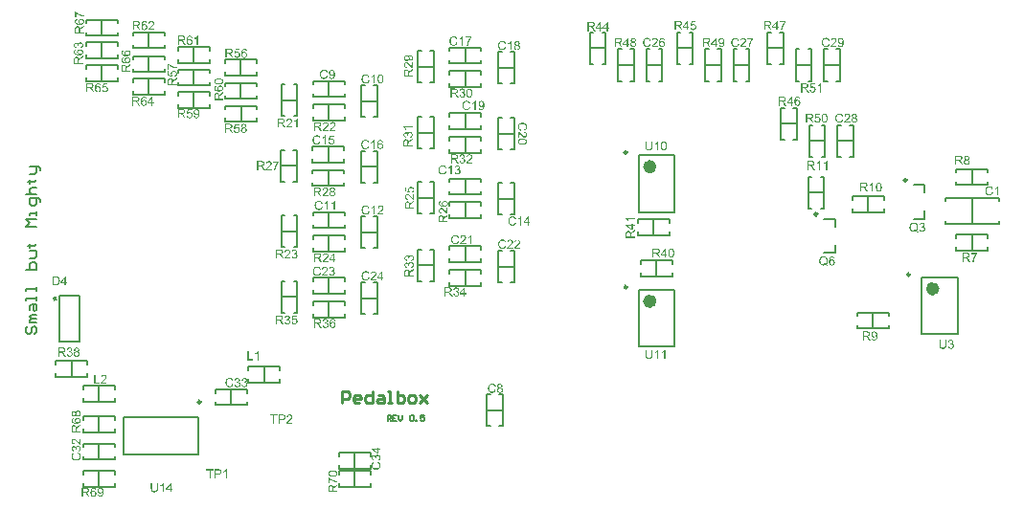
<source format=gbo>
G04*
G04 #@! TF.GenerationSoftware,Altium Limited,Altium Designer,19.0.10 (269)*
G04*
G04 Layer_Color=56026*
%FSLAX25Y25*%
%MOIN*%
G70*
G01*
G75*
%ADD10C,0.00984*%
%ADD11C,0.02362*%
%ADD13C,0.00787*%
%ADD14C,0.00591*%
%ADD15C,0.01000*%
G36*
X128548Y72963D02*
X128592Y72836D01*
X128635Y72720D01*
X128655Y72666D01*
X128678Y72613D01*
X128698Y72566D01*
X128715Y72523D01*
X128731Y72483D01*
X128748Y72447D01*
X128761Y72417D01*
X128775Y72390D01*
X128785Y72370D01*
X128791Y72357D01*
X128795Y72347D01*
X128798Y72343D01*
X128725Y72353D01*
X128658Y72360D01*
X128595Y72370D01*
X128532Y72377D01*
X128475Y72383D01*
X128422Y72387D01*
X128372Y72390D01*
X128328Y72397D01*
X128285D01*
X128252Y72400D01*
X128222Y72403D01*
X128195D01*
X128175Y72407D01*
X128162D01*
X128152D01*
X128149D01*
Y72027D01*
X128185D01*
X128228Y72030D01*
X128275D01*
X128325Y72034D01*
X128435Y72044D01*
X128542Y72054D01*
X128595Y72057D01*
X128641Y72060D01*
X128685Y72067D01*
X128725Y72070D01*
X128758Y72074D01*
X128781D01*
X128795Y72077D01*
X128801D01*
X128781Y72040D01*
X128761Y71997D01*
X128738Y71954D01*
X128718Y71904D01*
X128675Y71804D01*
X128635Y71707D01*
X128618Y71661D01*
X128602Y71617D01*
X128585Y71577D01*
X128571Y71541D01*
X128561Y71514D01*
X128555Y71494D01*
X128548Y71478D01*
Y71474D01*
X128918Y71354D01*
X128948Y71468D01*
X128974Y71581D01*
X129001Y71691D01*
X129011Y71741D01*
X129021Y71787D01*
X129031Y71830D01*
X129041Y71870D01*
X129048Y71907D01*
X129054Y71937D01*
X129058Y71960D01*
X129061Y71980D01*
X129064Y71990D01*
Y71994D01*
X129091Y71967D01*
X129121Y71937D01*
X129154Y71907D01*
X129194Y71870D01*
X129274Y71801D01*
X129357Y71727D01*
X129437Y71664D01*
X129471Y71634D01*
X129501Y71611D01*
X129524Y71591D01*
X129544Y71574D01*
X129557Y71564D01*
X129560Y71561D01*
X129780Y71867D01*
X129744Y71894D01*
X129700Y71924D01*
X129610Y71984D01*
X129517Y72040D01*
X129427Y72094D01*
X129387Y72117D01*
X129347Y72140D01*
X129311Y72160D01*
X129281Y72177D01*
X129258Y72190D01*
X129237Y72200D01*
X129224Y72207D01*
X129221Y72210D01*
X129284Y72247D01*
X129347Y72283D01*
X129404Y72320D01*
X129457Y72353D01*
X129507Y72383D01*
X129554Y72413D01*
X129594Y72440D01*
X129634Y72466D01*
X129667Y72490D01*
X129697Y72510D01*
X129720Y72527D01*
X129744Y72540D01*
X129760Y72550D01*
X129770Y72560D01*
X129777Y72566D01*
X129780D01*
X129560Y72883D01*
X129497Y72830D01*
X129437Y72780D01*
X129381Y72733D01*
X129334Y72690D01*
X129287Y72646D01*
X129247Y72610D01*
X129211Y72576D01*
X129177Y72546D01*
X129151Y72520D01*
X129128Y72496D01*
X129108Y72477D01*
X129091Y72460D01*
X129081Y72447D01*
X129071Y72437D01*
X129064Y72433D01*
Y72430D01*
X129048Y72550D01*
X129024Y72666D01*
X129001Y72780D01*
X128991Y72830D01*
X128978Y72879D01*
X128964Y72923D01*
X128954Y72963D01*
X128945Y72999D01*
X128935Y73029D01*
X128928Y73053D01*
X128921Y73073D01*
X128918Y73083D01*
Y73086D01*
X128548Y72963D01*
D02*
G37*
G36*
X166597Y7845D02*
X166573Y7807D01*
X166521Y7730D01*
X166463Y7659D01*
X166406Y7594D01*
X166379Y7566D01*
X166354Y7539D01*
X166332Y7517D01*
X166313Y7498D01*
X166294Y7482D01*
X166283Y7471D01*
X166275Y7463D01*
X166272Y7460D01*
X166179Y7383D01*
X166081Y7312D01*
X165986Y7250D01*
X165942Y7220D01*
X165898Y7195D01*
X165857Y7170D01*
X165822Y7151D01*
X165789Y7132D01*
X165762Y7119D01*
X165740Y7108D01*
X165721Y7100D01*
X165710Y7094D01*
X165707Y7091D01*
Y6717D01*
X165775Y6745D01*
X165846Y6777D01*
X165915Y6810D01*
X165977Y6843D01*
X166005Y6857D01*
X166032Y6873D01*
X166054Y6884D01*
X166073Y6895D01*
X166089Y6903D01*
X166100Y6911D01*
X166109Y6914D01*
X166111Y6917D01*
X166193Y6966D01*
X166264Y7015D01*
X166327Y7061D01*
X166382Y7100D01*
X166403Y7119D01*
X166422Y7135D01*
X166439Y7149D01*
X166455Y7162D01*
X166466Y7170D01*
X166474Y7179D01*
X166477Y7181D01*
X166480Y7184D01*
Y4724D01*
X166867D01*
Y7883D01*
X166616D01*
X166597Y7845D01*
D02*
G37*
G36*
X162401Y6054D02*
X162404Y5964D01*
X162407Y5877D01*
X162412Y5795D01*
X162420Y5721D01*
X162428Y5650D01*
X162439Y5584D01*
X162450Y5524D01*
X162461Y5472D01*
X162472Y5423D01*
X162483Y5382D01*
X162494Y5347D01*
X162502Y5317D01*
X162510Y5295D01*
X162516Y5279D01*
X162521Y5268D01*
Y5265D01*
X162546Y5213D01*
X162573Y5164D01*
X162603Y5117D01*
X162633Y5074D01*
X162666Y5033D01*
X162701Y4997D01*
X162734Y4965D01*
X162767Y4935D01*
X162797Y4910D01*
X162824Y4885D01*
X162852Y4866D01*
X162873Y4850D01*
X162892Y4839D01*
X162909Y4831D01*
X162917Y4825D01*
X162920Y4823D01*
X162974Y4795D01*
X163032Y4774D01*
X163092Y4754D01*
X163152Y4735D01*
X163272Y4708D01*
X163332Y4700D01*
X163387Y4692D01*
X163441Y4686D01*
X163488Y4681D01*
X163531Y4678D01*
X163570Y4675D01*
X163600Y4673D01*
X163643D01*
X163728Y4675D01*
X163807Y4681D01*
X163881Y4689D01*
X163952Y4700D01*
X164015Y4713D01*
X164077Y4727D01*
X164132Y4744D01*
X164181Y4760D01*
X164227Y4776D01*
X164266Y4793D01*
X164298Y4806D01*
X164326Y4820D01*
X164350Y4831D01*
X164364Y4839D01*
X164375Y4845D01*
X164378Y4847D01*
X164429Y4880D01*
X164476Y4918D01*
X164517Y4954D01*
X164558Y4992D01*
X164593Y5030D01*
X164623Y5068D01*
X164653Y5104D01*
X164678Y5139D01*
X164700Y5172D01*
X164716Y5202D01*
X164733Y5229D01*
X164743Y5254D01*
X164754Y5273D01*
X164760Y5289D01*
X164765Y5298D01*
Y5300D01*
X164784Y5355D01*
X164801Y5412D01*
X164828Y5535D01*
X164847Y5661D01*
X164855Y5724D01*
X164861Y5781D01*
X164866Y5838D01*
X164869Y5890D01*
X164872Y5937D01*
Y5975D01*
X164874Y6007D01*
Y6032D01*
Y6049D01*
Y6054D01*
Y7872D01*
X164457D01*
Y6057D01*
X164454Y5950D01*
X164449Y5852D01*
X164438Y5762D01*
X164427Y5683D01*
X164410Y5609D01*
X164394Y5543D01*
X164378Y5486D01*
X164358Y5434D01*
X164339Y5390D01*
X164323Y5355D01*
X164307Y5322D01*
X164290Y5298D01*
X164279Y5279D01*
X164269Y5268D01*
X164263Y5260D01*
X164260Y5257D01*
X164222Y5221D01*
X164176Y5189D01*
X164129Y5161D01*
X164077Y5137D01*
X164023Y5117D01*
X163968Y5101D01*
X163914Y5088D01*
X163862Y5077D01*
X163810Y5066D01*
X163763Y5060D01*
X163720Y5055D01*
X163681Y5052D01*
X163652D01*
X163627Y5049D01*
X163608D01*
X163512Y5055D01*
X163425Y5066D01*
X163384Y5074D01*
X163346Y5082D01*
X163313Y5090D01*
X163280Y5101D01*
X163253Y5112D01*
X163228Y5120D01*
X163207Y5128D01*
X163187Y5137D01*
X163174Y5145D01*
X163163Y5148D01*
X163157Y5153D01*
X163155D01*
X163089Y5197D01*
X163034Y5246D01*
X162991Y5295D01*
X162955Y5344D01*
X162925Y5388D01*
X162917Y5404D01*
X162906Y5421D01*
X162901Y5434D01*
X162895Y5445D01*
X162892Y5451D01*
Y5453D01*
X162879Y5491D01*
X162868Y5535D01*
X162860Y5582D01*
X162849Y5631D01*
X162838Y5729D01*
X162827Y5827D01*
X162824Y5874D01*
X162822Y5917D01*
Y5956D01*
X162819Y5988D01*
Y6018D01*
Y6038D01*
Y6051D01*
Y6057D01*
Y7872D01*
X162401D01*
Y6054D01*
D02*
G37*
G36*
X167730Y5833D02*
Y5478D01*
X169095D01*
Y4724D01*
X169483D01*
Y5478D01*
X169909D01*
Y5833D01*
X169483D01*
Y7872D01*
X169166D01*
X167730Y5833D01*
D02*
G37*
G36*
X338743Y54302D02*
X338718Y54263D01*
X338666Y54187D01*
X338609Y54116D01*
X338552Y54050D01*
X338524Y54023D01*
X338500Y53996D01*
X338478Y53974D01*
X338459Y53955D01*
X338440Y53938D01*
X338429Y53927D01*
X338421Y53919D01*
X338418Y53917D01*
X338325Y53840D01*
X338227Y53769D01*
X338131Y53706D01*
X338088Y53676D01*
X338044Y53652D01*
X338003Y53627D01*
X337967Y53608D01*
X337935Y53589D01*
X337907Y53575D01*
X337886Y53564D01*
X337866Y53556D01*
X337856Y53551D01*
X337853Y53548D01*
Y53174D01*
X337921Y53201D01*
X337992Y53234D01*
X338060Y53267D01*
X338123Y53300D01*
X338150Y53313D01*
X338178Y53330D01*
X338199Y53341D01*
X338219Y53351D01*
X338235Y53360D01*
X338246Y53368D01*
X338254Y53371D01*
X338257Y53373D01*
X338339Y53422D01*
X338410Y53472D01*
X338473Y53518D01*
X338527Y53556D01*
X338549Y53575D01*
X338568Y53592D01*
X338584Y53605D01*
X338601Y53619D01*
X338612Y53627D01*
X338620Y53635D01*
X338623Y53638D01*
X338625Y53641D01*
Y51181D01*
X339013D01*
Y54340D01*
X338762D01*
X338743Y54302D01*
D02*
G37*
G36*
X341189D02*
X341164Y54263D01*
X341112Y54187D01*
X341055Y54116D01*
X340998Y54050D01*
X340970Y54023D01*
X340946Y53996D01*
X340924Y53974D01*
X340905Y53955D01*
X340886Y53938D01*
X340875Y53927D01*
X340867Y53919D01*
X340864Y53917D01*
X340771Y53840D01*
X340673Y53769D01*
X340577Y53706D01*
X340534Y53676D01*
X340490Y53652D01*
X340449Y53627D01*
X340414Y53608D01*
X340381Y53589D01*
X340353Y53575D01*
X340332Y53564D01*
X340313Y53556D01*
X340302Y53551D01*
X340299Y53548D01*
Y53174D01*
X340367Y53201D01*
X340438Y53234D01*
X340506Y53267D01*
X340569Y53300D01*
X340597Y53313D01*
X340624Y53330D01*
X340646Y53341D01*
X340665Y53351D01*
X340681Y53360D01*
X340692Y53368D01*
X340700Y53371D01*
X340703Y53373D01*
X340785Y53422D01*
X340856Y53472D01*
X340919Y53518D01*
X340973Y53556D01*
X340995Y53575D01*
X341014Y53592D01*
X341031Y53605D01*
X341047Y53619D01*
X341058Y53627D01*
X341066Y53635D01*
X341069Y53638D01*
X341072Y53641D01*
Y51181D01*
X341459D01*
Y54340D01*
X341208D01*
X341189Y54302D01*
D02*
G37*
G36*
X334547Y52511D02*
X334549Y52421D01*
X334552Y52333D01*
X334558Y52251D01*
X334566Y52178D01*
X334574Y52107D01*
X334585Y52041D01*
X334596Y51981D01*
X334607Y51929D01*
X334618Y51880D01*
X334629Y51839D01*
X334640Y51803D01*
X334648Y51774D01*
X334656Y51752D01*
X334662Y51735D01*
X334667Y51724D01*
Y51722D01*
X334692Y51670D01*
X334719Y51621D01*
X334749Y51574D01*
X334779Y51530D01*
X334812Y51490D01*
X334847Y51454D01*
X334880Y51421D01*
X334913Y51391D01*
X334943Y51367D01*
X334970Y51342D01*
X334997Y51323D01*
X335019Y51307D01*
X335038Y51296D01*
X335055Y51288D01*
X335063Y51282D01*
X335066Y51279D01*
X335120Y51252D01*
X335177Y51230D01*
X335238Y51211D01*
X335297Y51192D01*
X335418Y51165D01*
X335478Y51157D01*
X335532Y51148D01*
X335587Y51143D01*
X335633Y51137D01*
X335677Y51135D01*
X335715Y51132D01*
X335745Y51129D01*
X335789D01*
X335874Y51132D01*
X335953Y51137D01*
X336027Y51146D01*
X336097Y51157D01*
X336160Y51170D01*
X336223Y51184D01*
X336278Y51200D01*
X336327Y51217D01*
X336373Y51233D01*
X336411Y51249D01*
X336444Y51263D01*
X336471Y51277D01*
X336496Y51288D01*
X336510Y51296D01*
X336521Y51301D01*
X336523Y51304D01*
X336575Y51337D01*
X336622Y51375D01*
X336663Y51410D01*
X336703Y51449D01*
X336739Y51487D01*
X336769Y51525D01*
X336799Y51561D01*
X336824Y51596D01*
X336845Y51629D01*
X336862Y51659D01*
X336878Y51686D01*
X336889Y51711D01*
X336900Y51730D01*
X336906Y51746D01*
X336911Y51754D01*
Y51757D01*
X336930Y51812D01*
X336947Y51869D01*
X336974Y51992D01*
X336993Y52118D01*
X337001Y52180D01*
X337006Y52238D01*
X337012Y52295D01*
X337015Y52347D01*
X337017Y52393D01*
Y52431D01*
X337020Y52464D01*
Y52489D01*
Y52505D01*
Y52511D01*
Y54329D01*
X336602D01*
Y52513D01*
X336600Y52407D01*
X336594Y52309D01*
X336583Y52219D01*
X336572Y52139D01*
X336556Y52066D01*
X336540Y52000D01*
X336523Y51943D01*
X336504Y51891D01*
X336485Y51847D01*
X336469Y51812D01*
X336452Y51779D01*
X336436Y51754D01*
X336425Y51735D01*
X336414Y51724D01*
X336409Y51716D01*
X336406Y51714D01*
X336368Y51678D01*
X336321Y51645D01*
X336275Y51618D01*
X336223Y51593D01*
X336168Y51574D01*
X336114Y51558D01*
X336059Y51544D01*
X336007Y51533D01*
X335956Y51522D01*
X335909Y51517D01*
X335865Y51511D01*
X335827Y51509D01*
X335797D01*
X335773Y51506D01*
X335753D01*
X335658Y51511D01*
X335571Y51522D01*
X335530Y51530D01*
X335491Y51539D01*
X335459Y51547D01*
X335426Y51558D01*
X335399Y51569D01*
X335374Y51577D01*
X335352Y51585D01*
X335333Y51593D01*
X335319Y51601D01*
X335309Y51604D01*
X335303Y51610D01*
X335300D01*
X335235Y51653D01*
X335180Y51702D01*
X335137Y51752D01*
X335101Y51801D01*
X335071Y51845D01*
X335063Y51861D01*
X335052Y51877D01*
X335046Y51891D01*
X335041Y51902D01*
X335038Y51907D01*
Y51910D01*
X335024Y51948D01*
X335014Y51992D01*
X335005Y52038D01*
X334995Y52087D01*
X334984Y52186D01*
X334973Y52284D01*
X334970Y52330D01*
X334967Y52374D01*
Y52412D01*
X334964Y52445D01*
Y52475D01*
Y52494D01*
Y52508D01*
Y52513D01*
Y54329D01*
X334547D01*
Y52511D01*
D02*
G37*
G36*
X338644Y126939D02*
X338620Y126901D01*
X338568Y126825D01*
X338511Y126754D01*
X338453Y126688D01*
X338426Y126661D01*
X338401Y126634D01*
X338380Y126612D01*
X338361Y126593D01*
X338341Y126576D01*
X338330Y126565D01*
X338322Y126557D01*
X338319Y126554D01*
X338227Y126478D01*
X338128Y126407D01*
X338033Y126344D01*
X337989Y126314D01*
X337946Y126290D01*
X337905Y126265D01*
X337869Y126246D01*
X337836Y126227D01*
X337809Y126213D01*
X337787Y126202D01*
X337768Y126194D01*
X337757Y126189D01*
X337754Y126186D01*
Y125812D01*
X337823Y125839D01*
X337894Y125872D01*
X337962Y125905D01*
X338025Y125937D01*
X338052Y125951D01*
X338079Y125967D01*
X338101Y125978D01*
X338120Y125989D01*
X338137Y125997D01*
X338147Y126006D01*
X338156Y126008D01*
X338158Y126011D01*
X338240Y126060D01*
X338311Y126109D01*
X338374Y126156D01*
X338429Y126194D01*
X338451Y126213D01*
X338470Y126230D01*
X338486Y126243D01*
X338502Y126257D01*
X338513Y126265D01*
X338522Y126273D01*
X338524Y126276D01*
X338527Y126279D01*
Y123819D01*
X338915D01*
Y126978D01*
X338664D01*
X338644Y126939D01*
D02*
G37*
G36*
X334448Y125148D02*
X334451Y125058D01*
X334454Y124971D01*
X334459Y124889D01*
X334468Y124815D01*
X334476Y124744D01*
X334487Y124679D01*
X334497Y124619D01*
X334508Y124567D01*
X334519Y124518D01*
X334530Y124477D01*
X334541Y124441D01*
X334549Y124411D01*
X334558Y124390D01*
X334563Y124373D01*
X334569Y124362D01*
Y124359D01*
X334593Y124308D01*
X334620Y124258D01*
X334650Y124212D01*
X334680Y124168D01*
X334713Y124127D01*
X334749Y124092D01*
X334781Y124059D01*
X334814Y124029D01*
X334844Y124004D01*
X334872Y123980D01*
X334899Y123961D01*
X334921Y123944D01*
X334940Y123934D01*
X334956Y123925D01*
X334964Y123920D01*
X334967Y123917D01*
X335022Y123890D01*
X335079Y123868D01*
X335139Y123849D01*
X335199Y123830D01*
X335319Y123802D01*
X335379Y123794D01*
X335434Y123786D01*
X335489Y123781D01*
X335535Y123775D01*
X335579Y123773D01*
X335617Y123770D01*
X335647Y123767D01*
X335690D01*
X335775Y123770D01*
X335854Y123775D01*
X335928Y123783D01*
X335999Y123794D01*
X336062Y123808D01*
X336125Y123822D01*
X336179Y123838D01*
X336228Y123854D01*
X336275Y123871D01*
X336313Y123887D01*
X336346Y123901D01*
X336373Y123915D01*
X336398Y123925D01*
X336411Y123934D01*
X336422Y123939D01*
X336425Y123942D01*
X336477Y123975D01*
X336523Y124013D01*
X336564Y124048D01*
X336605Y124086D01*
X336641Y124125D01*
X336671Y124163D01*
X336701Y124198D01*
X336725Y124234D01*
X336747Y124267D01*
X336763Y124297D01*
X336780Y124324D01*
X336791Y124348D01*
X336802Y124368D01*
X336807Y124384D01*
X336813Y124392D01*
Y124395D01*
X336832Y124450D01*
X336848Y124507D01*
X336875Y124630D01*
X336894Y124755D01*
X336903Y124818D01*
X336908Y124875D01*
X336914Y124933D01*
X336916Y124985D01*
X336919Y125031D01*
Y125069D01*
X336922Y125102D01*
Y125127D01*
Y125143D01*
Y125148D01*
Y126967D01*
X336504D01*
Y125151D01*
X336501Y125045D01*
X336496Y124946D01*
X336485Y124856D01*
X336474Y124777D01*
X336458Y124703D01*
X336441Y124638D01*
X336425Y124581D01*
X336406Y124529D01*
X336387Y124485D01*
X336370Y124450D01*
X336354Y124417D01*
X336337Y124392D01*
X336327Y124373D01*
X336316Y124362D01*
X336310Y124354D01*
X336308Y124351D01*
X336269Y124316D01*
X336223Y124283D01*
X336176Y124256D01*
X336125Y124231D01*
X336070Y124212D01*
X336015Y124196D01*
X335961Y124182D01*
X335909Y124171D01*
X335857Y124160D01*
X335811Y124155D01*
X335767Y124149D01*
X335729Y124146D01*
X335699D01*
X335674Y124144D01*
X335655D01*
X335560Y124149D01*
X335472Y124160D01*
X335431Y124168D01*
X335393Y124177D01*
X335360Y124185D01*
X335327Y124196D01*
X335300Y124207D01*
X335276Y124215D01*
X335254Y124223D01*
X335235Y124231D01*
X335221Y124239D01*
X335210Y124242D01*
X335205Y124248D01*
X335202D01*
X335136Y124291D01*
X335082Y124340D01*
X335038Y124390D01*
X335003Y124439D01*
X334973Y124482D01*
X334964Y124499D01*
X334953Y124515D01*
X334948Y124529D01*
X334943Y124540D01*
X334940Y124545D01*
Y124548D01*
X334926Y124586D01*
X334915Y124630D01*
X334907Y124676D01*
X334896Y124725D01*
X334885Y124823D01*
X334874Y124922D01*
X334872Y124968D01*
X334869Y125012D01*
Y125050D01*
X334866Y125083D01*
Y125113D01*
Y125132D01*
Y125146D01*
Y125151D01*
Y126967D01*
X334448D01*
Y125148D01*
D02*
G37*
G36*
X340869Y126975D02*
X340809Y126969D01*
X340752Y126961D01*
X340697Y126947D01*
X340648Y126934D01*
X340602Y126920D01*
X340558Y126901D01*
X340517Y126885D01*
X340482Y126868D01*
X340452Y126852D01*
X340424Y126836D01*
X340403Y126822D01*
X340386Y126808D01*
X340372Y126800D01*
X340364Y126795D01*
X340361Y126792D01*
X340321Y126756D01*
X340282Y126718D01*
X340211Y126634D01*
X340154Y126546D01*
X340105Y126462D01*
X340086Y126421D01*
X340069Y126385D01*
X340053Y126352D01*
X340042Y126325D01*
X340031Y126301D01*
X340026Y126284D01*
X340023Y126270D01*
X340020Y126268D01*
X340001Y126202D01*
X339982Y126131D01*
X339968Y126058D01*
X339955Y125984D01*
X339933Y125834D01*
X339928Y125760D01*
X339919Y125692D01*
X339917Y125623D01*
X339911Y125563D01*
X339908Y125509D01*
Y125462D01*
X339906Y125424D01*
Y125394D01*
Y125383D01*
Y125375D01*
Y125372D01*
Y125370D01*
Y125288D01*
X339908Y125208D01*
X339914Y125135D01*
X339919Y125061D01*
X339928Y124990D01*
X339936Y124922D01*
X339944Y124859D01*
X339955Y124796D01*
X339977Y124682D01*
X340004Y124575D01*
X340031Y124482D01*
X340061Y124398D01*
X340091Y124324D01*
X340119Y124261D01*
X340146Y124209D01*
X340168Y124166D01*
X340190Y124133D01*
X340203Y124108D01*
X340214Y124095D01*
X340217Y124089D01*
X340269Y124032D01*
X340323Y123983D01*
X340378Y123939D01*
X340438Y123904D01*
X340498Y123871D01*
X340558Y123846D01*
X340615Y123824D01*
X340673Y123808D01*
X340725Y123794D01*
X340774Y123783D01*
X340817Y123778D01*
X340856Y123773D01*
X340888Y123770D01*
X340913Y123767D01*
X340932D01*
X340995Y123770D01*
X341055Y123775D01*
X341112Y123783D01*
X341167Y123797D01*
X341216Y123811D01*
X341265Y123824D01*
X341306Y123841D01*
X341347Y123860D01*
X341383Y123876D01*
X341413Y123893D01*
X341440Y123906D01*
X341462Y123923D01*
X341481Y123934D01*
X341492Y123942D01*
X341500Y123947D01*
X341503Y123950D01*
X341544Y123985D01*
X341582Y124026D01*
X341653Y124111D01*
X341710Y124198D01*
X341759Y124283D01*
X341778Y124321D01*
X341795Y124357D01*
X341811Y124390D01*
X341822Y124419D01*
X341833Y124441D01*
X341839Y124460D01*
X341844Y124471D01*
Y124474D01*
X341863Y124540D01*
X341882Y124611D01*
X341898Y124684D01*
X341910Y124758D01*
X341931Y124908D01*
X341939Y124979D01*
X341945Y125050D01*
X341950Y125116D01*
X341953Y125176D01*
X341956Y125230D01*
Y125277D01*
X341959Y125315D01*
Y125345D01*
Y125356D01*
Y125364D01*
Y125367D01*
Y125370D01*
Y125454D01*
X341956Y125536D01*
X341953Y125612D01*
X341948Y125683D01*
X341942Y125749D01*
X341937Y125809D01*
X341929Y125866D01*
X341923Y125916D01*
X341918Y125962D01*
X341910Y126000D01*
X341904Y126033D01*
X341898Y126063D01*
X341893Y126085D01*
X341890Y126099D01*
X341888Y126109D01*
Y126112D01*
X341858Y126210D01*
X341828Y126301D01*
X341811Y126341D01*
X341795Y126382D01*
X341778Y126418D01*
X341762Y126448D01*
X341748Y126478D01*
X341735Y126505D01*
X341721Y126527D01*
X341713Y126546D01*
X341702Y126560D01*
X341697Y126571D01*
X341694Y126576D01*
X341691Y126579D01*
X341642Y126647D01*
X341590Y126707D01*
X341538Y126756D01*
X341486Y126800D01*
X341443Y126833D01*
X341424Y126844D01*
X341407Y126855D01*
X341393Y126863D01*
X341383Y126868D01*
X341377Y126874D01*
X341374D01*
X341301Y126909D01*
X341224Y126934D01*
X341150Y126953D01*
X341082Y126964D01*
X341050Y126969D01*
X341022Y126972D01*
X340998Y126975D01*
X340976D01*
X340957Y126978D01*
X340932D01*
X340869Y126975D01*
D02*
G37*
G36*
X440739Y57880D02*
X440673Y57875D01*
X440611Y57864D01*
X440551Y57850D01*
X440496Y57834D01*
X440444Y57815D01*
X440398Y57796D01*
X440354Y57776D01*
X440316Y57755D01*
X440280Y57736D01*
X440253Y57717D01*
X440229Y57700D01*
X440207Y57687D01*
X440193Y57675D01*
X440185Y57670D01*
X440182Y57667D01*
X440138Y57626D01*
X440098Y57580D01*
X440059Y57534D01*
X440027Y57484D01*
X439996Y57433D01*
X439972Y57383D01*
X439947Y57334D01*
X439928Y57288D01*
X439912Y57241D01*
X439898Y57200D01*
X439887Y57162D01*
X439876Y57130D01*
X439871Y57105D01*
X439865Y57083D01*
X439863Y57072D01*
Y57067D01*
X440250Y56998D01*
X440259Y57050D01*
X440270Y57099D01*
X440283Y57143D01*
X440297Y57184D01*
X440313Y57222D01*
X440330Y57258D01*
X440346Y57291D01*
X440362Y57318D01*
X440376Y57342D01*
X440392Y57364D01*
X440406Y57383D01*
X440417Y57397D01*
X440428Y57411D01*
X440436Y57419D01*
X440439Y57422D01*
X440442Y57424D01*
X440472Y57449D01*
X440501Y57471D01*
X440532Y57490D01*
X440564Y57506D01*
X440627Y57531D01*
X440684Y57550D01*
X440736Y57558D01*
X440758Y57561D01*
X440777Y57564D01*
X440794Y57566D01*
X440815D01*
X440856Y57564D01*
X440897Y57561D01*
X440968Y57544D01*
X441034Y57523D01*
X441086Y57495D01*
X441110Y57482D01*
X441129Y57468D01*
X441146Y57457D01*
X441159Y57446D01*
X441173Y57438D01*
X441181Y57430D01*
X441184Y57427D01*
X441187Y57424D01*
X441211Y57397D01*
X441236Y57370D01*
X441255Y57340D01*
X441271Y57313D01*
X441296Y57252D01*
X441312Y57198D01*
X441323Y57149D01*
X441326Y57127D01*
X441329Y57110D01*
X441331Y57094D01*
Y57083D01*
Y57078D01*
Y57075D01*
X441329Y57026D01*
X441323Y56979D01*
X441312Y56938D01*
X441301Y56897D01*
X441285Y56862D01*
X441269Y56829D01*
X441252Y56802D01*
X441233Y56775D01*
X441214Y56750D01*
X441198Y56731D01*
X441181Y56715D01*
X441165Y56701D01*
X441154Y56690D01*
X441143Y56682D01*
X441138Y56679D01*
X441135Y56676D01*
X441097Y56655D01*
X441058Y56635D01*
X440982Y56603D01*
X440908Y56581D01*
X440840Y56564D01*
X440810Y56559D01*
X440780Y56556D01*
X440755Y56551D01*
X440734D01*
X440717Y56548D01*
X440673D01*
X440652Y56551D01*
X440635Y56554D01*
X440630D01*
X440586Y56215D01*
X440646Y56229D01*
X440698Y56240D01*
X440744Y56245D01*
X440786Y56251D01*
X440815Y56253D01*
X440840Y56256D01*
X440859D01*
X440908Y56253D01*
X440955Y56248D01*
X440998Y56240D01*
X441042Y56229D01*
X441080Y56215D01*
X441116Y56201D01*
X441151Y56185D01*
X441181Y56171D01*
X441209Y56155D01*
X441233Y56138D01*
X441252Y56125D01*
X441271Y56111D01*
X441282Y56100D01*
X441293Y56092D01*
X441299Y56087D01*
X441301Y56084D01*
X441331Y56051D01*
X441359Y56016D01*
X441383Y55980D01*
X441402Y55942D01*
X441419Y55906D01*
X441433Y55868D01*
X441454Y55800D01*
X441463Y55767D01*
X441468Y55737D01*
X441471Y55713D01*
X441473Y55688D01*
X441476Y55669D01*
Y55655D01*
Y55647D01*
Y55644D01*
X441473Y55593D01*
X441468Y55543D01*
X441460Y55497D01*
X441446Y55453D01*
X441433Y55412D01*
X441416Y55374D01*
X441400Y55339D01*
X441383Y55306D01*
X441364Y55279D01*
X441348Y55251D01*
X441331Y55230D01*
X441318Y55210D01*
X441304Y55197D01*
X441296Y55186D01*
X441291Y55180D01*
X441288Y55178D01*
X441252Y55145D01*
X441214Y55115D01*
X441176Y55090D01*
X441138Y55068D01*
X441097Y55049D01*
X441058Y55036D01*
X441023Y55022D01*
X440987Y55014D01*
X440952Y55006D01*
X440922Y55000D01*
X440895Y54995D01*
X440873Y54992D01*
X440854Y54989D01*
X440826D01*
X440786Y54992D01*
X440744Y54995D01*
X440668Y55011D01*
X440602Y55036D01*
X440545Y55063D01*
X440521Y55074D01*
X440499Y55088D01*
X440480Y55101D01*
X440466Y55112D01*
X440452Y55120D01*
X440444Y55128D01*
X440439Y55131D01*
X440436Y55134D01*
X440409Y55164D01*
X440381Y55197D01*
X440357Y55232D01*
X440335Y55270D01*
X440297Y55347D01*
X440264Y55426D01*
X440253Y55462D01*
X440242Y55497D01*
X440231Y55527D01*
X440226Y55554D01*
X440220Y55579D01*
X440215Y55595D01*
X440212Y55606D01*
Y55609D01*
X439824Y55557D01*
X439835Y55486D01*
X439849Y55418D01*
X439868Y55352D01*
X439890Y55292D01*
X439915Y55235D01*
X439939Y55180D01*
X439966Y55134D01*
X439994Y55090D01*
X440021Y55049D01*
X440048Y55014D01*
X440070Y54987D01*
X440092Y54962D01*
X440111Y54940D01*
X440125Y54926D01*
X440133Y54918D01*
X440136Y54915D01*
X440188Y54872D01*
X440245Y54834D01*
X440300Y54801D01*
X440360Y54774D01*
X440417Y54749D01*
X440474Y54730D01*
X440529Y54713D01*
X440583Y54700D01*
X440633Y54692D01*
X440679Y54684D01*
X440720Y54678D01*
X440755Y54672D01*
X440783D01*
X440805Y54670D01*
X440824D01*
X440908Y54672D01*
X440987Y54684D01*
X441064Y54697D01*
X441135Y54713D01*
X441203Y54735D01*
X441266Y54760D01*
X441323Y54785D01*
X441375Y54812D01*
X441422Y54839D01*
X441463Y54864D01*
X441498Y54888D01*
X441528Y54910D01*
X441553Y54926D01*
X441569Y54943D01*
X441580Y54951D01*
X441583Y54954D01*
X441637Y55008D01*
X441684Y55066D01*
X441722Y55126D01*
X441757Y55183D01*
X441787Y55243D01*
X441812Y55300D01*
X441831Y55358D01*
X441847Y55410D01*
X441861Y55462D01*
X441869Y55508D01*
X441878Y55549D01*
X441880Y55584D01*
X441883Y55612D01*
X441886Y55633D01*
Y55647D01*
Y55653D01*
X441883Y55710D01*
X441880Y55762D01*
X441872Y55814D01*
X441861Y55860D01*
X441850Y55906D01*
X441837Y55948D01*
X441823Y55986D01*
X441809Y56021D01*
X441793Y56054D01*
X441779Y56081D01*
X441765Y56103D01*
X441755Y56125D01*
X441744Y56138D01*
X441736Y56152D01*
X441733Y56158D01*
X441730Y56160D01*
X441700Y56196D01*
X441667Y56229D01*
X441632Y56261D01*
X441596Y56289D01*
X441561Y56313D01*
X441525Y56335D01*
X441454Y56371D01*
X441422Y56384D01*
X441392Y56398D01*
X441364Y56406D01*
X441342Y56414D01*
X441323Y56420D01*
X441310Y56425D01*
X441299Y56428D01*
X441296D01*
X441370Y56469D01*
X441435Y56510D01*
X441493Y56556D01*
X441536Y56597D01*
X441572Y56635D01*
X441599Y56665D01*
X441607Y56676D01*
X441613Y56685D01*
X441618Y56690D01*
Y56693D01*
X441656Y56758D01*
X441684Y56821D01*
X441703Y56884D01*
X441716Y56941D01*
X441725Y56990D01*
X441727Y57012D01*
Y57031D01*
X441730Y57045D01*
Y57056D01*
Y57061D01*
Y57064D01*
Y57105D01*
X441725Y57143D01*
X441711Y57220D01*
X441692Y57288D01*
X441673Y57348D01*
X441662Y57375D01*
X441651Y57400D01*
X441640Y57419D01*
X441632Y57438D01*
X441624Y57452D01*
X441618Y57463D01*
X441615Y57468D01*
X441613Y57471D01*
X441566Y57539D01*
X441512Y57599D01*
X441457Y57651D01*
X441405Y57692D01*
X441356Y57727D01*
X441337Y57741D01*
X441318Y57752D01*
X441304Y57760D01*
X441293Y57766D01*
X441285Y57771D01*
X441282D01*
X441200Y57809D01*
X441118Y57837D01*
X441037Y57856D01*
X440963Y57869D01*
X440930Y57875D01*
X440900Y57878D01*
X440873Y57880D01*
X440851D01*
X440832Y57883D01*
X440807D01*
X440739Y57880D01*
D02*
G37*
G36*
X436811Y56054D02*
X436813Y55964D01*
X436816Y55876D01*
X436822Y55795D01*
X436830Y55721D01*
X436838Y55650D01*
X436849Y55584D01*
X436860Y55524D01*
X436871Y55472D01*
X436881Y55423D01*
X436893Y55382D01*
X436903Y55347D01*
X436912Y55317D01*
X436920Y55295D01*
X436925Y55279D01*
X436931Y55268D01*
Y55265D01*
X436955Y55213D01*
X436983Y55164D01*
X437013Y55117D01*
X437043Y55074D01*
X437075Y55033D01*
X437111Y54997D01*
X437144Y54965D01*
X437176Y54935D01*
X437206Y54910D01*
X437234Y54886D01*
X437261Y54866D01*
X437283Y54850D01*
X437302Y54839D01*
X437318Y54831D01*
X437326Y54825D01*
X437329Y54823D01*
X437384Y54795D01*
X437441Y54774D01*
X437501Y54754D01*
X437561Y54735D01*
X437681Y54708D01*
X437742Y54700D01*
X437796Y54692D01*
X437851Y54686D01*
X437897Y54681D01*
X437941Y54678D01*
X437979Y54675D01*
X438009Y54672D01*
X438053D01*
X438137Y54675D01*
X438216Y54681D01*
X438290Y54689D01*
X438361Y54700D01*
X438424Y54713D01*
X438487Y54727D01*
X438541Y54743D01*
X438590Y54760D01*
X438637Y54776D01*
X438675Y54793D01*
X438708Y54806D01*
X438735Y54820D01*
X438760Y54831D01*
X438773Y54839D01*
X438784Y54844D01*
X438787Y54847D01*
X438839Y54880D01*
X438885Y54918D01*
X438926Y54954D01*
X438967Y54992D01*
X439003Y55030D01*
X439033Y55068D01*
X439063Y55104D01*
X439087Y55139D01*
X439109Y55172D01*
X439126Y55202D01*
X439142Y55230D01*
X439153Y55254D01*
X439164Y55273D01*
X439169Y55290D01*
X439175Y55298D01*
Y55300D01*
X439194Y55355D01*
X439210Y55412D01*
X439237Y55535D01*
X439257Y55661D01*
X439265Y55724D01*
X439270Y55781D01*
X439276Y55838D01*
X439279Y55890D01*
X439281Y55936D01*
Y55975D01*
X439284Y56007D01*
Y56032D01*
Y56049D01*
Y56054D01*
Y57872D01*
X438866D01*
Y56057D01*
X438864Y55950D01*
X438858Y55852D01*
X438847Y55762D01*
X438836Y55683D01*
X438820Y55609D01*
X438803Y55543D01*
X438787Y55486D01*
X438768Y55434D01*
X438749Y55391D01*
X438732Y55355D01*
X438716Y55322D01*
X438700Y55298D01*
X438689Y55279D01*
X438678Y55268D01*
X438672Y55260D01*
X438670Y55257D01*
X438631Y55221D01*
X438585Y55189D01*
X438539Y55161D01*
X438487Y55137D01*
X438432Y55117D01*
X438378Y55101D01*
X438323Y55088D01*
X438271Y55077D01*
X438219Y55066D01*
X438173Y55060D01*
X438129Y55055D01*
X438091Y55052D01*
X438061D01*
X438036Y55049D01*
X438017D01*
X437922Y55055D01*
X437834Y55066D01*
X437793Y55074D01*
X437755Y55082D01*
X437722Y55090D01*
X437690Y55101D01*
X437662Y55112D01*
X437638Y55120D01*
X437616Y55128D01*
X437597Y55137D01*
X437583Y55145D01*
X437572Y55148D01*
X437567Y55153D01*
X437564D01*
X437499Y55197D01*
X437444Y55246D01*
X437400Y55295D01*
X437365Y55344D01*
X437335Y55388D01*
X437326Y55404D01*
X437316Y55421D01*
X437310Y55434D01*
X437305Y55445D01*
X437302Y55451D01*
Y55453D01*
X437288Y55492D01*
X437277Y55535D01*
X437269Y55582D01*
X437258Y55631D01*
X437247Y55729D01*
X437236Y55827D01*
X437234Y55874D01*
X437231Y55917D01*
Y55956D01*
X437228Y55988D01*
Y56018D01*
Y56037D01*
Y56051D01*
Y56057D01*
Y57872D01*
X436811D01*
Y56054D01*
D02*
G37*
G36*
X210598Y31798D02*
X210521Y31789D01*
X210448Y31778D01*
X210379Y31765D01*
X210317Y31746D01*
X210257Y31727D01*
X210202Y31705D01*
X210156Y31683D01*
X210112Y31661D01*
X210074Y31639D01*
X210041Y31620D01*
X210014Y31601D01*
X209992Y31587D01*
X209978Y31576D01*
X209967Y31568D01*
X209964Y31566D01*
X209918Y31519D01*
X209874Y31470D01*
X209839Y31418D01*
X209806Y31361D01*
X209776Y31306D01*
X209752Y31249D01*
X209732Y31194D01*
X209713Y31140D01*
X209700Y31088D01*
X209689Y31041D01*
X209678Y30998D01*
X209672Y30962D01*
X209667Y30932D01*
X209664Y30908D01*
X209661Y30894D01*
Y30889D01*
X210060Y30848D01*
X210063Y30902D01*
X210068Y30951D01*
X210076Y31001D01*
X210087Y31044D01*
X210098Y31085D01*
X210112Y31123D01*
X210128Y31159D01*
X210145Y31192D01*
X210158Y31219D01*
X210175Y31243D01*
X210188Y31262D01*
X210202Y31282D01*
X210210Y31295D01*
X210218Y31304D01*
X210224Y31309D01*
X210226Y31312D01*
X210259Y31342D01*
X210295Y31366D01*
X210330Y31391D01*
X210366Y31410D01*
X210404Y31426D01*
X210439Y31440D01*
X210510Y31459D01*
X210543Y31467D01*
X210576Y31473D01*
X210603Y31475D01*
X210625Y31478D01*
X210644Y31481D01*
X210671D01*
X210721Y31478D01*
X210767Y31475D01*
X210811Y31467D01*
X210849Y31456D01*
X210887Y31445D01*
X210923Y31432D01*
X210955Y31415D01*
X210985Y31402D01*
X211013Y31388D01*
X211035Y31372D01*
X211054Y31358D01*
X211070Y31347D01*
X211084Y31336D01*
X211092Y31331D01*
X211097Y31325D01*
X211100Y31323D01*
X211130Y31293D01*
X211155Y31260D01*
X211176Y31227D01*
X211196Y31194D01*
X211212Y31161D01*
X211223Y31132D01*
X211245Y31069D01*
X211250Y31041D01*
X211256Y31017D01*
X211258Y30992D01*
X211261Y30973D01*
X211264Y30957D01*
Y30946D01*
Y30938D01*
Y30935D01*
X211261Y30894D01*
X211256Y30853D01*
X211247Y30812D01*
X211237Y30771D01*
X211207Y30692D01*
X211174Y30621D01*
X211157Y30588D01*
X211141Y30561D01*
X211125Y30534D01*
X211111Y30512D01*
X211100Y30495D01*
X211092Y30482D01*
X211086Y30474D01*
X211084Y30471D01*
X211046Y30422D01*
X211002Y30373D01*
X210953Y30318D01*
X210901Y30263D01*
X210843Y30206D01*
X210786Y30151D01*
X210726Y30097D01*
X210669Y30045D01*
X210614Y29996D01*
X210562Y29949D01*
X210516Y29908D01*
X210472Y29873D01*
X210439Y29843D01*
X210412Y29821D01*
X210396Y29807D01*
X210393Y29802D01*
X210390D01*
X210330Y29753D01*
X210273Y29704D01*
X210221Y29657D01*
X210172Y29614D01*
X210128Y29573D01*
X210085Y29532D01*
X210049Y29496D01*
X210014Y29463D01*
X209983Y29433D01*
X209959Y29406D01*
X209937Y29382D01*
X209918Y29362D01*
X209904Y29349D01*
X209893Y29335D01*
X209888Y29330D01*
X209885Y29327D01*
X209825Y29250D01*
X209773Y29174D01*
X209727Y29106D01*
X209694Y29040D01*
X209678Y29013D01*
X209667Y28988D01*
X209656Y28964D01*
X209648Y28945D01*
X209640Y28931D01*
X209634Y28920D01*
X209631Y28912D01*
Y28909D01*
X209615Y28860D01*
X209604Y28814D01*
X209596Y28767D01*
X209590Y28726D01*
X209588Y28694D01*
Y28666D01*
Y28655D01*
Y28647D01*
Y28644D01*
Y28642D01*
X211668D01*
Y29013D01*
X210125D01*
X210150Y29051D01*
X210177Y29089D01*
X210205Y29125D01*
X210229Y29155D01*
X210251Y29182D01*
X210270Y29204D01*
X210281Y29215D01*
X210286Y29221D01*
X210308Y29242D01*
X210333Y29267D01*
X210366Y29297D01*
X210399Y29327D01*
X210472Y29392D01*
X210549Y29458D01*
X210584Y29488D01*
X210620Y29518D01*
X210650Y29545D01*
X210677Y29570D01*
X210701Y29589D01*
X210718Y29603D01*
X210732Y29614D01*
X210734Y29616D01*
X210811Y29682D01*
X210879Y29742D01*
X210945Y29799D01*
X211002Y29851D01*
X211056Y29900D01*
X211103Y29947D01*
X211146Y29988D01*
X211187Y30026D01*
X211220Y30059D01*
X211247Y30089D01*
X211272Y30113D01*
X211294Y30132D01*
X211308Y30149D01*
X211318Y30162D01*
X211324Y30168D01*
X211327Y30171D01*
X211389Y30244D01*
X211444Y30315D01*
X211488Y30381D01*
X211523Y30438D01*
X211537Y30463D01*
X211550Y30485D01*
X211561Y30504D01*
X211570Y30523D01*
X211575Y30534D01*
X211581Y30544D01*
X211583Y30550D01*
Y30553D01*
X211611Y30621D01*
X211630Y30689D01*
X211643Y30752D01*
X211651Y30809D01*
X211660Y30856D01*
Y30878D01*
X211663Y30894D01*
Y30908D01*
Y30918D01*
Y30924D01*
Y30927D01*
X211660Y30995D01*
X211651Y31060D01*
X211638Y31123D01*
X211621Y31181D01*
X211602Y31235D01*
X211578Y31287D01*
X211556Y31334D01*
X211531Y31377D01*
X211504Y31415D01*
X211482Y31451D01*
X211460Y31481D01*
X211439Y31506D01*
X211422Y31525D01*
X211409Y31538D01*
X211400Y31546D01*
X211398Y31549D01*
X211346Y31593D01*
X211291Y31631D01*
X211234Y31667D01*
X211174Y31694D01*
X211114Y31718D01*
X211054Y31740D01*
X210996Y31757D01*
X210939Y31770D01*
X210887Y31778D01*
X210838Y31787D01*
X210792Y31792D01*
X210753Y31798D01*
X210723D01*
X210699Y31800D01*
X210680D01*
X210598Y31798D01*
D02*
G37*
G36*
X203937Y31418D02*
X204974D01*
Y28642D01*
X205392D01*
Y31418D01*
X206434D01*
Y31789D01*
X203937D01*
Y31418D01*
D02*
G37*
G36*
X206858Y28642D02*
X207275D01*
Y29922D01*
X208081D01*
X208201Y29925D01*
X208313Y29933D01*
X208414Y29947D01*
X208507Y29966D01*
X208591Y29985D01*
X208668Y30009D01*
X208736Y30034D01*
X208793Y30061D01*
X208845Y30086D01*
X208889Y30110D01*
X208927Y30135D01*
X208957Y30154D01*
X208979Y30173D01*
X208995Y30187D01*
X209003Y30195D01*
X209006Y30198D01*
X209053Y30252D01*
X209091Y30307D01*
X209126Y30364D01*
X209154Y30422D01*
X209178Y30479D01*
X209200Y30536D01*
X209216Y30591D01*
X209230Y30643D01*
X209241Y30692D01*
X209249Y30736D01*
X209255Y30777D01*
X209260Y30809D01*
Y30839D01*
X209263Y30861D01*
Y30872D01*
Y30878D01*
X209257Y30962D01*
X209246Y31044D01*
X209233Y31118D01*
X209222Y31151D01*
X209214Y31181D01*
X209206Y31208D01*
X209194Y31233D01*
X209186Y31254D01*
X209181Y31273D01*
X209173Y31287D01*
X209170Y31298D01*
X209165Y31304D01*
Y31306D01*
X209126Y31374D01*
X209085Y31437D01*
X209042Y31489D01*
X209001Y31533D01*
X208965Y31566D01*
X208938Y31590D01*
X208927Y31598D01*
X208919Y31604D01*
X208913Y31609D01*
X208911D01*
X208851Y31648D01*
X208785Y31680D01*
X208719Y31705D01*
X208660Y31727D01*
X208605Y31740D01*
X208580Y31746D01*
X208561Y31751D01*
X208545Y31754D01*
X208534Y31757D01*
X208526Y31759D01*
X208523D01*
X208490Y31765D01*
X208455Y31770D01*
X208378Y31776D01*
X208299Y31781D01*
X208223Y31787D01*
X208154D01*
X208124Y31789D01*
X206858D01*
Y28642D01*
D02*
G37*
G36*
X188621Y12687D02*
X188596Y12649D01*
X188544Y12573D01*
X188487Y12502D01*
X188430Y12436D01*
X188402Y12409D01*
X188378Y12382D01*
X188356Y12360D01*
X188337Y12341D01*
X188318Y12324D01*
X188307Y12313D01*
X188299Y12305D01*
X188296Y12302D01*
X188203Y12226D01*
X188105Y12155D01*
X188009Y12092D01*
X187966Y12062D01*
X187922Y12038D01*
X187881Y12013D01*
X187846Y11994D01*
X187813Y11975D01*
X187785Y11961D01*
X187764Y11950D01*
X187745Y11942D01*
X187734Y11937D01*
X187731Y11934D01*
Y11560D01*
X187799Y11587D01*
X187870Y11620D01*
X187938Y11653D01*
X188001Y11685D01*
X188029Y11699D01*
X188056Y11715D01*
X188078Y11726D01*
X188097Y11737D01*
X188113Y11745D01*
X188124Y11754D01*
X188132Y11756D01*
X188135Y11759D01*
X188217Y11808D01*
X188288Y11857D01*
X188351Y11904D01*
X188405Y11942D01*
X188427Y11961D01*
X188446Y11977D01*
X188463Y11991D01*
X188479Y12005D01*
X188490Y12013D01*
X188498Y12021D01*
X188501Y12024D01*
X188504Y12027D01*
Y9567D01*
X188891D01*
Y12725D01*
X188640D01*
X188621Y12687D01*
D02*
G37*
G36*
X181736Y12343D02*
X182773D01*
Y9567D01*
X183191D01*
Y12343D01*
X184234D01*
Y12715D01*
X181736D01*
Y12343D01*
D02*
G37*
G36*
X184657Y9567D02*
X185075D01*
Y10847D01*
X185880D01*
X186000Y10850D01*
X186112Y10858D01*
X186213Y10872D01*
X186306Y10891D01*
X186390Y10910D01*
X186467Y10935D01*
X186535Y10959D01*
X186592Y10987D01*
X186644Y11011D01*
X186688Y11036D01*
X186726Y11060D01*
X186756Y11079D01*
X186778Y11099D01*
X186794Y11112D01*
X186803Y11120D01*
X186805Y11123D01*
X186852Y11178D01*
X186890Y11232D01*
X186926Y11290D01*
X186953Y11347D01*
X186977Y11404D01*
X186999Y11462D01*
X187016Y11516D01*
X187029Y11568D01*
X187040Y11617D01*
X187048Y11661D01*
X187054Y11702D01*
X187059Y11735D01*
Y11765D01*
X187062Y11786D01*
Y11797D01*
Y11803D01*
X187057Y11887D01*
X187046Y11969D01*
X187032Y12043D01*
X187021Y12076D01*
X187013Y12106D01*
X187005Y12133D01*
X186994Y12158D01*
X186986Y12179D01*
X186980Y12199D01*
X186972Y12212D01*
X186969Y12223D01*
X186964Y12229D01*
Y12231D01*
X186926Y12300D01*
X186885Y12362D01*
X186841Y12414D01*
X186800Y12458D01*
X186765Y12491D01*
X186737Y12515D01*
X186726Y12524D01*
X186718Y12529D01*
X186713Y12534D01*
X186710D01*
X186650Y12573D01*
X186584Y12605D01*
X186519Y12630D01*
X186459Y12652D01*
X186404Y12665D01*
X186380Y12671D01*
X186361Y12676D01*
X186344Y12679D01*
X186333Y12682D01*
X186325Y12685D01*
X186322D01*
X186290Y12690D01*
X186254Y12696D01*
X186178Y12701D01*
X186098Y12706D01*
X186022Y12712D01*
X185954D01*
X185924Y12715D01*
X184657D01*
Y9567D01*
D02*
G37*
G36*
X225645Y12232D02*
X225568Y12229D01*
X225497Y12224D01*
X225432Y12218D01*
X225372Y12213D01*
X225314Y12205D01*
X225265Y12199D01*
X225219Y12194D01*
X225181Y12185D01*
X225148Y12180D01*
X225118Y12175D01*
X225096Y12169D01*
X225082Y12166D01*
X225071Y12164D01*
X225069D01*
X224970Y12134D01*
X224880Y12104D01*
X224839Y12087D01*
X224798Y12071D01*
X224763Y12054D01*
X224733Y12038D01*
X224703Y12024D01*
X224675Y12011D01*
X224654Y11997D01*
X224635Y11989D01*
X224621Y11978D01*
X224610Y11973D01*
X224604Y11970D01*
X224602Y11967D01*
X224534Y11918D01*
X224473Y11866D01*
X224424Y11814D01*
X224381Y11762D01*
X224348Y11719D01*
X224337Y11700D01*
X224326Y11683D01*
X224318Y11670D01*
X224312Y11659D01*
X224307Y11653D01*
Y11650D01*
X224271Y11577D01*
X224247Y11500D01*
X224228Y11427D01*
X224217Y11358D01*
X224211Y11326D01*
X224209Y11298D01*
X224206Y11274D01*
Y11252D01*
X224203Y11233D01*
Y11208D01*
X224206Y11145D01*
X224211Y11085D01*
X224219Y11028D01*
X224233Y10973D01*
X224247Y10924D01*
X224260Y10878D01*
X224280Y10834D01*
X224296Y10793D01*
X224312Y10758D01*
X224329Y10728D01*
X224345Y10700D01*
X224359Y10678D01*
X224372Y10662D01*
X224381Y10649D01*
X224386Y10640D01*
X224389Y10638D01*
X224424Y10597D01*
X224463Y10558D01*
X224547Y10487D01*
X224635Y10430D01*
X224719Y10381D01*
X224760Y10362D01*
X224796Y10345D01*
X224828Y10329D01*
X224856Y10318D01*
X224880Y10307D01*
X224897Y10302D01*
X224910Y10299D01*
X224913Y10296D01*
X224978Y10277D01*
X225049Y10258D01*
X225123Y10244D01*
X225197Y10231D01*
X225347Y10209D01*
X225421Y10204D01*
X225489Y10195D01*
X225557Y10193D01*
X225617Y10187D01*
X225672Y10184D01*
X225718D01*
X225757Y10182D01*
X225786D01*
X225798D01*
X225806D01*
X225808D01*
X225811D01*
X225893D01*
X225972Y10184D01*
X226046Y10190D01*
X226120Y10195D01*
X226191Y10204D01*
X226259Y10212D01*
X226322Y10220D01*
X226384Y10231D01*
X226499Y10253D01*
X226606Y10280D01*
X226698Y10307D01*
X226783Y10337D01*
X226857Y10367D01*
X226920Y10395D01*
X226971Y10422D01*
X227015Y10444D01*
X227048Y10466D01*
X227072Y10479D01*
X227086Y10490D01*
X227092Y10493D01*
X227149Y10545D01*
X227198Y10599D01*
X227242Y10654D01*
X227277Y10714D01*
X227310Y10774D01*
X227334Y10834D01*
X227356Y10892D01*
X227373Y10949D01*
X227386Y11001D01*
X227397Y11050D01*
X227403Y11094D01*
X227408Y11132D01*
X227411Y11164D01*
X227414Y11189D01*
Y11208D01*
X227411Y11271D01*
X227405Y11331D01*
X227397Y11388D01*
X227384Y11443D01*
X227370Y11492D01*
X227356Y11541D01*
X227340Y11582D01*
X227321Y11623D01*
X227304Y11659D01*
X227288Y11689D01*
X227274Y11716D01*
X227258Y11738D01*
X227247Y11757D01*
X227239Y11768D01*
X227233Y11776D01*
X227231Y11779D01*
X227195Y11820D01*
X227154Y11858D01*
X227070Y11929D01*
X226982Y11986D01*
X226898Y12035D01*
X226859Y12054D01*
X226824Y12071D01*
X226791Y12087D01*
X226761Y12098D01*
X226739Y12109D01*
X226720Y12115D01*
X226709Y12120D01*
X226707D01*
X226641Y12139D01*
X226570Y12158D01*
X226496Y12175D01*
X226423Y12185D01*
X226273Y12207D01*
X226202Y12216D01*
X226131Y12221D01*
X226065Y12226D01*
X226005Y12229D01*
X225950Y12232D01*
X225904D01*
X225866Y12235D01*
X225836D01*
X225825D01*
X225817D01*
X225814D01*
X225811D01*
X225727D01*
X225645Y12232D01*
D02*
G37*
G36*
X224255Y7760D02*
X224626D01*
Y9303D01*
X224692Y9248D01*
X224757Y9193D01*
X224897Y9092D01*
X224968Y9043D01*
X225036Y8997D01*
X225101Y8953D01*
X225164Y8915D01*
X225224Y8877D01*
X225279Y8844D01*
X225328Y8817D01*
X225369Y8792D01*
X225404Y8773D01*
X225429Y8757D01*
X225445Y8748D01*
X225448Y8746D01*
X225451D01*
X225544Y8699D01*
X225634Y8653D01*
X225727Y8612D01*
X225817Y8574D01*
X225904Y8535D01*
X225986Y8503D01*
X226068Y8473D01*
X226141Y8448D01*
X226210Y8424D01*
X226273Y8402D01*
X226330Y8385D01*
X226376Y8372D01*
X226414Y8358D01*
X226442Y8350D01*
X226453Y8347D01*
X226461D01*
X226464Y8344D01*
X226466D01*
X226562Y8320D01*
X226655Y8298D01*
X226745Y8279D01*
X226827Y8263D01*
X226906Y8249D01*
X226980Y8238D01*
X227048Y8227D01*
X227111Y8219D01*
X227168Y8213D01*
X227217Y8208D01*
X227261Y8205D01*
X227296Y8202D01*
X227324D01*
X227345Y8200D01*
X227356D01*
X227362D01*
Y8598D01*
X227190Y8615D01*
X227108Y8623D01*
X227029Y8634D01*
X226952Y8645D01*
X226881Y8658D01*
X226816Y8672D01*
X226753Y8683D01*
X226698Y8697D01*
X226649Y8708D01*
X226606Y8718D01*
X226567Y8727D01*
X226537Y8735D01*
X226516Y8740D01*
X226504Y8746D01*
X226499D01*
X226395Y8778D01*
X226292Y8811D01*
X226191Y8847D01*
X226092Y8885D01*
X225997Y8923D01*
X225907Y8961D01*
X225822Y8997D01*
X225743Y9035D01*
X225669Y9068D01*
X225604Y9101D01*
X225546Y9128D01*
X225497Y9153D01*
X225459Y9174D01*
X225443Y9183D01*
X225432Y9188D01*
X225421Y9193D01*
X225413Y9199D01*
X225410Y9202D01*
X225407D01*
X225311Y9256D01*
X225219Y9311D01*
X225131Y9365D01*
X225052Y9420D01*
X224976Y9472D01*
X224905Y9521D01*
X224842Y9567D01*
X224785Y9611D01*
X224733Y9652D01*
X224686Y9688D01*
X224648Y9720D01*
X224615Y9748D01*
X224591Y9770D01*
X224572Y9786D01*
X224561Y9797D01*
X224558Y9799D01*
X224255D01*
Y7760D01*
D02*
G37*
G36*
X226504Y6947D02*
X226414Y6887D01*
X226332Y6824D01*
X226262Y6767D01*
X226232Y6739D01*
X226202Y6715D01*
X226174Y6690D01*
X226152Y6668D01*
X226133Y6649D01*
X226117Y6633D01*
X226103Y6622D01*
X226095Y6611D01*
X226090Y6605D01*
X226087Y6603D01*
X226057Y6567D01*
X226029Y6529D01*
X226002Y6485D01*
X225978Y6444D01*
X225958Y6409D01*
X225942Y6379D01*
X225937Y6368D01*
X225931Y6360D01*
X225928Y6354D01*
Y6352D01*
X225915Y6433D01*
X225899Y6510D01*
X225879Y6581D01*
X225857Y6646D01*
X225836Y6706D01*
X225811Y6764D01*
X225786Y6813D01*
X225762Y6857D01*
X225737Y6895D01*
X225716Y6927D01*
X225694Y6958D01*
X225675Y6979D01*
X225661Y6999D01*
X225650Y7009D01*
X225642Y7018D01*
X225639Y7020D01*
X225595Y7059D01*
X225549Y7091D01*
X225500Y7121D01*
X225453Y7146D01*
X225404Y7168D01*
X225358Y7187D01*
X225311Y7201D01*
X225271Y7211D01*
X225230Y7220D01*
X225191Y7228D01*
X225159Y7233D01*
X225129Y7236D01*
X225107Y7239D01*
X225088D01*
X225077D01*
X225074D01*
X225025Y7236D01*
X224978Y7233D01*
X224891Y7220D01*
X224809Y7198D01*
X224774Y7187D01*
X224741Y7173D01*
X224711Y7162D01*
X224684Y7149D01*
X224659Y7138D01*
X224640Y7130D01*
X224624Y7119D01*
X224613Y7113D01*
X224604Y7110D01*
X224602Y7108D01*
X224564Y7083D01*
X224528Y7056D01*
X224493Y7026D01*
X224463Y6999D01*
X224435Y6968D01*
X224411Y6938D01*
X224370Y6884D01*
X224340Y6835D01*
X224329Y6813D01*
X224318Y6794D01*
X224310Y6780D01*
X224304Y6769D01*
X224301Y6761D01*
Y6758D01*
X224285Y6715D01*
X224271Y6668D01*
X224260Y6619D01*
X224250Y6567D01*
X224236Y6461D01*
X224225Y6357D01*
X224222Y6308D01*
X224219Y6264D01*
X224217Y6223D01*
X224214Y6188D01*
Y4724D01*
X227362D01*
Y5142D01*
X225964D01*
Y5680D01*
X225967Y5726D01*
X225970Y5767D01*
X225972Y5800D01*
X225975Y5825D01*
X225978Y5841D01*
X225980Y5852D01*
Y5855D01*
X225991Y5890D01*
X226005Y5926D01*
X226019Y5956D01*
X226032Y5986D01*
X226046Y6007D01*
X226054Y6027D01*
X226062Y6040D01*
X226065Y6043D01*
X226090Y6078D01*
X226122Y6117D01*
X226158Y6152D01*
X226191Y6185D01*
X226223Y6215D01*
X226251Y6237D01*
X226262Y6245D01*
X226270Y6250D01*
X226273Y6256D01*
X226275D01*
X226305Y6278D01*
X226338Y6302D01*
X226406Y6352D01*
X226477Y6403D01*
X226548Y6450D01*
X226578Y6472D01*
X226608Y6493D01*
X226636Y6510D01*
X226660Y6526D01*
X226679Y6540D01*
X226693Y6548D01*
X226704Y6554D01*
X226707Y6556D01*
X227362Y6971D01*
Y7493D01*
X226504Y6947D01*
D02*
G37*
G36*
X142420Y6306D02*
X142333Y6292D01*
X142251Y6276D01*
X142175Y6251D01*
X142104Y6224D01*
X142041Y6194D01*
X141981Y6161D01*
X141926Y6128D01*
X141877Y6095D01*
X141836Y6063D01*
X141801Y6033D01*
X141771Y6005D01*
X141746Y5981D01*
X141730Y5964D01*
X141719Y5953D01*
X141716Y5948D01*
X141686Y5907D01*
X141656Y5866D01*
X141604Y5773D01*
X141560Y5672D01*
X141522Y5566D01*
X141489Y5457D01*
X141462Y5345D01*
X141440Y5235D01*
X141421Y5129D01*
X141408Y5028D01*
X141399Y4932D01*
X141394Y4886D01*
X141391Y4845D01*
X141388Y4807D01*
X141386Y4771D01*
X141383Y4738D01*
Y4708D01*
Y4684D01*
X141380Y4662D01*
Y4643D01*
Y4632D01*
Y4624D01*
Y4621D01*
X141383Y4474D01*
X141394Y4337D01*
X141408Y4212D01*
X141427Y4094D01*
X141451Y3990D01*
X141476Y3895D01*
X141503Y3808D01*
X141533Y3731D01*
X141560Y3666D01*
X141588Y3608D01*
X141612Y3559D01*
X141637Y3521D01*
X141656Y3491D01*
X141670Y3469D01*
X141681Y3458D01*
X141683Y3453D01*
X141743Y3390D01*
X141806Y3335D01*
X141869Y3289D01*
X141934Y3248D01*
X142003Y3212D01*
X142068Y3185D01*
X142131Y3161D01*
X142194Y3141D01*
X142251Y3128D01*
X142303Y3117D01*
X142352Y3109D01*
X142393Y3103D01*
X142426Y3101D01*
X142450Y3098D01*
X142472D01*
X142524Y3101D01*
X142576Y3103D01*
X142672Y3120D01*
X142715Y3128D01*
X142759Y3141D01*
X142797Y3152D01*
X142833Y3166D01*
X142865Y3177D01*
X142895Y3191D01*
X142920Y3201D01*
X142942Y3210D01*
X142958Y3221D01*
X142969Y3226D01*
X142977Y3229D01*
X142980Y3232D01*
X143021Y3259D01*
X143059Y3289D01*
X143130Y3349D01*
X143190Y3414D01*
X143239Y3477D01*
X143280Y3534D01*
X143297Y3559D01*
X143308Y3581D01*
X143318Y3597D01*
X143327Y3611D01*
X143329Y3619D01*
X143332Y3622D01*
X143354Y3671D01*
X143376Y3717D01*
X143406Y3816D01*
X143430Y3906D01*
X143439Y3949D01*
X143444Y3990D01*
X143449Y4029D01*
X143455Y4064D01*
X143458Y4094D01*
Y4121D01*
X143460Y4141D01*
Y4157D01*
Y4168D01*
Y4171D01*
X143458Y4253D01*
X143449Y4332D01*
X143436Y4405D01*
X143417Y4476D01*
X143398Y4542D01*
X143373Y4602D01*
X143349Y4657D01*
X143324Y4706D01*
X143299Y4752D01*
X143275Y4790D01*
X143250Y4826D01*
X143231Y4853D01*
X143212Y4875D01*
X143198Y4891D01*
X143190Y4902D01*
X143187Y4905D01*
X143136Y4957D01*
X143081Y5001D01*
X143026Y5039D01*
X142969Y5071D01*
X142914Y5099D01*
X142860Y5121D01*
X142805Y5140D01*
X142756Y5156D01*
X142710Y5167D01*
X142666Y5175D01*
X142628Y5184D01*
X142595Y5186D01*
X142568Y5189D01*
X142546Y5192D01*
X142529D01*
X142448Y5186D01*
X142371Y5175D01*
X142297Y5159D01*
X142235Y5140D01*
X142207Y5129D01*
X142183Y5121D01*
X142161Y5113D01*
X142142Y5104D01*
X142125Y5099D01*
X142115Y5093D01*
X142109Y5088D01*
X142106D01*
X142033Y5044D01*
X141967Y4995D01*
X141910Y4943D01*
X141861Y4891D01*
X141820Y4845D01*
X141803Y4823D01*
X141790Y4807D01*
X141779Y4790D01*
X141771Y4779D01*
X141768Y4774D01*
X141765Y4771D01*
X141768Y4859D01*
X141771Y4938D01*
X141776Y5014D01*
X141784Y5085D01*
X141792Y5148D01*
X141801Y5208D01*
X141809Y5263D01*
X141820Y5312D01*
X141828Y5355D01*
X141839Y5391D01*
X141847Y5424D01*
X141855Y5451D01*
X141863Y5470D01*
X141866Y5486D01*
X141872Y5495D01*
Y5497D01*
X141893Y5544D01*
X141915Y5587D01*
X141937Y5629D01*
X141962Y5667D01*
X141986Y5702D01*
X142011Y5735D01*
X142033Y5762D01*
X142057Y5790D01*
X142079Y5811D01*
X142098Y5833D01*
X142115Y5850D01*
X142131Y5863D01*
X142145Y5874D01*
X142153Y5882D01*
X142158Y5885D01*
X142161Y5888D01*
X142216Y5923D01*
X142270Y5948D01*
X142325Y5967D01*
X142377Y5978D01*
X142420Y5986D01*
X142439Y5989D01*
X142456D01*
X142467Y5991D01*
X142486D01*
X142527Y5989D01*
X142568Y5983D01*
X142606Y5975D01*
X142644Y5967D01*
X142710Y5940D01*
X142767Y5910D01*
X142789Y5893D01*
X142811Y5877D01*
X142830Y5863D01*
X142846Y5852D01*
X142857Y5841D01*
X142865Y5833D01*
X142871Y5828D01*
X142874Y5825D01*
X142890Y5803D01*
X142906Y5781D01*
X142936Y5729D01*
X142961Y5675D01*
X142983Y5620D01*
X142999Y5571D01*
X143007Y5549D01*
X143013Y5533D01*
X143016Y5517D01*
X143018Y5506D01*
X143021Y5497D01*
Y5495D01*
X143406Y5525D01*
X143395Y5590D01*
X143378Y5656D01*
X143362Y5713D01*
X143340Y5768D01*
X143318Y5820D01*
X143294Y5866D01*
X143269Y5910D01*
X143245Y5948D01*
X143220Y5983D01*
X143198Y6013D01*
X143176Y6038D01*
X143157Y6060D01*
X143141Y6076D01*
X143130Y6090D01*
X143122Y6095D01*
X143119Y6098D01*
X143073Y6136D01*
X143024Y6166D01*
X142974Y6196D01*
X142923Y6221D01*
X142874Y6240D01*
X142822Y6256D01*
X142772Y6270D01*
X142726Y6281D01*
X142682Y6292D01*
X142641Y6297D01*
X142603Y6303D01*
X142573Y6306D01*
X142546Y6308D01*
X142510D01*
X142420Y6306D01*
D02*
G37*
G36*
X144752D02*
X144678Y6295D01*
X144607Y6281D01*
X144542Y6262D01*
X144479Y6240D01*
X144421Y6215D01*
X144367Y6191D01*
X144318Y6163D01*
X144274Y6136D01*
X144236Y6109D01*
X144203Y6084D01*
X144176Y6063D01*
X144154Y6043D01*
X144138Y6030D01*
X144127Y6019D01*
X144124Y6016D01*
X144075Y5959D01*
X144031Y5899D01*
X143993Y5836D01*
X143960Y5773D01*
X143936Y5708D01*
X143911Y5645D01*
X143892Y5582D01*
X143878Y5522D01*
X143867Y5465D01*
X143856Y5413D01*
X143851Y5366D01*
X143848Y5325D01*
X143845Y5293D01*
X143843Y5268D01*
Y5252D01*
Y5249D01*
Y5246D01*
X143845Y5162D01*
X143854Y5080D01*
X143867Y5006D01*
X143886Y4935D01*
X143905Y4867D01*
X143927Y4807D01*
X143952Y4749D01*
X143979Y4698D01*
X144004Y4654D01*
X144028Y4613D01*
X144050Y4577D01*
X144072Y4550D01*
X144088Y4528D01*
X144102Y4512D01*
X144110Y4501D01*
X144113Y4498D01*
X144165Y4449D01*
X144219Y4405D01*
X144274Y4367D01*
X144331Y4334D01*
X144386Y4310D01*
X144440Y4285D01*
X144495Y4266D01*
X144544Y4253D01*
X144593Y4242D01*
X144637Y4231D01*
X144675Y4225D01*
X144708Y4222D01*
X144735Y4220D01*
X144757Y4217D01*
X144774D01*
X144858Y4222D01*
X144940Y4236D01*
X145011Y4253D01*
X145077Y4274D01*
X145104Y4285D01*
X145129Y4296D01*
X145153Y4304D01*
X145169Y4313D01*
X145186Y4321D01*
X145197Y4326D01*
X145202Y4332D01*
X145205D01*
X145276Y4378D01*
X145341Y4427D01*
X145396Y4476D01*
X145440Y4523D01*
X145478Y4566D01*
X145492Y4583D01*
X145502Y4599D01*
X145513Y4613D01*
X145519Y4621D01*
X145524Y4626D01*
Y4597D01*
Y4572D01*
Y4558D01*
Y4553D01*
X145522Y4463D01*
X145516Y4378D01*
X145505Y4299D01*
X145500Y4261D01*
X145497Y4228D01*
X145492Y4195D01*
X145486Y4168D01*
X145481Y4141D01*
X145475Y4121D01*
X145473Y4102D01*
X145470Y4092D01*
X145467Y4083D01*
Y4081D01*
X145445Y3999D01*
X145421Y3925D01*
X145396Y3862D01*
X145374Y3810D01*
X145363Y3786D01*
X145352Y3767D01*
X145344Y3750D01*
X145336Y3737D01*
X145331Y3726D01*
X145325Y3717D01*
X145322Y3715D01*
Y3712D01*
X145290Y3663D01*
X145251Y3619D01*
X145216Y3584D01*
X145180Y3551D01*
X145150Y3526D01*
X145126Y3510D01*
X145109Y3496D01*
X145107Y3494D01*
X145104D01*
X145052Y3466D01*
X144997Y3447D01*
X144946Y3433D01*
X144896Y3425D01*
X144853Y3420D01*
X144836Y3417D01*
X144820Y3414D01*
X144790D01*
X144752Y3417D01*
X144716Y3420D01*
X144648Y3433D01*
X144591Y3453D01*
X144542Y3475D01*
X144503Y3494D01*
X144487Y3505D01*
X144473Y3513D01*
X144462Y3521D01*
X144454Y3526D01*
X144451Y3532D01*
X144449D01*
X144424Y3556D01*
X144402Y3581D01*
X144367Y3641D01*
X144334Y3704D01*
X144312Y3767D01*
X144293Y3824D01*
X144285Y3849D01*
X144279Y3870D01*
X144277Y3889D01*
X144274Y3903D01*
X144271Y3911D01*
Y3914D01*
X143900Y3878D01*
X143911Y3810D01*
X143924Y3748D01*
X143944Y3687D01*
X143963Y3633D01*
X143985Y3581D01*
X144009Y3534D01*
X144034Y3491D01*
X144056Y3453D01*
X144080Y3417D01*
X144102Y3387D01*
X144124Y3363D01*
X144140Y3341D01*
X144157Y3324D01*
X144167Y3313D01*
X144176Y3305D01*
X144178Y3303D01*
X144225Y3267D01*
X144271Y3234D01*
X144320Y3207D01*
X144372Y3185D01*
X144424Y3163D01*
X144473Y3147D01*
X144522Y3133D01*
X144569Y3122D01*
X144615Y3114D01*
X144653Y3109D01*
X144692Y3103D01*
X144722Y3101D01*
X144749D01*
X144768Y3098D01*
X144784D01*
X144847Y3101D01*
X144910Y3106D01*
X144970Y3114D01*
X145025Y3128D01*
X145079Y3141D01*
X145129Y3158D01*
X145175Y3174D01*
X145219Y3191D01*
X145257Y3207D01*
X145290Y3226D01*
X145320Y3240D01*
X145344Y3253D01*
X145363Y3267D01*
X145380Y3275D01*
X145388Y3281D01*
X145391Y3283D01*
X145437Y3319D01*
X145481Y3360D01*
X145524Y3404D01*
X145560Y3447D01*
X145595Y3491D01*
X145628Y3537D01*
X145658Y3581D01*
X145683Y3625D01*
X145707Y3666D01*
X145726Y3704D01*
X145743Y3739D01*
X145756Y3769D01*
X145767Y3791D01*
X145775Y3810D01*
X145778Y3824D01*
X145781Y3827D01*
X145803Y3898D01*
X145825Y3971D01*
X145841Y4048D01*
X145857Y4127D01*
X145879Y4288D01*
X145887Y4367D01*
X145896Y4441D01*
X145901Y4512D01*
X145906Y4577D01*
X145909Y4637D01*
Y4687D01*
X145912Y4730D01*
Y4747D01*
Y4760D01*
Y4771D01*
Y4782D01*
Y4785D01*
Y4788D01*
X145909Y4894D01*
X145906Y4992D01*
X145901Y5085D01*
X145890Y5170D01*
X145882Y5249D01*
X145871Y5323D01*
X145857Y5388D01*
X145846Y5448D01*
X145833Y5500D01*
X145822Y5544D01*
X145808Y5585D01*
X145800Y5615D01*
X145792Y5639D01*
X145784Y5658D01*
X145781Y5669D01*
X145778Y5672D01*
X145754Y5727D01*
X145724Y5781D01*
X145694Y5828D01*
X145664Y5874D01*
X145631Y5918D01*
X145598Y5956D01*
X145565Y5991D01*
X145535Y6022D01*
X145505Y6049D01*
X145478Y6073D01*
X145453Y6095D01*
X145431Y6112D01*
X145415Y6125D01*
X145402Y6134D01*
X145393Y6139D01*
X145391Y6142D01*
X145341Y6172D01*
X145295Y6196D01*
X145246Y6218D01*
X145197Y6237D01*
X145148Y6254D01*
X145101Y6267D01*
X145057Y6278D01*
X145017Y6286D01*
X144976Y6295D01*
X144940Y6300D01*
X144910Y6303D01*
X144883Y6306D01*
X144861Y6308D01*
X144831D01*
X144752Y6306D01*
D02*
G37*
G36*
X138385Y3150D02*
X138803D01*
Y4547D01*
X139341D01*
X139387Y4545D01*
X139428Y4542D01*
X139461Y4539D01*
X139486Y4536D01*
X139502Y4534D01*
X139513Y4531D01*
X139516D01*
X139551Y4520D01*
X139587Y4506D01*
X139617Y4493D01*
X139647Y4479D01*
X139669Y4465D01*
X139688Y4457D01*
X139701Y4449D01*
X139704Y4446D01*
X139740Y4422D01*
X139778Y4389D01*
X139813Y4354D01*
X139846Y4321D01*
X139876Y4288D01*
X139898Y4261D01*
X139906Y4250D01*
X139911Y4242D01*
X139917Y4239D01*
Y4236D01*
X139939Y4206D01*
X139963Y4173D01*
X140013Y4105D01*
X140064Y4034D01*
X140111Y3963D01*
X140133Y3933D01*
X140154Y3903D01*
X140171Y3876D01*
X140187Y3851D01*
X140201Y3832D01*
X140209Y3819D01*
X140215Y3808D01*
X140217Y3805D01*
X140632Y3150D01*
X141154D01*
X140608Y4007D01*
X140548Y4097D01*
X140485Y4179D01*
X140427Y4250D01*
X140400Y4280D01*
X140375Y4310D01*
X140351Y4337D01*
X140329Y4359D01*
X140310Y4378D01*
X140294Y4394D01*
X140283Y4408D01*
X140272Y4416D01*
X140266Y4422D01*
X140264Y4425D01*
X140228Y4454D01*
X140190Y4482D01*
X140146Y4509D01*
X140105Y4534D01*
X140070Y4553D01*
X140040Y4569D01*
X140029Y4575D01*
X140021Y4580D01*
X140015Y4583D01*
X140013D01*
X140094Y4597D01*
X140171Y4613D01*
X140242Y4632D01*
X140307Y4654D01*
X140367Y4676D01*
X140425Y4700D01*
X140474Y4725D01*
X140517Y4749D01*
X140556Y4774D01*
X140588Y4796D01*
X140619Y4818D01*
X140640Y4837D01*
X140659Y4850D01*
X140670Y4861D01*
X140679Y4870D01*
X140681Y4872D01*
X140719Y4916D01*
X140752Y4962D01*
X140782Y5012D01*
X140807Y5058D01*
X140829Y5107D01*
X140848Y5153D01*
X140861Y5200D01*
X140872Y5241D01*
X140881Y5282D01*
X140889Y5320D01*
X140894Y5353D01*
X140897Y5383D01*
X140900Y5405D01*
Y5424D01*
Y5435D01*
Y5437D01*
X140897Y5486D01*
X140894Y5533D01*
X140881Y5620D01*
X140859Y5702D01*
X140848Y5738D01*
X140834Y5770D01*
X140823Y5800D01*
X140810Y5828D01*
X140799Y5852D01*
X140790Y5871D01*
X140780Y5888D01*
X140774Y5899D01*
X140771Y5907D01*
X140769Y5910D01*
X140744Y5948D01*
X140717Y5983D01*
X140687Y6019D01*
X140659Y6049D01*
X140629Y6076D01*
X140599Y6101D01*
X140545Y6142D01*
X140496Y6172D01*
X140474Y6183D01*
X140455Y6194D01*
X140441Y6202D01*
X140430Y6207D01*
X140422Y6210D01*
X140419D01*
X140375Y6226D01*
X140329Y6240D01*
X140280Y6251D01*
X140228Y6262D01*
X140122Y6276D01*
X140018Y6286D01*
X139969Y6289D01*
X139925Y6292D01*
X139884Y6295D01*
X139849Y6297D01*
X138385D01*
Y3150D01*
D02*
G37*
G36*
X137036Y33114D02*
X136987Y33112D01*
X136891Y33093D01*
X136848Y33082D01*
X136804Y33068D01*
X136769Y33054D01*
X136733Y33041D01*
X136700Y33027D01*
X136673Y33013D01*
X136648Y33000D01*
X136629Y32989D01*
X136613Y32978D01*
X136599Y32970D01*
X136594Y32967D01*
X136591Y32964D01*
X136553Y32934D01*
X136518Y32901D01*
X136455Y32831D01*
X136403Y32757D01*
X136359Y32686D01*
X136343Y32653D01*
X136326Y32623D01*
X136313Y32593D01*
X136304Y32568D01*
X136296Y32549D01*
X136291Y32536D01*
X136285Y32525D01*
Y32522D01*
X136269Y32566D01*
X136250Y32604D01*
X136231Y32642D01*
X136209Y32675D01*
X136190Y32708D01*
X136168Y32735D01*
X136149Y32762D01*
X136127Y32784D01*
X136111Y32806D01*
X136092Y32822D01*
X136078Y32839D01*
X136064Y32850D01*
X136053Y32860D01*
X136045Y32866D01*
X136040Y32871D01*
X136037D01*
X136007Y32893D01*
X135974Y32910D01*
X135909Y32940D01*
X135843Y32961D01*
X135783Y32975D01*
X135731Y32983D01*
X135709Y32986D01*
X135690D01*
X135677Y32989D01*
X135666D01*
X135658D01*
X135655D01*
X135592Y32986D01*
X135532Y32978D01*
X135475Y32964D01*
X135420Y32951D01*
X135368Y32929D01*
X135322Y32910D01*
X135275Y32885D01*
X135237Y32863D01*
X135199Y32839D01*
X135166Y32814D01*
X135139Y32795D01*
X135117Y32776D01*
X135098Y32759D01*
X135084Y32746D01*
X135076Y32738D01*
X135073Y32735D01*
X135030Y32686D01*
X134994Y32634D01*
X134961Y32579D01*
X134934Y32525D01*
X134912Y32470D01*
X134890Y32416D01*
X134877Y32361D01*
X134863Y32309D01*
X134852Y32260D01*
X134847Y32216D01*
X134841Y32175D01*
X134836Y32140D01*
Y32113D01*
X134833Y32091D01*
Y32072D01*
X134836Y31998D01*
X134844Y31927D01*
X134855Y31859D01*
X134869Y31796D01*
X134888Y31738D01*
X134907Y31684D01*
X134929Y31635D01*
X134950Y31588D01*
X134972Y31550D01*
X134994Y31515D01*
X135013Y31485D01*
X135032Y31460D01*
X135046Y31438D01*
X135057Y31425D01*
X135065Y31416D01*
X135068Y31414D01*
X135114Y31370D01*
X135161Y31332D01*
X135207Y31299D01*
X135256Y31272D01*
X135305Y31247D01*
X135354Y31228D01*
X135401Y31212D01*
X135445Y31198D01*
X135485Y31190D01*
X135524Y31182D01*
X135556Y31176D01*
X135587Y31171D01*
X135611D01*
X135627Y31168D01*
X135641D01*
X135644D01*
X135726Y31173D01*
X135800Y31187D01*
X135868Y31203D01*
X135925Y31225D01*
X135950Y31236D01*
X135971Y31247D01*
X135991Y31255D01*
X136004Y31264D01*
X136018Y31272D01*
X136026Y31277D01*
X136031Y31283D01*
X136034D01*
X136064Y31307D01*
X136092Y31332D01*
X136144Y31389D01*
X136184Y31449D01*
X136220Y31506D01*
X136250Y31561D01*
X136261Y31583D01*
X136269Y31602D01*
X136277Y31621D01*
X136280Y31632D01*
X136285Y31640D01*
Y31643D01*
X136302Y31591D01*
X136318Y31542D01*
X136340Y31495D01*
X136359Y31452D01*
X136384Y31411D01*
X136406Y31375D01*
X136430Y31343D01*
X136455Y31313D01*
X136477Y31285D01*
X136496Y31264D01*
X136518Y31242D01*
X136534Y31228D01*
X136548Y31214D01*
X136558Y31206D01*
X136564Y31201D01*
X136567Y31198D01*
X136608Y31171D01*
X136648Y31146D01*
X136692Y31127D01*
X136736Y31108D01*
X136777Y31094D01*
X136820Y31081D01*
X136902Y31062D01*
X136941Y31056D01*
X136973Y31051D01*
X137003Y31048D01*
X137031Y31045D01*
X137053Y31042D01*
X137069D01*
X137080D01*
X137083D01*
X137159Y31045D01*
X137230Y31056D01*
X137298Y31070D01*
X137361Y31086D01*
X137424Y31108D01*
X137478Y31133D01*
X137530Y31157D01*
X137579Y31184D01*
X137620Y31212D01*
X137659Y31236D01*
X137691Y31261D01*
X137719Y31283D01*
X137741Y31299D01*
X137754Y31315D01*
X137765Y31324D01*
X137768Y31326D01*
X137817Y31381D01*
X137858Y31441D01*
X137896Y31501D01*
X137926Y31564D01*
X137953Y31629D01*
X137975Y31692D01*
X137994Y31752D01*
X138008Y31809D01*
X138022Y31867D01*
X138030Y31916D01*
X138035Y31962D01*
X138038Y32003D01*
X138041Y32036D01*
X138044Y32058D01*
Y32080D01*
X138041Y32164D01*
X138033Y32246D01*
X138019Y32323D01*
X138000Y32394D01*
X137981Y32459D01*
X137956Y32522D01*
X137932Y32577D01*
X137907Y32629D01*
X137882Y32675D01*
X137858Y32716D01*
X137833Y32749D01*
X137814Y32779D01*
X137795Y32800D01*
X137782Y32817D01*
X137773Y32828D01*
X137771Y32831D01*
X137719Y32882D01*
X137661Y32926D01*
X137604Y32964D01*
X137547Y32997D01*
X137489Y33024D01*
X137435Y33046D01*
X137380Y33065D01*
X137328Y33082D01*
X137279Y33093D01*
X137233Y33101D01*
X137192Y33109D01*
X137159Y33112D01*
X137129Y33114D01*
X137110Y33117D01*
X137096D01*
X137091D01*
X137036Y33114D01*
D02*
G37*
G36*
X136889Y30663D02*
X136810Y30655D01*
X136736Y30641D01*
X136665Y30622D01*
X136599Y30603D01*
X136539Y30578D01*
X136485Y30554D01*
X136436Y30529D01*
X136389Y30505D01*
X136351Y30480D01*
X136316Y30455D01*
X136288Y30436D01*
X136266Y30417D01*
X136250Y30404D01*
X136239Y30395D01*
X136236Y30393D01*
X136184Y30341D01*
X136141Y30286D01*
X136102Y30231D01*
X136070Y30174D01*
X136042Y30120D01*
X136021Y30065D01*
X136002Y30010D01*
X135985Y29961D01*
X135974Y29915D01*
X135966Y29871D01*
X135958Y29833D01*
X135955Y29800D01*
X135952Y29773D01*
X135950Y29751D01*
Y29735D01*
X135955Y29653D01*
X135966Y29576D01*
X135982Y29503D01*
X136002Y29440D01*
X136012Y29412D01*
X136021Y29388D01*
X136029Y29366D01*
X136037Y29347D01*
X136042Y29331D01*
X136048Y29320D01*
X136053Y29314D01*
Y29311D01*
X136097Y29238D01*
X136146Y29172D01*
X136198Y29115D01*
X136250Y29066D01*
X136296Y29025D01*
X136318Y29008D01*
X136335Y28995D01*
X136351Y28984D01*
X136362Y28976D01*
X136367Y28973D01*
X136370Y28970D01*
X136283Y28973D01*
X136204Y28976D01*
X136127Y28981D01*
X136056Y28989D01*
X135993Y28998D01*
X135933Y29006D01*
X135879Y29014D01*
X135829Y29025D01*
X135786Y29033D01*
X135750Y29044D01*
X135718Y29052D01*
X135690Y29060D01*
X135671Y29069D01*
X135655Y29071D01*
X135647Y29077D01*
X135644D01*
X135598Y29099D01*
X135554Y29120D01*
X135513Y29142D01*
X135475Y29167D01*
X135439Y29191D01*
X135406Y29216D01*
X135379Y29238D01*
X135352Y29262D01*
X135330Y29284D01*
X135308Y29303D01*
X135292Y29320D01*
X135278Y29336D01*
X135267Y29350D01*
X135259Y29358D01*
X135256Y29363D01*
X135254Y29366D01*
X135218Y29421D01*
X135193Y29475D01*
X135174Y29530D01*
X135163Y29582D01*
X135155Y29625D01*
X135152Y29645D01*
Y29661D01*
X135150Y29672D01*
Y29691D01*
X135152Y29732D01*
X135158Y29773D01*
X135166Y29811D01*
X135174Y29849D01*
X135202Y29915D01*
X135232Y29972D01*
X135248Y29994D01*
X135264Y30016D01*
X135278Y30035D01*
X135289Y30051D01*
X135300Y30062D01*
X135308Y30070D01*
X135314Y30076D01*
X135316Y30079D01*
X135338Y30095D01*
X135360Y30111D01*
X135412Y30141D01*
X135466Y30166D01*
X135521Y30188D01*
X135570Y30204D01*
X135592Y30212D01*
X135608Y30218D01*
X135625Y30221D01*
X135636Y30223D01*
X135644Y30226D01*
X135647D01*
X135617Y30611D01*
X135551Y30600D01*
X135485Y30584D01*
X135428Y30567D01*
X135374Y30545D01*
X135322Y30524D01*
X135275Y30499D01*
X135232Y30474D01*
X135193Y30450D01*
X135158Y30425D01*
X135128Y30404D01*
X135103Y30382D01*
X135082Y30363D01*
X135065Y30346D01*
X135052Y30335D01*
X135046Y30327D01*
X135043Y30324D01*
X135005Y30278D01*
X134975Y30229D01*
X134945Y30180D01*
X134920Y30128D01*
X134901Y30079D01*
X134885Y30027D01*
X134871Y29978D01*
X134860Y29931D01*
X134850Y29888D01*
X134844Y29847D01*
X134838Y29808D01*
X134836Y29778D01*
X134833Y29751D01*
Y29716D01*
X134836Y29625D01*
X134850Y29538D01*
X134866Y29456D01*
X134890Y29380D01*
X134918Y29309D01*
X134948Y29246D01*
X134980Y29186D01*
X135013Y29131D01*
X135046Y29082D01*
X135079Y29041D01*
X135109Y29006D01*
X135136Y28976D01*
X135161Y28951D01*
X135177Y28935D01*
X135188Y28924D01*
X135193Y28921D01*
X135234Y28891D01*
X135275Y28861D01*
X135368Y28809D01*
X135469Y28765D01*
X135576Y28727D01*
X135685Y28695D01*
X135797Y28667D01*
X135906Y28645D01*
X136012Y28626D01*
X136113Y28613D01*
X136209Y28605D01*
X136255Y28599D01*
X136296Y28596D01*
X136335Y28594D01*
X136370Y28591D01*
X136403Y28588D01*
X136433D01*
X136457D01*
X136479Y28585D01*
X136498D01*
X136509D01*
X136518D01*
X136520D01*
X136668Y28588D01*
X136804Y28599D01*
X136930Y28613D01*
X137047Y28632D01*
X137151Y28656D01*
X137246Y28681D01*
X137334Y28708D01*
X137410Y28738D01*
X137476Y28765D01*
X137533Y28793D01*
X137582Y28817D01*
X137620Y28842D01*
X137650Y28861D01*
X137672Y28875D01*
X137683Y28886D01*
X137689Y28888D01*
X137751Y28949D01*
X137806Y29011D01*
X137852Y29074D01*
X137893Y29140D01*
X137929Y29208D01*
X137956Y29273D01*
X137981Y29336D01*
X138000Y29399D01*
X138014Y29456D01*
X138024Y29508D01*
X138033Y29557D01*
X138038Y29598D01*
X138041Y29631D01*
X138044Y29656D01*
Y29677D01*
X138041Y29729D01*
X138038Y29781D01*
X138022Y29877D01*
X138014Y29920D01*
X138000Y29964D01*
X137989Y30002D01*
X137975Y30038D01*
X137964Y30070D01*
X137951Y30101D01*
X137940Y30125D01*
X137932Y30147D01*
X137921Y30163D01*
X137915Y30174D01*
X137912Y30182D01*
X137910Y30185D01*
X137882Y30226D01*
X137852Y30264D01*
X137792Y30335D01*
X137727Y30395D01*
X137664Y30444D01*
X137607Y30485D01*
X137582Y30502D01*
X137560Y30513D01*
X137544Y30524D01*
X137530Y30532D01*
X137522Y30535D01*
X137519Y30537D01*
X137470Y30559D01*
X137424Y30581D01*
X137326Y30611D01*
X137235Y30636D01*
X137192Y30644D01*
X137151Y30649D01*
X137113Y30655D01*
X137077Y30660D01*
X137047Y30663D01*
X137020D01*
X137001Y30666D01*
X136984D01*
X136973D01*
X136971D01*
X136889Y30663D01*
D02*
G37*
G36*
X137135Y27813D02*
X137044Y27753D01*
X136962Y27690D01*
X136891Y27633D01*
X136862Y27605D01*
X136831Y27581D01*
X136804Y27556D01*
X136782Y27534D01*
X136763Y27515D01*
X136747Y27499D01*
X136733Y27488D01*
X136725Y27477D01*
X136720Y27472D01*
X136717Y27469D01*
X136687Y27433D01*
X136659Y27395D01*
X136632Y27351D01*
X136608Y27310D01*
X136589Y27275D01*
X136572Y27245D01*
X136567Y27234D01*
X136561Y27226D01*
X136558Y27220D01*
Y27218D01*
X136545Y27299D01*
X136528Y27376D01*
X136509Y27447D01*
X136487Y27512D01*
X136466Y27573D01*
X136441Y27630D01*
X136416Y27679D01*
X136392Y27723D01*
X136367Y27761D01*
X136346Y27794D01*
X136324Y27824D01*
X136304Y27845D01*
X136291Y27865D01*
X136280Y27876D01*
X136272Y27884D01*
X136269Y27887D01*
X136225Y27925D01*
X136179Y27957D01*
X136130Y27988D01*
X136083Y28012D01*
X136034Y28034D01*
X135988Y28053D01*
X135942Y28067D01*
X135900Y28078D01*
X135860Y28086D01*
X135821Y28094D01*
X135789Y28099D01*
X135758Y28102D01*
X135737Y28105D01*
X135718D01*
X135707D01*
X135704D01*
X135655Y28102D01*
X135608Y28099D01*
X135521Y28086D01*
X135439Y28064D01*
X135404Y28053D01*
X135371Y28039D01*
X135341Y28028D01*
X135314Y28015D01*
X135289Y28004D01*
X135270Y27996D01*
X135254Y27985D01*
X135243Y27979D01*
X135234Y27977D01*
X135232Y27974D01*
X135193Y27949D01*
X135158Y27922D01*
X135123Y27892D01*
X135092Y27865D01*
X135065Y27835D01*
X135041Y27805D01*
X135000Y27750D01*
X134970Y27701D01*
X134959Y27679D01*
X134948Y27660D01*
X134940Y27646D01*
X134934Y27635D01*
X134931Y27627D01*
Y27624D01*
X134915Y27581D01*
X134901Y27534D01*
X134890Y27485D01*
X134880Y27433D01*
X134866Y27327D01*
X134855Y27223D01*
X134852Y27174D01*
X134850Y27130D01*
X134847Y27089D01*
X134844Y27054D01*
Y25591D01*
X137992D01*
Y26008D01*
X136594D01*
Y26546D01*
X136597Y26592D01*
X136599Y26633D01*
X136602Y26666D01*
X136605Y26691D01*
X136608Y26707D01*
X136610Y26718D01*
Y26721D01*
X136621Y26756D01*
X136635Y26792D01*
X136648Y26822D01*
X136662Y26852D01*
X136676Y26874D01*
X136684Y26893D01*
X136692Y26906D01*
X136695Y26909D01*
X136720Y26945D01*
X136752Y26983D01*
X136788Y27018D01*
X136820Y27051D01*
X136853Y27081D01*
X136881Y27103D01*
X136891Y27111D01*
X136900Y27117D01*
X136902Y27122D01*
X136905D01*
X136935Y27144D01*
X136968Y27169D01*
X137036Y27218D01*
X137107Y27270D01*
X137178Y27316D01*
X137208Y27338D01*
X137238Y27360D01*
X137266Y27376D01*
X137290Y27392D01*
X137309Y27406D01*
X137323Y27414D01*
X137334Y27420D01*
X137337Y27422D01*
X137992Y27837D01*
Y28359D01*
X137135Y27813D01*
D02*
G37*
G36*
X136066Y170049D02*
X136437D01*
Y171591D01*
X136503Y171537D01*
X136568Y171482D01*
X136708Y171381D01*
X136779Y171332D01*
X136847Y171285D01*
X136912Y171242D01*
X136975Y171204D01*
X137035Y171165D01*
X137090Y171133D01*
X137139Y171105D01*
X137180Y171081D01*
X137215Y171062D01*
X137240Y171045D01*
X137256Y171037D01*
X137259Y171034D01*
X137262D01*
X137355Y170988D01*
X137445Y170941D01*
X137538Y170900D01*
X137628Y170862D01*
X137715Y170824D01*
X137797Y170791D01*
X137879Y170761D01*
X137952Y170737D01*
X138021Y170712D01*
X138084Y170690D01*
X138141Y170674D01*
X138187Y170660D01*
X138225Y170647D01*
X138253Y170638D01*
X138264Y170636D01*
X138272D01*
X138275Y170633D01*
X138277D01*
X138373Y170608D01*
X138466Y170587D01*
X138556Y170568D01*
X138638Y170551D01*
X138717Y170537D01*
X138791Y170527D01*
X138859Y170516D01*
X138922Y170507D01*
X138979Y170502D01*
X139028Y170496D01*
X139072Y170494D01*
X139107Y170491D01*
X139135D01*
X139156Y170488D01*
X139167D01*
X139173D01*
Y170887D01*
X139001Y170903D01*
X138919Y170911D01*
X138840Y170922D01*
X138763Y170933D01*
X138692Y170947D01*
X138627Y170961D01*
X138564Y170972D01*
X138509Y170985D01*
X138460Y170996D01*
X138417Y171007D01*
X138378Y171015D01*
X138348Y171023D01*
X138327Y171029D01*
X138316Y171034D01*
X138310D01*
X138206Y171067D01*
X138103Y171100D01*
X138002Y171135D01*
X137903Y171174D01*
X137808Y171212D01*
X137718Y171250D01*
X137633Y171285D01*
X137554Y171324D01*
X137480Y171356D01*
X137415Y171389D01*
X137357Y171416D01*
X137308Y171441D01*
X137270Y171463D01*
X137254Y171471D01*
X137243Y171477D01*
X137232Y171482D01*
X137224Y171487D01*
X137221Y171490D01*
X137218D01*
X137123Y171545D01*
X137030Y171599D01*
X136942Y171654D01*
X136863Y171709D01*
X136787Y171760D01*
X136716Y171810D01*
X136653Y171856D01*
X136596Y171900D01*
X136544Y171941D01*
X136497Y171976D01*
X136459Y172009D01*
X136426Y172036D01*
X136402Y172058D01*
X136383Y172074D01*
X136372Y172085D01*
X136369Y172088D01*
X136066D01*
Y170049D01*
D02*
G37*
G36*
X138070Y169639D02*
X137991Y169631D01*
X137917Y169617D01*
X137846Y169598D01*
X137780Y169579D01*
X137720Y169555D01*
X137666Y169530D01*
X137617Y169506D01*
X137570Y169481D01*
X137532Y169456D01*
X137497Y169432D01*
X137469Y169413D01*
X137447Y169394D01*
X137431Y169380D01*
X137420Y169372D01*
X137417Y169369D01*
X137365Y169317D01*
X137322Y169263D01*
X137284Y169208D01*
X137251Y169151D01*
X137224Y169096D01*
X137202Y169041D01*
X137183Y168987D01*
X137166Y168938D01*
X137155Y168891D01*
X137147Y168848D01*
X137139Y168809D01*
X137136Y168777D01*
X137134Y168749D01*
X137131Y168727D01*
Y168711D01*
X137136Y168629D01*
X137147Y168553D01*
X137163Y168479D01*
X137183Y168416D01*
X137194Y168389D01*
X137202Y168364D01*
X137210Y168342D01*
X137218Y168323D01*
X137224Y168307D01*
X137229Y168296D01*
X137234Y168291D01*
Y168288D01*
X137278Y168214D01*
X137327Y168149D01*
X137379Y168091D01*
X137431Y168042D01*
X137477Y168001D01*
X137499Y167985D01*
X137516Y167971D01*
X137532Y167960D01*
X137543Y167952D01*
X137548Y167949D01*
X137551Y167947D01*
X137464Y167949D01*
X137385Y167952D01*
X137308Y167958D01*
X137237Y167966D01*
X137174Y167974D01*
X137114Y167982D01*
X137060Y167990D01*
X137011Y168001D01*
X136967Y168009D01*
X136931Y168020D01*
X136899Y168029D01*
X136871Y168037D01*
X136852Y168045D01*
X136836Y168048D01*
X136828Y168053D01*
X136825D01*
X136779Y168075D01*
X136735Y168097D01*
X136694Y168119D01*
X136656Y168143D01*
X136620Y168168D01*
X136588Y168192D01*
X136560Y168214D01*
X136533Y168239D01*
X136511Y168261D01*
X136489Y168280D01*
X136473Y168296D01*
X136459Y168313D01*
X136448Y168326D01*
X136440Y168334D01*
X136437Y168340D01*
X136435Y168342D01*
X136399Y168397D01*
X136374Y168452D01*
X136355Y168506D01*
X136345Y168558D01*
X136336Y168602D01*
X136334Y168621D01*
Y168637D01*
X136331Y168648D01*
Y168667D01*
X136334Y168708D01*
X136339Y168749D01*
X136347Y168788D01*
X136355Y168826D01*
X136383Y168891D01*
X136413Y168949D01*
X136429Y168970D01*
X136445Y168992D01*
X136459Y169011D01*
X136470Y169028D01*
X136481Y169039D01*
X136489Y169047D01*
X136495Y169052D01*
X136497Y169055D01*
X136519Y169071D01*
X136541Y169088D01*
X136593Y169118D01*
X136647Y169142D01*
X136702Y169164D01*
X136751Y169181D01*
X136773Y169189D01*
X136790Y169194D01*
X136806Y169197D01*
X136817Y169200D01*
X136825Y169202D01*
X136828D01*
X136798Y169587D01*
X136732Y169577D01*
X136667Y169560D01*
X136609Y169544D01*
X136555Y169522D01*
X136503Y169500D01*
X136456Y169475D01*
X136413Y169451D01*
X136374Y169426D01*
X136339Y169402D01*
X136309Y169380D01*
X136284Y169358D01*
X136263Y169339D01*
X136246Y169323D01*
X136233Y169312D01*
X136227Y169304D01*
X136224Y169301D01*
X136186Y169254D01*
X136156Y169205D01*
X136126Y169156D01*
X136101Y169104D01*
X136082Y169055D01*
X136066Y169003D01*
X136052Y168954D01*
X136041Y168908D01*
X136030Y168864D01*
X136025Y168823D01*
X136020Y168785D01*
X136017Y168755D01*
X136014Y168727D01*
Y168692D01*
X136017Y168602D01*
X136030Y168515D01*
X136047Y168433D01*
X136072Y168356D01*
X136099Y168285D01*
X136129Y168222D01*
X136162Y168162D01*
X136194Y168108D01*
X136227Y168059D01*
X136260Y168018D01*
X136290Y167982D01*
X136317Y167952D01*
X136342Y167928D01*
X136358Y167911D01*
X136369Y167900D01*
X136374Y167897D01*
X136416Y167868D01*
X136456Y167838D01*
X136549Y167786D01*
X136650Y167742D01*
X136757Y167704D01*
X136866Y167671D01*
X136978Y167644D01*
X137087Y167622D01*
X137194Y167603D01*
X137294Y167589D01*
X137390Y167581D01*
X137436Y167575D01*
X137477Y167573D01*
X137516Y167570D01*
X137551Y167567D01*
X137584Y167564D01*
X137614D01*
X137638D01*
X137660Y167562D01*
X137680D01*
X137690D01*
X137699D01*
X137701D01*
X137849Y167564D01*
X137985Y167575D01*
X138111Y167589D01*
X138228Y167608D01*
X138332Y167633D01*
X138427Y167657D01*
X138515Y167685D01*
X138591Y167715D01*
X138657Y167742D01*
X138714Y167769D01*
X138763Y167794D01*
X138802Y167818D01*
X138831Y167838D01*
X138853Y167851D01*
X138864Y167862D01*
X138870Y167865D01*
X138933Y167925D01*
X138987Y167988D01*
X139033Y168050D01*
X139075Y168116D01*
X139110Y168184D01*
X139137Y168250D01*
X139162Y168313D01*
X139181Y168375D01*
X139195Y168433D01*
X139206Y168484D01*
X139214Y168534D01*
X139219Y168575D01*
X139222Y168607D01*
X139225Y168632D01*
Y168654D01*
X139222Y168706D01*
X139219Y168757D01*
X139203Y168853D01*
X139195Y168897D01*
X139181Y168940D01*
X139170Y168979D01*
X139156Y169014D01*
X139146Y169047D01*
X139132Y169077D01*
X139121Y169102D01*
X139113Y169123D01*
X139102Y169140D01*
X139096Y169151D01*
X139094Y169159D01*
X139091Y169161D01*
X139064Y169202D01*
X139033Y169241D01*
X138973Y169312D01*
X138908Y169372D01*
X138845Y169421D01*
X138788Y169462D01*
X138763Y169478D01*
X138741Y169489D01*
X138725Y169500D01*
X138711Y169508D01*
X138703Y169511D01*
X138700Y169514D01*
X138651Y169536D01*
X138605Y169557D01*
X138507Y169587D01*
X138417Y169612D01*
X138373Y169620D01*
X138332Y169626D01*
X138294Y169631D01*
X138258Y169636D01*
X138228Y169639D01*
X138201D01*
X138182Y169642D01*
X138165D01*
X138154D01*
X138152D01*
X138070Y169639D01*
D02*
G37*
G36*
X138316Y166789D02*
X138225Y166729D01*
X138144Y166666D01*
X138073Y166609D01*
X138043Y166582D01*
X138013Y166557D01*
X137985Y166533D01*
X137963Y166511D01*
X137944Y166492D01*
X137928Y166475D01*
X137914Y166464D01*
X137906Y166453D01*
X137901Y166448D01*
X137898Y166445D01*
X137868Y166410D01*
X137840Y166372D01*
X137813Y166328D01*
X137789Y166287D01*
X137770Y166251D01*
X137753Y166221D01*
X137748Y166210D01*
X137742Y166202D01*
X137740Y166197D01*
Y166194D01*
X137726Y166276D01*
X137709Y166352D01*
X137690Y166423D01*
X137669Y166489D01*
X137647Y166549D01*
X137622Y166606D01*
X137598Y166655D01*
X137573Y166699D01*
X137548Y166737D01*
X137527Y166770D01*
X137505Y166800D01*
X137486Y166822D01*
X137472Y166841D01*
X137461Y166852D01*
X137453Y166860D01*
X137450Y166863D01*
X137407Y166901D01*
X137360Y166934D01*
X137311Y166964D01*
X137265Y166988D01*
X137215Y167010D01*
X137169Y167029D01*
X137123Y167043D01*
X137082Y167054D01*
X137041Y167062D01*
X137002Y167070D01*
X136970Y167076D01*
X136940Y167078D01*
X136918Y167081D01*
X136899D01*
X136888D01*
X136885D01*
X136836Y167078D01*
X136790Y167076D01*
X136702Y167062D01*
X136620Y167040D01*
X136585Y167029D01*
X136552Y167016D01*
X136522Y167005D01*
X136495Y166991D01*
X136470Y166980D01*
X136451Y166972D01*
X136435Y166961D01*
X136424Y166956D01*
X136416Y166953D01*
X136413Y166950D01*
X136374Y166926D01*
X136339Y166898D01*
X136303Y166868D01*
X136274Y166841D01*
X136246Y166811D01*
X136222Y166781D01*
X136181Y166726D01*
X136151Y166677D01*
X136140Y166655D01*
X136129Y166636D01*
X136121Y166623D01*
X136115Y166612D01*
X136112Y166604D01*
Y166601D01*
X136096Y166557D01*
X136082Y166511D01*
X136072Y166462D01*
X136061Y166410D01*
X136047Y166303D01*
X136036Y166200D01*
X136033Y166150D01*
X136030Y166107D01*
X136028Y166066D01*
X136025Y166030D01*
Y164567D01*
X139173D01*
Y164985D01*
X137775D01*
Y165522D01*
X137778Y165569D01*
X137780Y165610D01*
X137783Y165643D01*
X137786Y165667D01*
X137789Y165683D01*
X137791Y165694D01*
Y165697D01*
X137802Y165733D01*
X137816Y165768D01*
X137830Y165798D01*
X137843Y165828D01*
X137857Y165850D01*
X137865Y165869D01*
X137873Y165883D01*
X137876Y165885D01*
X137901Y165921D01*
X137933Y165959D01*
X137969Y165995D01*
X138002Y166027D01*
X138034Y166058D01*
X138062Y166079D01*
X138073Y166087D01*
X138081Y166093D01*
X138084Y166098D01*
X138086D01*
X138116Y166120D01*
X138149Y166145D01*
X138217Y166194D01*
X138288Y166246D01*
X138359Y166292D01*
X138389Y166314D01*
X138419Y166336D01*
X138447Y166352D01*
X138471Y166369D01*
X138490Y166382D01*
X138504Y166391D01*
X138515Y166396D01*
X138518Y166399D01*
X139173Y166814D01*
Y167335D01*
X138316Y166789D01*
D02*
G37*
G36*
X154212Y158700D02*
X154132Y158691D01*
X154059Y158678D01*
X153988Y158659D01*
X153922Y158640D01*
X153862Y158615D01*
X153807Y158590D01*
X153758Y158566D01*
X153712Y158541D01*
X153674Y158517D01*
X153638Y158492D01*
X153611Y158473D01*
X153589Y158454D01*
X153573Y158440D01*
X153562Y158432D01*
X153559Y158429D01*
X153507Y158377D01*
X153464Y158323D01*
X153425Y158268D01*
X153393Y158211D01*
X153365Y158156D01*
X153343Y158102D01*
X153324Y158047D01*
X153308Y157998D01*
X153297Y157951D01*
X153289Y157908D01*
X153281Y157870D01*
X153278Y157837D01*
X153275Y157809D01*
X153272Y157788D01*
Y157771D01*
X153278Y157689D01*
X153289Y157613D01*
X153305Y157539D01*
X153324Y157476D01*
X153335Y157449D01*
X153343Y157425D01*
X153352Y157403D01*
X153360Y157384D01*
X153365Y157367D01*
X153371Y157356D01*
X153376Y157351D01*
Y157348D01*
X153420Y157274D01*
X153469Y157209D01*
X153521Y157152D01*
X153573Y157103D01*
X153619Y157062D01*
X153641Y157045D01*
X153657Y157032D01*
X153674Y157021D01*
X153685Y157012D01*
X153690Y157010D01*
X153693Y157007D01*
X153605Y157010D01*
X153526Y157012D01*
X153450Y157018D01*
X153379Y157026D01*
X153316Y157034D01*
X153256Y157042D01*
X153201Y157051D01*
X153152Y157062D01*
X153109Y157070D01*
X153073Y157081D01*
X153040Y157089D01*
X153013Y157097D01*
X152994Y157105D01*
X152978Y157108D01*
X152969Y157113D01*
X152967D01*
X152920Y157135D01*
X152877Y157157D01*
X152836Y157179D01*
X152797Y157203D01*
X152762Y157228D01*
X152729Y157253D01*
X152702Y157274D01*
X152675Y157299D01*
X152653Y157321D01*
X152631Y157340D01*
X152614Y157356D01*
X152601Y157373D01*
X152590Y157386D01*
X152582Y157395D01*
X152579Y157400D01*
X152576Y157403D01*
X152541Y157457D01*
X152516Y157512D01*
X152497Y157567D01*
X152486Y157618D01*
X152478Y157662D01*
X152475Y157681D01*
Y157698D01*
X152473Y157709D01*
Y157728D01*
X152475Y157769D01*
X152481Y157809D01*
X152489Y157848D01*
X152497Y157886D01*
X152524Y157951D01*
X152555Y158009D01*
X152571Y158031D01*
X152587Y158053D01*
X152601Y158072D01*
X152612Y158088D01*
X152623Y158099D01*
X152631Y158107D01*
X152636Y158113D01*
X152639Y158115D01*
X152661Y158132D01*
X152683Y158148D01*
X152735Y158178D01*
X152789Y158203D01*
X152844Y158224D01*
X152893Y158241D01*
X152915Y158249D01*
X152931Y158255D01*
X152948Y158257D01*
X152959Y158260D01*
X152967Y158263D01*
X152969D01*
X152939Y158648D01*
X152874Y158637D01*
X152808Y158620D01*
X152751Y158604D01*
X152696Y158582D01*
X152645Y158560D01*
X152598Y158536D01*
X152555Y158511D01*
X152516Y158487D01*
X152481Y158462D01*
X152451Y158440D01*
X152426Y158418D01*
X152404Y158399D01*
X152388Y158383D01*
X152374Y158372D01*
X152369Y158364D01*
X152366Y158361D01*
X152328Y158315D01*
X152298Y158265D01*
X152268Y158216D01*
X152243Y158164D01*
X152224Y158115D01*
X152208Y158063D01*
X152194Y158014D01*
X152183Y157968D01*
X152172Y157924D01*
X152167Y157883D01*
X152161Y157845D01*
X152159Y157815D01*
X152156Y157788D01*
Y157752D01*
X152159Y157662D01*
X152172Y157575D01*
X152189Y157493D01*
X152213Y157416D01*
X152241Y157345D01*
X152271Y157283D01*
X152303Y157223D01*
X152336Y157168D01*
X152369Y157119D01*
X152402Y157078D01*
X152432Y157042D01*
X152459Y157012D01*
X152483Y156988D01*
X152500Y156971D01*
X152511Y156960D01*
X152516Y156958D01*
X152557Y156928D01*
X152598Y156898D01*
X152691Y156846D01*
X152792Y156802D01*
X152899Y156764D01*
X153008Y156731D01*
X153120Y156704D01*
X153229Y156682D01*
X153335Y156663D01*
X153436Y156649D01*
X153532Y156641D01*
X153578Y156636D01*
X153619Y156633D01*
X153657Y156630D01*
X153693Y156627D01*
X153726Y156625D01*
X153756D01*
X153780D01*
X153802Y156622D01*
X153821D01*
X153832D01*
X153840D01*
X153843D01*
X153990Y156625D01*
X154127Y156636D01*
X154253Y156649D01*
X154370Y156668D01*
X154474Y156693D01*
X154569Y156718D01*
X154657Y156745D01*
X154733Y156775D01*
X154798Y156802D01*
X154856Y156830D01*
X154905Y156854D01*
X154943Y156879D01*
X154973Y156898D01*
X154995Y156911D01*
X155006Y156922D01*
X155011Y156925D01*
X155074Y156985D01*
X155129Y157048D01*
X155175Y157111D01*
X155216Y157176D01*
X155252Y157244D01*
X155279Y157310D01*
X155304Y157373D01*
X155323Y157436D01*
X155336Y157493D01*
X155347Y157545D01*
X155356Y157594D01*
X155361Y157635D01*
X155364Y157668D01*
X155366Y157692D01*
Y157714D01*
X155364Y157766D01*
X155361Y157818D01*
X155344Y157913D01*
X155336Y157957D01*
X155323Y158001D01*
X155312Y158039D01*
X155298Y158074D01*
X155287Y158107D01*
X155274Y158137D01*
X155263Y158162D01*
X155254Y158184D01*
X155244Y158200D01*
X155238Y158211D01*
X155235Y158219D01*
X155233Y158222D01*
X155205Y158263D01*
X155175Y158301D01*
X155115Y158372D01*
X155050Y158432D01*
X154987Y158481D01*
X154930Y158522D01*
X154905Y158538D01*
X154883Y158549D01*
X154867Y158560D01*
X154853Y158569D01*
X154845Y158571D01*
X154842Y158574D01*
X154793Y158596D01*
X154747Y158618D01*
X154648Y158648D01*
X154558Y158672D01*
X154515Y158680D01*
X154474Y158686D01*
X154435Y158691D01*
X154400Y158697D01*
X154370Y158700D01*
X154343D01*
X154323Y158702D01*
X154307D01*
X154296D01*
X154294D01*
X154212Y158700D01*
D02*
G37*
G36*
Y156253D02*
X154132Y156245D01*
X154059Y156232D01*
X153988Y156212D01*
X153922Y156193D01*
X153862Y156169D01*
X153807Y156144D01*
X153758Y156120D01*
X153712Y156095D01*
X153674Y156070D01*
X153638Y156046D01*
X153611Y156027D01*
X153589Y156008D01*
X153573Y155994D01*
X153562Y155986D01*
X153559Y155983D01*
X153507Y155931D01*
X153464Y155877D01*
X153425Y155822D01*
X153393Y155765D01*
X153365Y155710D01*
X153343Y155656D01*
X153324Y155601D01*
X153308Y155552D01*
X153297Y155505D01*
X153289Y155462D01*
X153281Y155423D01*
X153278Y155391D01*
X153275Y155364D01*
X153272Y155342D01*
Y155325D01*
X153278Y155243D01*
X153289Y155167D01*
X153305Y155093D01*
X153324Y155030D01*
X153335Y155003D01*
X153343Y154979D01*
X153352Y154957D01*
X153360Y154938D01*
X153365Y154921D01*
X153371Y154910D01*
X153376Y154905D01*
Y154902D01*
X153420Y154828D01*
X153469Y154763D01*
X153521Y154706D01*
X153573Y154656D01*
X153619Y154615D01*
X153641Y154599D01*
X153657Y154585D01*
X153674Y154575D01*
X153685Y154566D01*
X153690Y154564D01*
X153693Y154561D01*
X153605Y154564D01*
X153526Y154566D01*
X153450Y154572D01*
X153379Y154580D01*
X153316Y154588D01*
X153256Y154596D01*
X153201Y154604D01*
X153152Y154615D01*
X153109Y154624D01*
X153073Y154634D01*
X153040Y154643D01*
X153013Y154651D01*
X152994Y154659D01*
X152978Y154662D01*
X152969Y154667D01*
X152967D01*
X152920Y154689D01*
X152877Y154711D01*
X152836Y154733D01*
X152797Y154757D01*
X152762Y154782D01*
X152729Y154806D01*
X152702Y154828D01*
X152675Y154853D01*
X152653Y154875D01*
X152631Y154894D01*
X152614Y154910D01*
X152601Y154927D01*
X152590Y154940D01*
X152582Y154948D01*
X152579Y154954D01*
X152576Y154957D01*
X152541Y155011D01*
X152516Y155066D01*
X152497Y155121D01*
X152486Y155172D01*
X152478Y155216D01*
X152475Y155235D01*
Y155252D01*
X152473Y155262D01*
Y155282D01*
X152475Y155323D01*
X152481Y155364D01*
X152489Y155402D01*
X152497Y155440D01*
X152524Y155505D01*
X152555Y155563D01*
X152571Y155585D01*
X152587Y155606D01*
X152601Y155625D01*
X152612Y155642D01*
X152623Y155653D01*
X152631Y155661D01*
X152636Y155666D01*
X152639Y155669D01*
X152661Y155686D01*
X152683Y155702D01*
X152735Y155732D01*
X152789Y155757D01*
X152844Y155778D01*
X152893Y155795D01*
X152915Y155803D01*
X152931Y155808D01*
X152948Y155811D01*
X152959Y155814D01*
X152967Y155817D01*
X152969D01*
X152939Y156202D01*
X152874Y156191D01*
X152808Y156174D01*
X152751Y156158D01*
X152696Y156136D01*
X152645Y156114D01*
X152598Y156090D01*
X152555Y156065D01*
X152516Y156041D01*
X152481Y156016D01*
X152451Y155994D01*
X152426Y155972D01*
X152404Y155953D01*
X152388Y155937D01*
X152374Y155926D01*
X152369Y155918D01*
X152366Y155915D01*
X152328Y155868D01*
X152298Y155819D01*
X152268Y155770D01*
X152243Y155718D01*
X152224Y155669D01*
X152208Y155617D01*
X152194Y155568D01*
X152183Y155522D01*
X152172Y155478D01*
X152167Y155437D01*
X152161Y155399D01*
X152159Y155369D01*
X152156Y155342D01*
Y155306D01*
X152159Y155216D01*
X152172Y155129D01*
X152189Y155047D01*
X152213Y154970D01*
X152241Y154899D01*
X152271Y154837D01*
X152303Y154777D01*
X152336Y154722D01*
X152369Y154673D01*
X152402Y154632D01*
X152432Y154596D01*
X152459Y154566D01*
X152483Y154542D01*
X152500Y154525D01*
X152511Y154514D01*
X152516Y154512D01*
X152557Y154482D01*
X152598Y154452D01*
X152691Y154400D01*
X152792Y154356D01*
X152899Y154318D01*
X153008Y154285D01*
X153120Y154258D01*
X153229Y154236D01*
X153335Y154217D01*
X153436Y154203D01*
X153532Y154195D01*
X153578Y154190D01*
X153619Y154187D01*
X153657Y154184D01*
X153693Y154181D01*
X153726Y154179D01*
X153756D01*
X153780D01*
X153802Y154176D01*
X153821D01*
X153832D01*
X153840D01*
X153843D01*
X153990Y154179D01*
X154127Y154190D01*
X154253Y154203D01*
X154370Y154222D01*
X154474Y154247D01*
X154569Y154271D01*
X154657Y154299D01*
X154733Y154329D01*
X154798Y154356D01*
X154856Y154383D01*
X154905Y154408D01*
X154943Y154432D01*
X154973Y154452D01*
X154995Y154465D01*
X155006Y154476D01*
X155011Y154479D01*
X155074Y154539D01*
X155129Y154602D01*
X155175Y154665D01*
X155216Y154730D01*
X155252Y154798D01*
X155279Y154864D01*
X155304Y154927D01*
X155323Y154990D01*
X155336Y155047D01*
X155347Y155099D01*
X155356Y155148D01*
X155361Y155189D01*
X155364Y155221D01*
X155366Y155246D01*
Y155268D01*
X155364Y155320D01*
X155361Y155372D01*
X155344Y155467D01*
X155336Y155511D01*
X155323Y155555D01*
X155312Y155593D01*
X155298Y155628D01*
X155287Y155661D01*
X155274Y155691D01*
X155263Y155716D01*
X155254Y155737D01*
X155244Y155754D01*
X155238Y155765D01*
X155235Y155773D01*
X155233Y155776D01*
X155205Y155817D01*
X155175Y155855D01*
X155115Y155926D01*
X155050Y155986D01*
X154987Y156035D01*
X154930Y156076D01*
X154905Y156092D01*
X154883Y156103D01*
X154867Y156114D01*
X154853Y156122D01*
X154845Y156125D01*
X154842Y156128D01*
X154793Y156150D01*
X154747Y156172D01*
X154648Y156202D01*
X154558Y156226D01*
X154515Y156234D01*
X154474Y156240D01*
X154435Y156245D01*
X154400Y156251D01*
X154370Y156253D01*
X154343D01*
X154323Y156256D01*
X154307D01*
X154296D01*
X154294D01*
X154212Y156253D01*
D02*
G37*
G36*
X154457Y153403D02*
X154367Y153343D01*
X154285Y153280D01*
X154214Y153223D01*
X154184Y153196D01*
X154154Y153171D01*
X154127Y153147D01*
X154105Y153125D01*
X154086Y153106D01*
X154070Y153089D01*
X154056Y153078D01*
X154048Y153068D01*
X154042Y153062D01*
X154040Y153059D01*
X154010Y153024D01*
X153982Y152986D01*
X153955Y152942D01*
X153930Y152901D01*
X153911Y152866D01*
X153895Y152836D01*
X153890Y152825D01*
X153884Y152816D01*
X153881Y152811D01*
Y152808D01*
X153868Y152890D01*
X153851Y152966D01*
X153832Y153038D01*
X153810Y153103D01*
X153788Y153163D01*
X153764Y153220D01*
X153739Y153270D01*
X153715Y153313D01*
X153690Y153351D01*
X153668Y153384D01*
X153647Y153414D01*
X153627Y153436D01*
X153614Y153455D01*
X153603Y153466D01*
X153595Y153474D01*
X153592Y153477D01*
X153548Y153515D01*
X153502Y153548D01*
X153453Y153578D01*
X153406Y153603D01*
X153357Y153624D01*
X153311Y153644D01*
X153264Y153657D01*
X153223Y153668D01*
X153182Y153676D01*
X153144Y153684D01*
X153111Y153690D01*
X153081Y153693D01*
X153059Y153695D01*
X153040D01*
X153030D01*
X153027D01*
X152978Y153693D01*
X152931Y153690D01*
X152844Y153676D01*
X152762Y153655D01*
X152726Y153644D01*
X152694Y153630D01*
X152664Y153619D01*
X152636Y153605D01*
X152612Y153594D01*
X152593Y153586D01*
X152576Y153575D01*
X152565Y153570D01*
X152557Y153567D01*
X152555Y153564D01*
X152516Y153540D01*
X152481Y153513D01*
X152445Y153482D01*
X152415Y153455D01*
X152388Y153425D01*
X152363Y153395D01*
X152322Y153340D01*
X152292Y153291D01*
X152281Y153270D01*
X152271Y153250D01*
X152262Y153237D01*
X152257Y153226D01*
X152254Y153218D01*
Y153215D01*
X152238Y153171D01*
X152224Y153125D01*
X152213Y153076D01*
X152202Y153024D01*
X152189Y152917D01*
X152178Y152814D01*
X152175Y152764D01*
X152172Y152721D01*
X152170Y152680D01*
X152167Y152644D01*
Y151181D01*
X155315D01*
Y151599D01*
X153917D01*
Y152137D01*
X153919Y152183D01*
X153922Y152224D01*
X153925Y152257D01*
X153928Y152281D01*
X153930Y152298D01*
X153933Y152309D01*
Y152311D01*
X153944Y152347D01*
X153958Y152382D01*
X153971Y152412D01*
X153985Y152442D01*
X153999Y152464D01*
X154007Y152483D01*
X154015Y152497D01*
X154018Y152500D01*
X154042Y152535D01*
X154075Y152573D01*
X154111Y152609D01*
X154143Y152642D01*
X154176Y152672D01*
X154203Y152693D01*
X154214Y152702D01*
X154223Y152707D01*
X154225Y152713D01*
X154228D01*
X154258Y152734D01*
X154291Y152759D01*
X154359Y152808D01*
X154430Y152860D01*
X154501Y152907D01*
X154531Y152928D01*
X154561Y152950D01*
X154588Y152966D01*
X154613Y152983D01*
X154632Y152997D01*
X154646Y153005D01*
X154657Y153010D01*
X154659Y153013D01*
X155315Y153428D01*
Y153949D01*
X154457Y153403D01*
D02*
G37*
G36*
X145486Y145585D02*
X145849Y145539D01*
X145884Y145588D01*
X145923Y145629D01*
X145961Y145667D01*
X145999Y145697D01*
X146032Y145724D01*
X146059Y145741D01*
X146070Y145749D01*
X146078Y145754D01*
X146081Y145757D01*
X146084D01*
X146141Y145784D01*
X146198Y145806D01*
X146256Y145820D01*
X146307Y145831D01*
X146354Y145836D01*
X146373Y145839D01*
X146389Y145842D01*
X146419D01*
X146474Y145839D01*
X146529Y145834D01*
X146578Y145823D01*
X146624Y145812D01*
X146668Y145798D01*
X146706Y145782D01*
X146744Y145763D01*
X146777Y145746D01*
X146807Y145727D01*
X146834Y145708D01*
X146856Y145692D01*
X146875Y145678D01*
X146889Y145667D01*
X146900Y145656D01*
X146905Y145651D01*
X146908Y145648D01*
X146941Y145610D01*
X146968Y145571D01*
X146995Y145528D01*
X147014Y145487D01*
X147034Y145443D01*
X147047Y145399D01*
X147072Y145315D01*
X147077Y145277D01*
X147083Y145241D01*
X147088Y145208D01*
X147091Y145181D01*
X147094Y145159D01*
Y145140D01*
Y145129D01*
Y145126D01*
X147091Y145064D01*
X147085Y145004D01*
X147075Y144946D01*
X147064Y144894D01*
X147050Y144843D01*
X147034Y144799D01*
X147014Y144755D01*
X146998Y144717D01*
X146979Y144684D01*
X146960Y144654D01*
X146943Y144630D01*
X146930Y144608D01*
X146919Y144591D01*
X146908Y144580D01*
X146903Y144572D01*
X146900Y144570D01*
X146864Y144531D01*
X146826Y144501D01*
X146785Y144471D01*
X146744Y144449D01*
X146706Y144428D01*
X146668Y144411D01*
X146630Y144397D01*
X146591Y144387D01*
X146559Y144376D01*
X146526Y144370D01*
X146499Y144365D01*
X146474Y144362D01*
X146455D01*
X146441Y144359D01*
X146428D01*
X146384Y144362D01*
X146343Y144365D01*
X146269Y144381D01*
X146201Y144406D01*
X146144Y144433D01*
X146119Y144447D01*
X146095Y144460D01*
X146078Y144474D01*
X146062Y144485D01*
X146048Y144493D01*
X146040Y144501D01*
X146034Y144504D01*
X146032Y144507D01*
X146002Y144537D01*
X145977Y144570D01*
X145931Y144641D01*
X145895Y144714D01*
X145868Y144788D01*
X145857Y144823D01*
X145846Y144853D01*
X145841Y144884D01*
X145832Y144908D01*
X145830Y144930D01*
X145827Y144943D01*
X145824Y144954D01*
Y144957D01*
X145417Y144922D01*
X145428Y144848D01*
X145442Y144780D01*
X145461Y144714D01*
X145483Y144654D01*
X145505Y144597D01*
X145532Y144545D01*
X145559Y144496D01*
X145587Y144452D01*
X145614Y144414D01*
X145639Y144381D01*
X145663Y144351D01*
X145682Y144326D01*
X145701Y144307D01*
X145715Y144294D01*
X145723Y144286D01*
X145726Y144283D01*
X145778Y144242D01*
X145835Y144204D01*
X145893Y144171D01*
X145950Y144144D01*
X146010Y144122D01*
X146067Y144103D01*
X146124Y144086D01*
X146179Y144073D01*
X146231Y144062D01*
X146277Y144056D01*
X146321Y144051D01*
X146357Y144045D01*
X146387D01*
X146408Y144043D01*
X146428D01*
X146523Y144048D01*
X146613Y144059D01*
X146698Y144078D01*
X146777Y144103D01*
X146851Y144130D01*
X146919Y144163D01*
X146982Y144198D01*
X147036Y144234D01*
X147085Y144266D01*
X147129Y144302D01*
X147167Y144335D01*
X147197Y144362D01*
X147222Y144387D01*
X147238Y144406D01*
X147249Y144417D01*
X147252Y144422D01*
X147296Y144482D01*
X147334Y144545D01*
X147369Y144608D01*
X147397Y144670D01*
X147421Y144733D01*
X147443Y144793D01*
X147459Y144853D01*
X147473Y144911D01*
X147481Y144963D01*
X147490Y145012D01*
X147495Y145053D01*
X147500Y145091D01*
Y145121D01*
X147503Y145143D01*
Y145157D01*
Y145162D01*
X147500Y145244D01*
X147492Y145323D01*
X147476Y145397D01*
X147459Y145465D01*
X147438Y145530D01*
X147413Y145590D01*
X147389Y145648D01*
X147361Y145697D01*
X147334Y145743D01*
X147309Y145782D01*
X147285Y145817D01*
X147263Y145844D01*
X147247Y145866D01*
X147233Y145883D01*
X147222Y145894D01*
X147219Y145896D01*
X147165Y145948D01*
X147107Y145992D01*
X147050Y146030D01*
X146990Y146063D01*
X146933Y146090D01*
X146875Y146112D01*
X146818Y146131D01*
X146766Y146148D01*
X146714Y146158D01*
X146668Y146167D01*
X146627Y146175D01*
X146591Y146177D01*
X146564Y146180D01*
X146542Y146183D01*
X146523D01*
X146466Y146180D01*
X146408Y146175D01*
X146354Y146164D01*
X146299Y146153D01*
X146247Y146136D01*
X146198Y146120D01*
X146152Y146101D01*
X146108Y146085D01*
X146070Y146066D01*
X146034Y146046D01*
X146004Y146030D01*
X145977Y146014D01*
X145955Y146003D01*
X145942Y145992D01*
X145931Y145986D01*
X145928Y145984D01*
X146097Y146833D01*
X147356D01*
Y147201D01*
X145791D01*
X145486Y145585D01*
D02*
G37*
G36*
X143995Y147250D02*
X143908Y147237D01*
X143826Y147220D01*
X143749Y147196D01*
X143678Y147169D01*
X143616Y147138D01*
X143556Y147106D01*
X143501Y147073D01*
X143452Y147040D01*
X143411Y147007D01*
X143375Y146977D01*
X143345Y146950D01*
X143321Y146925D01*
X143304Y146909D01*
X143293Y146898D01*
X143291Y146893D01*
X143261Y146852D01*
X143231Y146811D01*
X143179Y146718D01*
X143135Y146617D01*
X143097Y146511D01*
X143064Y146401D01*
X143037Y146289D01*
X143015Y146180D01*
X142996Y146074D01*
X142982Y145973D01*
X142974Y145877D01*
X142969Y145831D01*
X142966Y145790D01*
X142963Y145752D01*
X142960Y145716D01*
X142958Y145683D01*
Y145653D01*
Y145629D01*
X142955Y145607D01*
Y145588D01*
Y145577D01*
Y145569D01*
Y145566D01*
X142958Y145419D01*
X142969Y145282D01*
X142982Y145157D01*
X143001Y145039D01*
X143026Y144935D01*
X143051Y144840D01*
X143078Y144752D01*
X143108Y144676D01*
X143135Y144611D01*
X143163Y144553D01*
X143187Y144504D01*
X143212Y144466D01*
X143231Y144436D01*
X143244Y144414D01*
X143255Y144403D01*
X143258Y144397D01*
X143318Y144335D01*
X143381Y144280D01*
X143444Y144234D01*
X143509Y144193D01*
X143577Y144157D01*
X143643Y144130D01*
X143706Y144105D01*
X143769Y144086D01*
X143826Y144073D01*
X143878Y144062D01*
X143927Y144053D01*
X143968Y144048D01*
X144001Y144045D01*
X144025Y144043D01*
X144047D01*
X144099Y144045D01*
X144151Y144048D01*
X144246Y144064D01*
X144290Y144073D01*
X144334Y144086D01*
X144372Y144097D01*
X144407Y144111D01*
X144440Y144122D01*
X144470Y144135D01*
X144495Y144146D01*
X144517Y144155D01*
X144533Y144166D01*
X144544Y144171D01*
X144552Y144174D01*
X144555Y144176D01*
X144596Y144204D01*
X144634Y144234D01*
X144705Y144294D01*
X144765Y144359D01*
X144814Y144422D01*
X144855Y144479D01*
X144871Y144504D01*
X144882Y144526D01*
X144893Y144542D01*
X144902Y144556D01*
X144904Y144564D01*
X144907Y144567D01*
X144929Y144616D01*
X144951Y144662D01*
X144981Y144761D01*
X145005Y144851D01*
X145013Y144894D01*
X145019Y144935D01*
X145024Y144974D01*
X145030Y145009D01*
X145033Y145039D01*
Y145066D01*
X145035Y145086D01*
Y145102D01*
Y145113D01*
Y145115D01*
X145033Y145197D01*
X145024Y145277D01*
X145011Y145350D01*
X144992Y145421D01*
X144973Y145487D01*
X144948Y145547D01*
X144923Y145601D01*
X144899Y145651D01*
X144874Y145697D01*
X144850Y145735D01*
X144825Y145771D01*
X144806Y145798D01*
X144787Y145820D01*
X144773Y145836D01*
X144765Y145847D01*
X144762Y145850D01*
X144710Y145902D01*
X144656Y145945D01*
X144601Y145984D01*
X144544Y146016D01*
X144489Y146044D01*
X144435Y146066D01*
X144380Y146085D01*
X144331Y146101D01*
X144284Y146112D01*
X144241Y146120D01*
X144203Y146128D01*
X144170Y146131D01*
X144142Y146134D01*
X144121Y146136D01*
X144104D01*
X144022Y146131D01*
X143946Y146120D01*
X143872Y146104D01*
X143809Y146085D01*
X143782Y146074D01*
X143758Y146066D01*
X143736Y146057D01*
X143717Y146049D01*
X143700Y146044D01*
X143689Y146038D01*
X143684Y146033D01*
X143681D01*
X143607Y145989D01*
X143542Y145940D01*
X143485Y145888D01*
X143436Y145836D01*
X143394Y145790D01*
X143378Y145768D01*
X143365Y145752D01*
X143354Y145735D01*
X143345Y145724D01*
X143343Y145719D01*
X143340Y145716D01*
X143343Y145803D01*
X143345Y145883D01*
X143351Y145959D01*
X143359Y146030D01*
X143367Y146093D01*
X143375Y146153D01*
X143384Y146207D01*
X143394Y146257D01*
X143403Y146300D01*
X143414Y146336D01*
X143422Y146369D01*
X143430Y146396D01*
X143438Y146415D01*
X143441Y146431D01*
X143446Y146440D01*
Y146442D01*
X143468Y146489D01*
X143490Y146532D01*
X143512Y146573D01*
X143536Y146612D01*
X143561Y146647D01*
X143586Y146680D01*
X143607Y146707D01*
X143632Y146734D01*
X143654Y146756D01*
X143673Y146778D01*
X143689Y146794D01*
X143706Y146808D01*
X143719Y146819D01*
X143728Y146827D01*
X143733Y146830D01*
X143736Y146833D01*
X143790Y146868D01*
X143845Y146893D01*
X143900Y146912D01*
X143951Y146923D01*
X143995Y146931D01*
X144014Y146934D01*
X144031D01*
X144042Y146936D01*
X144061D01*
X144102Y146934D01*
X144142Y146928D01*
X144181Y146920D01*
X144219Y146912D01*
X144284Y146885D01*
X144342Y146854D01*
X144364Y146838D01*
X144386Y146822D01*
X144405Y146808D01*
X144421Y146797D01*
X144432Y146786D01*
X144440Y146778D01*
X144446Y146773D01*
X144448Y146770D01*
X144465Y146748D01*
X144481Y146726D01*
X144511Y146674D01*
X144536Y146620D01*
X144557Y146565D01*
X144574Y146516D01*
X144582Y146494D01*
X144588Y146478D01*
X144590Y146461D01*
X144593Y146450D01*
X144596Y146442D01*
Y146440D01*
X144981Y146470D01*
X144970Y146535D01*
X144953Y146601D01*
X144937Y146658D01*
X144915Y146713D01*
X144893Y146764D01*
X144869Y146811D01*
X144844Y146854D01*
X144820Y146893D01*
X144795Y146928D01*
X144773Y146958D01*
X144751Y146983D01*
X144732Y147005D01*
X144716Y147021D01*
X144705Y147035D01*
X144697Y147040D01*
X144694Y147043D01*
X144648Y147081D01*
X144598Y147111D01*
X144549Y147141D01*
X144497Y147166D01*
X144448Y147185D01*
X144396Y147201D01*
X144347Y147215D01*
X144301Y147226D01*
X144257Y147237D01*
X144216Y147242D01*
X144178Y147248D01*
X144148Y147250D01*
X144121Y147253D01*
X144085D01*
X143995Y147250D01*
D02*
G37*
G36*
X139960Y144095D02*
X140378D01*
Y145492D01*
X140916D01*
X140962Y145490D01*
X141003Y145487D01*
X141036Y145484D01*
X141060Y145481D01*
X141077Y145479D01*
X141088Y145476D01*
X141090D01*
X141126Y145465D01*
X141161Y145451D01*
X141191Y145438D01*
X141221Y145424D01*
X141243Y145410D01*
X141262Y145402D01*
X141276Y145394D01*
X141279Y145391D01*
X141314Y145367D01*
X141352Y145334D01*
X141388Y145298D01*
X141421Y145266D01*
X141451Y145233D01*
X141473Y145206D01*
X141481Y145195D01*
X141486Y145186D01*
X141492Y145184D01*
Y145181D01*
X141514Y145151D01*
X141538Y145118D01*
X141587Y145050D01*
X141639Y144979D01*
X141685Y144908D01*
X141707Y144878D01*
X141729Y144848D01*
X141746Y144821D01*
X141762Y144796D01*
X141776Y144777D01*
X141784Y144763D01*
X141789Y144752D01*
X141792Y144750D01*
X142207Y144095D01*
X142728D01*
X142182Y144952D01*
X142122Y145042D01*
X142060Y145124D01*
X142002Y145195D01*
X141975Y145225D01*
X141950Y145255D01*
X141926Y145282D01*
X141904Y145304D01*
X141885Y145323D01*
X141868Y145339D01*
X141858Y145353D01*
X141847Y145361D01*
X141841Y145367D01*
X141838Y145369D01*
X141803Y145399D01*
X141765Y145427D01*
X141721Y145454D01*
X141680Y145479D01*
X141645Y145498D01*
X141615Y145514D01*
X141604Y145520D01*
X141595Y145525D01*
X141590Y145528D01*
X141587D01*
X141669Y145541D01*
X141746Y145558D01*
X141817Y145577D01*
X141882Y145599D01*
X141942Y145621D01*
X141999Y145645D01*
X142049Y145670D01*
X142092Y145694D01*
X142130Y145719D01*
X142163Y145741D01*
X142193Y145763D01*
X142215Y145782D01*
X142234Y145795D01*
X142245Y145806D01*
X142253Y145814D01*
X142256Y145817D01*
X142294Y145861D01*
X142327Y145907D01*
X142357Y145956D01*
X142382Y146003D01*
X142403Y146052D01*
X142423Y146098D01*
X142436Y146145D01*
X142447Y146186D01*
X142455Y146227D01*
X142464Y146265D01*
X142469Y146298D01*
X142472Y146328D01*
X142474Y146350D01*
Y146369D01*
Y146379D01*
Y146382D01*
X142472Y146431D01*
X142469Y146478D01*
X142455Y146565D01*
X142434Y146647D01*
X142423Y146683D01*
X142409Y146715D01*
X142398Y146745D01*
X142384Y146773D01*
X142374Y146797D01*
X142365Y146816D01*
X142354Y146833D01*
X142349Y146844D01*
X142346Y146852D01*
X142343Y146854D01*
X142319Y146893D01*
X142292Y146928D01*
X142262Y146964D01*
X142234Y146994D01*
X142204Y147021D01*
X142174Y147046D01*
X142120Y147087D01*
X142070Y147117D01*
X142049Y147127D01*
X142030Y147138D01*
X142016Y147147D01*
X142005Y147152D01*
X141997Y147155D01*
X141994D01*
X141950Y147171D01*
X141904Y147185D01*
X141855Y147196D01*
X141803Y147207D01*
X141697Y147220D01*
X141593Y147231D01*
X141544Y147234D01*
X141500Y147237D01*
X141459Y147239D01*
X141423Y147242D01*
X139960D01*
Y144095D01*
D02*
G37*
G36*
X159979Y142526D02*
X159892Y142512D01*
X159810Y142496D01*
X159734Y142471D01*
X159663Y142444D01*
X159600Y142414D01*
X159540Y142381D01*
X159485Y142349D01*
X159436Y142316D01*
X159395Y142283D01*
X159360Y142253D01*
X159330Y142226D01*
X159305Y142201D01*
X159289Y142185D01*
X159278Y142174D01*
X159275Y142168D01*
X159245Y142127D01*
X159215Y142086D01*
X159163Y141994D01*
X159119Y141893D01*
X159081Y141786D01*
X159048Y141677D01*
X159021Y141565D01*
X158999Y141456D01*
X158980Y141349D01*
X158967Y141248D01*
X158958Y141153D01*
X158953Y141106D01*
X158950Y141065D01*
X158947Y141027D01*
X158945Y140992D01*
X158942Y140959D01*
Y140929D01*
Y140904D01*
X158939Y140883D01*
Y140863D01*
Y140852D01*
Y140844D01*
Y140842D01*
X158942Y140694D01*
X158953Y140558D01*
X158967Y140432D01*
X158986Y140315D01*
X159010Y140211D01*
X159035Y140115D01*
X159062Y140028D01*
X159092Y139952D01*
X159119Y139886D01*
X159147Y139829D01*
X159171Y139780D01*
X159196Y139741D01*
X159215Y139711D01*
X159229Y139690D01*
X159239Y139679D01*
X159242Y139673D01*
X159302Y139610D01*
X159365Y139556D01*
X159428Y139509D01*
X159493Y139468D01*
X159562Y139433D01*
X159627Y139406D01*
X159690Y139381D01*
X159753Y139362D01*
X159810Y139348D01*
X159862Y139337D01*
X159911Y139329D01*
X159952Y139324D01*
X159985Y139321D01*
X160009Y139318D01*
X160031D01*
X160083Y139321D01*
X160135Y139324D01*
X160231Y139340D01*
X160274Y139348D01*
X160318Y139362D01*
X160356Y139373D01*
X160392Y139386D01*
X160424Y139397D01*
X160454Y139411D01*
X160479Y139422D01*
X160501Y139430D01*
X160517Y139441D01*
X160528Y139446D01*
X160536Y139449D01*
X160539Y139452D01*
X160580Y139479D01*
X160618Y139509D01*
X160689Y139569D01*
X160749Y139635D01*
X160798Y139698D01*
X160839Y139755D01*
X160856Y139780D01*
X160867Y139801D01*
X160878Y139818D01*
X160886Y139831D01*
X160889Y139840D01*
X160891Y139842D01*
X160913Y139892D01*
X160935Y139938D01*
X160965Y140036D01*
X160989Y140126D01*
X160998Y140170D01*
X161003Y140211D01*
X161009Y140249D01*
X161014Y140285D01*
X161017Y140315D01*
Y140342D01*
X161020Y140361D01*
Y140377D01*
Y140388D01*
Y140391D01*
X161017Y140473D01*
X161009Y140552D01*
X160995Y140626D01*
X160976Y140697D01*
X160957Y140762D01*
X160932Y140822D01*
X160908Y140877D01*
X160883Y140926D01*
X160858Y140973D01*
X160834Y141011D01*
X160809Y141046D01*
X160790Y141074D01*
X160771Y141095D01*
X160757Y141112D01*
X160749Y141123D01*
X160747Y141126D01*
X160695Y141177D01*
X160640Y141221D01*
X160585Y141259D01*
X160528Y141292D01*
X160474Y141319D01*
X160419Y141341D01*
X160364Y141360D01*
X160315Y141377D01*
X160269Y141388D01*
X160225Y141396D01*
X160187Y141404D01*
X160154Y141407D01*
X160127Y141409D01*
X160105Y141412D01*
X160089D01*
X160007Y141407D01*
X159930Y141396D01*
X159856Y141379D01*
X159794Y141360D01*
X159766Y141349D01*
X159742Y141341D01*
X159720Y141333D01*
X159701Y141325D01*
X159685Y141319D01*
X159674Y141314D01*
X159668Y141308D01*
X159665D01*
X159592Y141265D01*
X159526Y141216D01*
X159469Y141164D01*
X159420Y141112D01*
X159379Y141065D01*
X159362Y141044D01*
X159349Y141027D01*
X159338Y141011D01*
X159330Y141000D01*
X159327Y140994D01*
X159324Y140992D01*
X159327Y141079D01*
X159330Y141158D01*
X159335Y141235D01*
X159343Y141306D01*
X159352Y141368D01*
X159360Y141428D01*
X159368Y141483D01*
X159379Y141532D01*
X159387Y141576D01*
X159398Y141611D01*
X159406Y141644D01*
X159414Y141672D01*
X159423Y141691D01*
X159425Y141707D01*
X159431Y141715D01*
Y141718D01*
X159452Y141764D01*
X159474Y141808D01*
X159496Y141849D01*
X159521Y141887D01*
X159545Y141923D01*
X159570Y141955D01*
X159592Y141983D01*
X159616Y142010D01*
X159638Y142032D01*
X159657Y142054D01*
X159674Y142070D01*
X159690Y142084D01*
X159704Y142095D01*
X159712Y142103D01*
X159717Y142105D01*
X159720Y142108D01*
X159775Y142144D01*
X159829Y142168D01*
X159884Y142187D01*
X159936Y142198D01*
X159979Y142207D01*
X159999Y142209D01*
X160015D01*
X160026Y142212D01*
X160045D01*
X160086Y142209D01*
X160127Y142204D01*
X160165Y142196D01*
X160203Y142187D01*
X160269Y142160D01*
X160326Y142130D01*
X160348Y142114D01*
X160370Y142097D01*
X160389Y142084D01*
X160405Y142073D01*
X160416Y142062D01*
X160424Y142054D01*
X160430Y142048D01*
X160433Y142045D01*
X160449Y142024D01*
X160465Y142002D01*
X160495Y141950D01*
X160520Y141895D01*
X160542Y141841D01*
X160558Y141792D01*
X160566Y141770D01*
X160572Y141753D01*
X160574Y141737D01*
X160577Y141726D01*
X160580Y141718D01*
Y141715D01*
X160965Y141745D01*
X160954Y141811D01*
X160938Y141876D01*
X160921Y141934D01*
X160899Y141988D01*
X160878Y142040D01*
X160853Y142086D01*
X160828Y142130D01*
X160804Y142168D01*
X160779Y142204D01*
X160757Y142234D01*
X160736Y142258D01*
X160716Y142280D01*
X160700Y142297D01*
X160689Y142310D01*
X160681Y142316D01*
X160678Y142318D01*
X160632Y142357D01*
X160583Y142387D01*
X160534Y142417D01*
X160482Y142441D01*
X160433Y142460D01*
X160381Y142477D01*
X160331Y142490D01*
X160285Y142501D01*
X160241Y142512D01*
X160201Y142518D01*
X160162Y142523D01*
X160132Y142526D01*
X160105Y142529D01*
X160070D01*
X159979Y142526D01*
D02*
G37*
G36*
X155944Y139370D02*
X156362D01*
Y140768D01*
X156900D01*
X156946Y140765D01*
X156987Y140762D01*
X157020Y140760D01*
X157045Y140757D01*
X157061Y140754D01*
X157072Y140752D01*
X157075D01*
X157110Y140741D01*
X157146Y140727D01*
X157176Y140713D01*
X157206Y140700D01*
X157228Y140686D01*
X157247Y140678D01*
X157260Y140670D01*
X157263Y140667D01*
X157299Y140642D01*
X157337Y140610D01*
X157372Y140574D01*
X157405Y140541D01*
X157435Y140508D01*
X157457Y140481D01*
X157465Y140470D01*
X157471Y140462D01*
X157476Y140459D01*
Y140457D01*
X157498Y140427D01*
X157522Y140394D01*
X157571Y140326D01*
X157623Y140255D01*
X157670Y140184D01*
X157692Y140154D01*
X157713Y140124D01*
X157730Y140096D01*
X157746Y140072D01*
X157760Y140053D01*
X157768Y140039D01*
X157773Y140028D01*
X157776Y140025D01*
X158191Y139370D01*
X158713D01*
X158167Y140227D01*
X158107Y140317D01*
X158044Y140399D01*
X157986Y140470D01*
X157959Y140500D01*
X157935Y140530D01*
X157910Y140558D01*
X157888Y140579D01*
X157869Y140599D01*
X157853Y140615D01*
X157842Y140629D01*
X157831Y140637D01*
X157825Y140642D01*
X157823Y140645D01*
X157787Y140675D01*
X157749Y140702D01*
X157705Y140730D01*
X157664Y140754D01*
X157629Y140773D01*
X157599Y140790D01*
X157588Y140795D01*
X157580Y140801D01*
X157574Y140803D01*
X157571D01*
X157653Y140817D01*
X157730Y140833D01*
X157801Y140852D01*
X157866Y140874D01*
X157926Y140896D01*
X157984Y140921D01*
X158033Y140945D01*
X158077Y140970D01*
X158115Y140994D01*
X158148Y141016D01*
X158178Y141038D01*
X158199Y141057D01*
X158219Y141071D01*
X158229Y141082D01*
X158238Y141090D01*
X158240Y141093D01*
X158279Y141136D01*
X158311Y141183D01*
X158341Y141232D01*
X158366Y141278D01*
X158388Y141328D01*
X158407Y141374D01*
X158421Y141420D01*
X158431Y141461D01*
X158440Y141502D01*
X158448Y141540D01*
X158453Y141573D01*
X158456Y141603D01*
X158459Y141625D01*
Y141644D01*
Y141655D01*
Y141658D01*
X158456Y141707D01*
X158453Y141753D01*
X158440Y141841D01*
X158418Y141923D01*
X158407Y141958D01*
X158393Y141991D01*
X158382Y142021D01*
X158369Y142048D01*
X158358Y142073D01*
X158350Y142092D01*
X158339Y142108D01*
X158333Y142119D01*
X158330Y142127D01*
X158328Y142130D01*
X158303Y142168D01*
X158276Y142204D01*
X158246Y142239D01*
X158219Y142269D01*
X158188Y142297D01*
X158159Y142321D01*
X158104Y142362D01*
X158055Y142392D01*
X158033Y142403D01*
X158014Y142414D01*
X158000Y142422D01*
X157989Y142428D01*
X157981Y142430D01*
X157978D01*
X157935Y142447D01*
X157888Y142460D01*
X157839Y142471D01*
X157787Y142482D01*
X157681Y142496D01*
X157577Y142507D01*
X157528Y142510D01*
X157484Y142512D01*
X157443Y142515D01*
X157408Y142518D01*
X155944D01*
Y139370D01*
D02*
G37*
G36*
X161273Y140479D02*
Y140124D01*
X162638D01*
Y139370D01*
X163026D01*
Y140124D01*
X163452D01*
Y140479D01*
X163026D01*
Y142518D01*
X162709D01*
X161273Y140479D01*
D02*
G37*
G36*
X137794Y161455D02*
X137742Y161453D01*
X137690Y161444D01*
X137643Y161434D01*
X137597Y161423D01*
X137556Y161409D01*
X137518Y161395D01*
X137482Y161382D01*
X137450Y161365D01*
X137422Y161352D01*
X137400Y161338D01*
X137379Y161327D01*
X137365Y161316D01*
X137351Y161308D01*
X137346Y161305D01*
X137343Y161302D01*
X137308Y161273D01*
X137275Y161240D01*
X137242Y161204D01*
X137215Y161169D01*
X137190Y161133D01*
X137168Y161098D01*
X137133Y161027D01*
X137119Y160994D01*
X137106Y160964D01*
X137097Y160937D01*
X137089Y160915D01*
X137084Y160896D01*
X137078Y160882D01*
X137076Y160871D01*
Y160869D01*
X137035Y160942D01*
X136994Y161008D01*
X136947Y161065D01*
X136906Y161109D01*
X136868Y161144D01*
X136838Y161171D01*
X136827Y161180D01*
X136819Y161185D01*
X136813Y161191D01*
X136811D01*
X136745Y161229D01*
X136682Y161256D01*
X136620Y161275D01*
X136562Y161289D01*
X136513Y161297D01*
X136491Y161300D01*
X136472D01*
X136459Y161302D01*
X136448D01*
X136442D01*
X136440D01*
X136398D01*
X136360Y161297D01*
X136284Y161283D01*
X136216Y161264D01*
X136155Y161245D01*
X136128Y161234D01*
X136104Y161223D01*
X136085Y161213D01*
X136065Y161204D01*
X136052Y161196D01*
X136041Y161191D01*
X136035Y161188D01*
X136033Y161185D01*
X135965Y161139D01*
X135904Y161084D01*
X135853Y161030D01*
X135812Y160978D01*
X135776Y160928D01*
X135762Y160909D01*
X135751Y160890D01*
X135743Y160877D01*
X135738Y160866D01*
X135732Y160858D01*
Y160855D01*
X135694Y160773D01*
X135667Y160691D01*
X135648Y160609D01*
X135634Y160535D01*
X135629Y160503D01*
X135626Y160473D01*
X135623Y160445D01*
Y160424D01*
X135620Y160404D01*
Y160380D01*
X135623Y160312D01*
X135629Y160246D01*
X135640Y160183D01*
X135653Y160123D01*
X135670Y160069D01*
X135689Y160017D01*
X135708Y159970D01*
X135727Y159927D01*
X135749Y159888D01*
X135768Y159853D01*
X135787Y159826D01*
X135803Y159801D01*
X135817Y159779D01*
X135828Y159766D01*
X135833Y159757D01*
X135836Y159755D01*
X135877Y159711D01*
X135924Y159670D01*
X135970Y159632D01*
X136019Y159599D01*
X136071Y159569D01*
X136120Y159544D01*
X136169Y159520D01*
X136216Y159501D01*
X136262Y159484D01*
X136303Y159471D01*
X136341Y159460D01*
X136374Y159449D01*
X136398Y159443D01*
X136420Y159438D01*
X136431Y159435D01*
X136437D01*
X136505Y159823D01*
X136453Y159831D01*
X136404Y159842D01*
X136360Y159856D01*
X136319Y159869D01*
X136281Y159886D01*
X136246Y159902D01*
X136213Y159918D01*
X136186Y159935D01*
X136161Y159949D01*
X136139Y159965D01*
X136120Y159978D01*
X136106Y159989D01*
X136093Y160000D01*
X136085Y160009D01*
X136082Y160011D01*
X136079Y160014D01*
X136055Y160044D01*
X136033Y160074D01*
X136014Y160104D01*
X135997Y160137D01*
X135973Y160200D01*
X135953Y160257D01*
X135945Y160309D01*
X135943Y160331D01*
X135940Y160350D01*
X135937Y160366D01*
Y160388D01*
X135940Y160429D01*
X135943Y160470D01*
X135959Y160541D01*
X135981Y160606D01*
X136008Y160658D01*
X136022Y160683D01*
X136035Y160702D01*
X136046Y160718D01*
X136057Y160732D01*
X136065Y160746D01*
X136074Y160754D01*
X136076Y160757D01*
X136079Y160759D01*
X136106Y160784D01*
X136134Y160808D01*
X136164Y160828D01*
X136191Y160844D01*
X136251Y160869D01*
X136306Y160885D01*
X136355Y160896D01*
X136377Y160898D01*
X136393Y160901D01*
X136409Y160904D01*
X136420D01*
X136426D01*
X136428D01*
X136478Y160901D01*
X136524Y160896D01*
X136565Y160885D01*
X136606Y160874D01*
X136642Y160858D01*
X136674Y160841D01*
X136702Y160825D01*
X136729Y160806D01*
X136753Y160787D01*
X136773Y160770D01*
X136789Y160754D01*
X136803Y160737D01*
X136813Y160726D01*
X136822Y160716D01*
X136824Y160710D01*
X136827Y160707D01*
X136849Y160669D01*
X136868Y160631D01*
X136901Y160555D01*
X136923Y160481D01*
X136939Y160413D01*
X136944Y160382D01*
X136947Y160353D01*
X136953Y160328D01*
Y160306D01*
X136955Y160290D01*
Y160246D01*
X136953Y160224D01*
X136950Y160208D01*
Y160202D01*
X137288Y160159D01*
X137275Y160219D01*
X137264Y160271D01*
X137259Y160317D01*
X137253Y160358D01*
X137250Y160388D01*
X137248Y160413D01*
Y160432D01*
X137250Y160481D01*
X137256Y160527D01*
X137264Y160571D01*
X137275Y160615D01*
X137288Y160653D01*
X137302Y160688D01*
X137319Y160724D01*
X137332Y160754D01*
X137349Y160781D01*
X137365Y160806D01*
X137379Y160825D01*
X137392Y160844D01*
X137403Y160855D01*
X137411Y160866D01*
X137417Y160871D01*
X137419Y160874D01*
X137452Y160904D01*
X137488Y160931D01*
X137523Y160956D01*
X137562Y160975D01*
X137597Y160991D01*
X137635Y161005D01*
X137704Y161027D01*
X137736Y161035D01*
X137766Y161040D01*
X137791Y161043D01*
X137815Y161046D01*
X137835Y161049D01*
X137848D01*
X137856D01*
X137859D01*
X137911Y161046D01*
X137960Y161040D01*
X138006Y161032D01*
X138050Y161019D01*
X138091Y161005D01*
X138129Y160989D01*
X138165Y160972D01*
X138198Y160956D01*
X138225Y160937D01*
X138252Y160920D01*
X138274Y160904D01*
X138293Y160890D01*
X138307Y160877D01*
X138318Y160869D01*
X138323Y160863D01*
X138326Y160860D01*
X138359Y160825D01*
X138389Y160787D01*
X138413Y160748D01*
X138435Y160710D01*
X138454Y160669D01*
X138468Y160631D01*
X138481Y160596D01*
X138490Y160560D01*
X138498Y160524D01*
X138503Y160494D01*
X138509Y160467D01*
X138512Y160445D01*
X138514Y160426D01*
Y160399D01*
X138512Y160358D01*
X138509Y160317D01*
X138492Y160241D01*
X138468Y160175D01*
X138441Y160118D01*
X138430Y160093D01*
X138416Y160071D01*
X138402Y160052D01*
X138391Y160039D01*
X138383Y160025D01*
X138375Y160017D01*
X138372Y160011D01*
X138370Y160009D01*
X138340Y159981D01*
X138307Y159954D01*
X138271Y159929D01*
X138233Y159907D01*
X138157Y159869D01*
X138077Y159836D01*
X138042Y159826D01*
X138006Y159815D01*
X137977Y159804D01*
X137949Y159798D01*
X137925Y159793D01*
X137908Y159787D01*
X137897Y159785D01*
X137895D01*
X137946Y159397D01*
X138017Y159408D01*
X138086Y159422D01*
X138151Y159441D01*
X138211Y159462D01*
X138269Y159487D01*
X138323Y159512D01*
X138370Y159539D01*
X138413Y159566D01*
X138454Y159594D01*
X138490Y159621D01*
X138517Y159643D01*
X138542Y159665D01*
X138563Y159684D01*
X138577Y159697D01*
X138585Y159705D01*
X138588Y159708D01*
X138632Y159760D01*
X138670Y159817D01*
X138703Y159872D01*
X138730Y159932D01*
X138754Y159989D01*
X138774Y160047D01*
X138790Y160101D01*
X138804Y160156D01*
X138812Y160205D01*
X138820Y160251D01*
X138826Y160292D01*
X138831Y160328D01*
Y160355D01*
X138834Y160377D01*
Y160396D01*
X138831Y160481D01*
X138820Y160560D01*
X138806Y160636D01*
X138790Y160707D01*
X138768Y160776D01*
X138744Y160838D01*
X138719Y160896D01*
X138692Y160948D01*
X138664Y160994D01*
X138640Y161035D01*
X138615Y161071D01*
X138593Y161100D01*
X138577Y161125D01*
X138561Y161142D01*
X138552Y161152D01*
X138550Y161155D01*
X138495Y161210D01*
X138438Y161256D01*
X138378Y161294D01*
X138320Y161330D01*
X138260Y161360D01*
X138203Y161384D01*
X138146Y161404D01*
X138094Y161420D01*
X138042Y161434D01*
X137996Y161442D01*
X137955Y161450D01*
X137919Y161453D01*
X137892Y161455D01*
X137870Y161458D01*
X137856D01*
X137851D01*
X137794Y161455D01*
D02*
G37*
G36*
X137676Y159009D02*
X137597Y159001D01*
X137523Y158987D01*
X137452Y158968D01*
X137387Y158949D01*
X137327Y158925D01*
X137272Y158900D01*
X137223Y158876D01*
X137177Y158851D01*
X137138Y158826D01*
X137103Y158802D01*
X137076Y158783D01*
X137054Y158764D01*
X137037Y158750D01*
X137026Y158742D01*
X137024Y158739D01*
X136972Y158687D01*
X136928Y158633D01*
X136890Y158578D01*
X136857Y158521D01*
X136830Y158466D01*
X136808Y158412D01*
X136789Y158357D01*
X136773Y158308D01*
X136762Y158261D01*
X136753Y158218D01*
X136745Y158179D01*
X136742Y158147D01*
X136740Y158119D01*
X136737Y158098D01*
Y158081D01*
X136742Y157999D01*
X136753Y157923D01*
X136770Y157849D01*
X136789Y157786D01*
X136800Y157759D01*
X136808Y157734D01*
X136816Y157713D01*
X136824Y157694D01*
X136830Y157677D01*
X136835Y157666D01*
X136841Y157661D01*
Y157658D01*
X136884Y157584D01*
X136934Y157519D01*
X136986Y157461D01*
X137037Y157412D01*
X137084Y157371D01*
X137106Y157355D01*
X137122Y157341D01*
X137138Y157330D01*
X137149Y157322D01*
X137155Y157319D01*
X137157Y157317D01*
X137070Y157319D01*
X136991Y157322D01*
X136915Y157328D01*
X136844Y157336D01*
X136781Y157344D01*
X136721Y157352D01*
X136666Y157360D01*
X136617Y157371D01*
X136573Y157379D01*
X136538Y157390D01*
X136505Y157399D01*
X136478Y157407D01*
X136459Y157415D01*
X136442Y157418D01*
X136434Y157423D01*
X136431D01*
X136385Y157445D01*
X136341Y157467D01*
X136300Y157489D01*
X136262Y157513D01*
X136226Y157538D01*
X136194Y157562D01*
X136167Y157584D01*
X136139Y157609D01*
X136117Y157631D01*
X136095Y157650D01*
X136079Y157666D01*
X136065Y157683D01*
X136055Y157696D01*
X136046Y157704D01*
X136044Y157710D01*
X136041Y157713D01*
X136005Y157767D01*
X135981Y157822D01*
X135962Y157876D01*
X135951Y157928D01*
X135943Y157972D01*
X135940Y157991D01*
Y158007D01*
X135937Y158018D01*
Y158037D01*
X135940Y158078D01*
X135945Y158119D01*
X135953Y158158D01*
X135962Y158196D01*
X135989Y158261D01*
X136019Y158319D01*
X136035Y158341D01*
X136052Y158362D01*
X136065Y158381D01*
X136076Y158398D01*
X136087Y158409D01*
X136095Y158417D01*
X136101Y158422D01*
X136104Y158425D01*
X136126Y158441D01*
X136147Y158458D01*
X136199Y158488D01*
X136254Y158512D01*
X136308Y158534D01*
X136358Y158551D01*
X136379Y158559D01*
X136396Y158564D01*
X136412Y158567D01*
X136423Y158570D01*
X136431Y158573D01*
X136434D01*
X136404Y158958D01*
X136338Y158947D01*
X136273Y158930D01*
X136216Y158914D01*
X136161Y158892D01*
X136109Y158870D01*
X136063Y158846D01*
X136019Y158821D01*
X135981Y158796D01*
X135945Y158772D01*
X135915Y158750D01*
X135891Y158728D01*
X135869Y158709D01*
X135853Y158693D01*
X135839Y158682D01*
X135833Y158674D01*
X135831Y158671D01*
X135793Y158624D01*
X135762Y158575D01*
X135732Y158526D01*
X135708Y158474D01*
X135689Y158425D01*
X135672Y158373D01*
X135659Y158324D01*
X135648Y158278D01*
X135637Y158234D01*
X135631Y158193D01*
X135626Y158155D01*
X135623Y158125D01*
X135620Y158098D01*
Y158062D01*
X135623Y157972D01*
X135637Y157885D01*
X135653Y157803D01*
X135678Y157726D01*
X135705Y157655D01*
X135735Y157592D01*
X135768Y157532D01*
X135801Y157478D01*
X135833Y157429D01*
X135866Y157388D01*
X135896Y157352D01*
X135924Y157322D01*
X135948Y157298D01*
X135965Y157281D01*
X135975Y157270D01*
X135981Y157268D01*
X136022Y157238D01*
X136063Y157208D01*
X136155Y157156D01*
X136257Y157112D01*
X136363Y157074D01*
X136472Y157041D01*
X136584Y157014D01*
X136693Y156992D01*
X136800Y156973D01*
X136901Y156959D01*
X136996Y156951D01*
X137043Y156946D01*
X137084Y156943D01*
X137122Y156940D01*
X137157Y156937D01*
X137190Y156934D01*
X137220D01*
X137245D01*
X137267Y156932D01*
X137286D01*
X137297D01*
X137305D01*
X137308D01*
X137455Y156934D01*
X137592Y156946D01*
X137717Y156959D01*
X137835Y156978D01*
X137938Y157003D01*
X138034Y157027D01*
X138121Y157055D01*
X138198Y157085D01*
X138263Y157112D01*
X138320Y157139D01*
X138370Y157164D01*
X138408Y157188D01*
X138438Y157208D01*
X138460Y157221D01*
X138471Y157232D01*
X138476Y157235D01*
X138539Y157295D01*
X138593Y157358D01*
X138640Y157421D01*
X138681Y157486D01*
X138716Y157554D01*
X138744Y157620D01*
X138768Y157683D01*
X138787Y157745D01*
X138801Y157803D01*
X138812Y157855D01*
X138820Y157904D01*
X138826Y157945D01*
X138828Y157977D01*
X138831Y158002D01*
Y158024D01*
X138828Y158076D01*
X138826Y158128D01*
X138809Y158223D01*
X138801Y158267D01*
X138787Y158310D01*
X138776Y158349D01*
X138763Y158384D01*
X138752Y158417D01*
X138738Y158447D01*
X138727Y158472D01*
X138719Y158493D01*
X138708Y158510D01*
X138703Y158521D01*
X138700Y158529D01*
X138697Y158532D01*
X138670Y158573D01*
X138640Y158611D01*
X138580Y158682D01*
X138514Y158742D01*
X138452Y158791D01*
X138394Y158832D01*
X138370Y158848D01*
X138348Y158859D01*
X138331Y158870D01*
X138318Y158878D01*
X138310Y158881D01*
X138307Y158884D01*
X138258Y158906D01*
X138211Y158927D01*
X138113Y158958D01*
X138023Y158982D01*
X137979Y158990D01*
X137938Y158996D01*
X137900Y159001D01*
X137864Y159007D01*
X137835Y159009D01*
X137807D01*
X137788Y159012D01*
X137772D01*
X137761D01*
X137758D01*
X137676Y159009D01*
D02*
G37*
G36*
X137922Y156159D02*
X137832Y156099D01*
X137750Y156036D01*
X137679Y155979D01*
X137649Y155952D01*
X137619Y155927D01*
X137592Y155903D01*
X137570Y155881D01*
X137551Y155862D01*
X137534Y155845D01*
X137521Y155834D01*
X137512Y155823D01*
X137507Y155818D01*
X137504Y155815D01*
X137474Y155780D01*
X137447Y155742D01*
X137419Y155698D01*
X137395Y155657D01*
X137376Y155621D01*
X137359Y155591D01*
X137354Y155580D01*
X137349Y155572D01*
X137346Y155567D01*
Y155564D01*
X137332Y155646D01*
X137316Y155722D01*
X137297Y155793D01*
X137275Y155859D01*
X137253Y155919D01*
X137228Y155976D01*
X137204Y156026D01*
X137179Y156069D01*
X137155Y156107D01*
X137133Y156140D01*
X137111Y156170D01*
X137092Y156192D01*
X137078Y156211D01*
X137067Y156222D01*
X137059Y156230D01*
X137056Y156233D01*
X137013Y156271D01*
X136966Y156304D01*
X136917Y156334D01*
X136871Y156359D01*
X136822Y156380D01*
X136775Y156400D01*
X136729Y156413D01*
X136688Y156424D01*
X136647Y156432D01*
X136609Y156440D01*
X136576Y156446D01*
X136546Y156449D01*
X136524Y156451D01*
X136505D01*
X136494D01*
X136491D01*
X136442Y156449D01*
X136396Y156446D01*
X136308Y156432D01*
X136226Y156410D01*
X136191Y156400D01*
X136158Y156386D01*
X136128Y156375D01*
X136101Y156361D01*
X136076Y156350D01*
X136057Y156342D01*
X136041Y156331D01*
X136030Y156326D01*
X136022Y156323D01*
X136019Y156320D01*
X135981Y156296D01*
X135945Y156268D01*
X135910Y156238D01*
X135880Y156211D01*
X135853Y156181D01*
X135828Y156151D01*
X135787Y156096D01*
X135757Y156047D01*
X135746Y156026D01*
X135735Y156006D01*
X135727Y155993D01*
X135722Y155982D01*
X135719Y155974D01*
Y155971D01*
X135702Y155927D01*
X135689Y155881D01*
X135678Y155832D01*
X135667Y155780D01*
X135653Y155673D01*
X135642Y155570D01*
X135640Y155520D01*
X135637Y155477D01*
X135634Y155436D01*
X135631Y155400D01*
Y153937D01*
X138779D01*
Y154355D01*
X137381D01*
Y154893D01*
X137384Y154939D01*
X137387Y154980D01*
X137390Y155013D01*
X137392Y155037D01*
X137395Y155054D01*
X137398Y155064D01*
Y155067D01*
X137409Y155103D01*
X137422Y155138D01*
X137436Y155168D01*
X137450Y155198D01*
X137463Y155220D01*
X137471Y155239D01*
X137480Y155253D01*
X137482Y155256D01*
X137507Y155291D01*
X137540Y155329D01*
X137575Y155365D01*
X137608Y155398D01*
X137641Y155428D01*
X137668Y155449D01*
X137679Y155458D01*
X137687Y155463D01*
X137690Y155468D01*
X137692D01*
X137723Y155490D01*
X137755Y155515D01*
X137824Y155564D01*
X137895Y155616D01*
X137966Y155662D01*
X137996Y155684D01*
X138026Y155706D01*
X138053Y155722D01*
X138077Y155739D01*
X138097Y155753D01*
X138110Y155761D01*
X138121Y155766D01*
X138124Y155769D01*
X138779Y156184D01*
Y156705D01*
X137922Y156159D01*
D02*
G37*
G36*
X162520Y168904D02*
X162444Y168896D01*
X162370Y168885D01*
X162302Y168871D01*
X162239Y168852D01*
X162179Y168833D01*
X162124Y168811D01*
X162078Y168789D01*
X162034Y168767D01*
X161996Y168746D01*
X161963Y168727D01*
X161936Y168707D01*
X161914Y168694D01*
X161900Y168683D01*
X161890Y168675D01*
X161887Y168672D01*
X161840Y168625D01*
X161797Y168576D01*
X161761Y168524D01*
X161728Y168467D01*
X161698Y168412D01*
X161674Y168355D01*
X161655Y168301D01*
X161636Y168246D01*
X161622Y168194D01*
X161611Y168148D01*
X161600Y168104D01*
X161595Y168069D01*
X161589Y168038D01*
X161586Y168014D01*
X161584Y168000D01*
Y167995D01*
X161982Y167954D01*
X161985Y168008D01*
X161990Y168058D01*
X161999Y168107D01*
X162010Y168150D01*
X162021Y168191D01*
X162034Y168230D01*
X162051Y168265D01*
X162067Y168298D01*
X162081Y168325D01*
X162097Y168350D01*
X162111Y168369D01*
X162124Y168388D01*
X162133Y168402D01*
X162141Y168410D01*
X162146Y168415D01*
X162149Y168418D01*
X162182Y168448D01*
X162217Y168473D01*
X162253Y168497D01*
X162288Y168516D01*
X162326Y168533D01*
X162362Y168546D01*
X162433Y168565D01*
X162466Y168574D01*
X162498Y168579D01*
X162526Y168582D01*
X162547Y168585D01*
X162567Y168587D01*
X162594D01*
X162643Y168585D01*
X162689Y168582D01*
X162733Y168574D01*
X162771Y168563D01*
X162810Y168552D01*
X162845Y168538D01*
X162878Y168522D01*
X162908Y168508D01*
X162935Y168494D01*
X162957Y168478D01*
X162976Y168464D01*
X162992Y168454D01*
X163006Y168442D01*
X163014Y168437D01*
X163020Y168432D01*
X163022Y168429D01*
X163052Y168399D01*
X163077Y168366D01*
X163099Y168333D01*
X163118Y168301D01*
X163134Y168268D01*
X163145Y168238D01*
X163167Y168175D01*
X163173Y168148D01*
X163178Y168123D01*
X163181Y168099D01*
X163183Y168079D01*
X163186Y168063D01*
Y168052D01*
Y168044D01*
Y168041D01*
X163183Y168000D01*
X163178Y167959D01*
X163170Y167918D01*
X163159Y167877D01*
X163129Y167798D01*
X163096Y167727D01*
X163080Y167694D01*
X163063Y167667D01*
X163047Y167640D01*
X163033Y167618D01*
X163022Y167602D01*
X163014Y167588D01*
X163009Y167580D01*
X163006Y167577D01*
X162968Y167528D01*
X162924Y167479D01*
X162875Y167424D01*
X162823Y167370D01*
X162766Y167312D01*
X162708Y167258D01*
X162648Y167203D01*
X162591Y167151D01*
X162537Y167102D01*
X162485Y167056D01*
X162438Y167015D01*
X162395Y166979D01*
X162362Y166949D01*
X162335Y166927D01*
X162318Y166914D01*
X162315Y166908D01*
X162313D01*
X162253Y166859D01*
X162195Y166810D01*
X162143Y166764D01*
X162094Y166720D01*
X162051Y166679D01*
X162007Y166638D01*
X161971Y166603D01*
X161936Y166570D01*
X161906Y166540D01*
X161881Y166512D01*
X161860Y166488D01*
X161840Y166469D01*
X161827Y166455D01*
X161816Y166442D01*
X161810Y166436D01*
X161808Y166433D01*
X161748Y166357D01*
X161696Y166280D01*
X161649Y166212D01*
X161617Y166147D01*
X161600Y166119D01*
X161589Y166095D01*
X161578Y166070D01*
X161570Y166051D01*
X161562Y166037D01*
X161556Y166026D01*
X161554Y166018D01*
Y166016D01*
X161537Y165966D01*
X161526Y165920D01*
X161518Y165874D01*
X161513Y165833D01*
X161510Y165800D01*
Y165773D01*
Y165762D01*
Y165753D01*
Y165751D01*
Y165748D01*
X163590D01*
Y166119D01*
X162048D01*
X162072Y166157D01*
X162100Y166196D01*
X162127Y166231D01*
X162152Y166261D01*
X162173Y166289D01*
X162192Y166310D01*
X162204Y166321D01*
X162209Y166327D01*
X162231Y166349D01*
X162255Y166373D01*
X162288Y166403D01*
X162321Y166433D01*
X162395Y166499D01*
X162471Y166564D01*
X162506Y166594D01*
X162542Y166624D01*
X162572Y166652D01*
X162599Y166676D01*
X162624Y166695D01*
X162640Y166709D01*
X162654Y166720D01*
X162657Y166723D01*
X162733Y166788D01*
X162801Y166848D01*
X162867Y166905D01*
X162924Y166957D01*
X162979Y167007D01*
X163025Y167053D01*
X163069Y167094D01*
X163110Y167132D01*
X163143Y167165D01*
X163170Y167195D01*
X163195Y167219D01*
X163216Y167239D01*
X163230Y167255D01*
X163241Y167269D01*
X163246Y167274D01*
X163249Y167277D01*
X163312Y167350D01*
X163366Y167421D01*
X163410Y167487D01*
X163446Y167544D01*
X163459Y167569D01*
X163473Y167591D01*
X163484Y167610D01*
X163492Y167629D01*
X163497Y167640D01*
X163503Y167651D01*
X163506Y167656D01*
Y167659D01*
X163533Y167727D01*
X163552Y167796D01*
X163566Y167858D01*
X163574Y167916D01*
X163582Y167962D01*
Y167984D01*
X163585Y168000D01*
Y168014D01*
Y168025D01*
Y168030D01*
Y168033D01*
X163582Y168101D01*
X163574Y168167D01*
X163560Y168230D01*
X163544Y168287D01*
X163525Y168342D01*
X163500Y168393D01*
X163478Y168440D01*
X163454Y168483D01*
X163426Y168522D01*
X163405Y168557D01*
X163383Y168587D01*
X163361Y168612D01*
X163345Y168631D01*
X163331Y168645D01*
X163323Y168653D01*
X163320Y168656D01*
X163268Y168699D01*
X163214Y168737D01*
X163156Y168773D01*
X163096Y168800D01*
X163036Y168825D01*
X162976Y168847D01*
X162919Y168863D01*
X162861Y168877D01*
X162810Y168885D01*
X162760Y168893D01*
X162714Y168898D01*
X162676Y168904D01*
X162646D01*
X162621Y168907D01*
X162602D01*
X162520Y168904D01*
D02*
G37*
G36*
X160137D02*
X160049Y168890D01*
X159968Y168874D01*
X159891Y168849D01*
X159820Y168822D01*
X159757Y168792D01*
X159697Y168759D01*
X159643Y168727D01*
X159594Y168694D01*
X159553Y168661D01*
X159517Y168631D01*
X159487Y168604D01*
X159462Y168579D01*
X159446Y168563D01*
X159435Y168552D01*
X159432Y168546D01*
X159403Y168505D01*
X159372Y168464D01*
X159321Y168372D01*
X159277Y168271D01*
X159239Y168164D01*
X159206Y168055D01*
X159179Y167943D01*
X159157Y167834D01*
X159138Y167727D01*
X159124Y167626D01*
X159116Y167531D01*
X159110Y167484D01*
X159108Y167443D01*
X159105Y167405D01*
X159102Y167370D01*
X159099Y167337D01*
Y167307D01*
Y167282D01*
X159097Y167260D01*
Y167241D01*
Y167230D01*
Y167222D01*
Y167219D01*
X159099Y167072D01*
X159110Y166936D01*
X159124Y166810D01*
X159143Y166693D01*
X159168Y166589D01*
X159192Y166493D01*
X159220Y166406D01*
X159250Y166330D01*
X159277Y166264D01*
X159304Y166207D01*
X159329Y166157D01*
X159353Y166119D01*
X159372Y166089D01*
X159386Y166067D01*
X159397Y166057D01*
X159400Y166051D01*
X159460Y165988D01*
X159523Y165934D01*
X159585Y165887D01*
X159651Y165846D01*
X159719Y165811D01*
X159785Y165784D01*
X159847Y165759D01*
X159910Y165740D01*
X159968Y165726D01*
X160020Y165715D01*
X160069Y165707D01*
X160109Y165702D01*
X160142Y165699D01*
X160167Y165696D01*
X160189D01*
X160241Y165699D01*
X160292Y165702D01*
X160388Y165718D01*
X160432Y165726D01*
X160475Y165740D01*
X160514Y165751D01*
X160549Y165764D01*
X160582Y165775D01*
X160612Y165789D01*
X160636Y165800D01*
X160658Y165808D01*
X160675Y165819D01*
X160686Y165824D01*
X160694Y165827D01*
X160696Y165830D01*
X160737Y165857D01*
X160776Y165887D01*
X160847Y165947D01*
X160907Y166013D01*
X160956Y166076D01*
X160997Y166133D01*
X161013Y166157D01*
X161024Y166179D01*
X161035Y166196D01*
X161043Y166209D01*
X161046Y166218D01*
X161049Y166220D01*
X161071Y166270D01*
X161092Y166316D01*
X161122Y166414D01*
X161147Y166504D01*
X161155Y166548D01*
X161161Y166589D01*
X161166Y166627D01*
X161171Y166663D01*
X161174Y166693D01*
Y166720D01*
X161177Y166739D01*
Y166755D01*
Y166766D01*
Y166769D01*
X161174Y166851D01*
X161166Y166930D01*
X161152Y167004D01*
X161133Y167075D01*
X161114Y167140D01*
X161090Y167200D01*
X161065Y167255D01*
X161040Y167304D01*
X161016Y167350D01*
X160991Y167389D01*
X160967Y167424D01*
X160948Y167452D01*
X160928Y167473D01*
X160915Y167490D01*
X160907Y167501D01*
X160904Y167503D01*
X160852Y167555D01*
X160798Y167599D01*
X160743Y167637D01*
X160686Y167670D01*
X160631Y167697D01*
X160576Y167719D01*
X160522Y167738D01*
X160473Y167755D01*
X160426Y167765D01*
X160382Y167774D01*
X160344Y167782D01*
X160312Y167785D01*
X160284Y167787D01*
X160262Y167790D01*
X160246D01*
X160164Y167785D01*
X160088Y167774D01*
X160014Y167757D01*
X159951Y167738D01*
X159924Y167727D01*
X159899Y167719D01*
X159878Y167711D01*
X159858Y167703D01*
X159842Y167697D01*
X159831Y167692D01*
X159826Y167686D01*
X159823D01*
X159749Y167643D01*
X159684Y167594D01*
X159626Y167542D01*
X159577Y167490D01*
X159536Y167443D01*
X159520Y167421D01*
X159506Y167405D01*
X159495Y167389D01*
X159487Y167378D01*
X159484Y167372D01*
X159482Y167370D01*
X159484Y167457D01*
X159487Y167536D01*
X159493Y167613D01*
X159501Y167684D01*
X159509Y167746D01*
X159517Y167806D01*
X159525Y167861D01*
X159536Y167910D01*
X159544Y167954D01*
X159555Y167989D01*
X159564Y168022D01*
X159572Y168049D01*
X159580Y168069D01*
X159583Y168085D01*
X159588Y168093D01*
Y168096D01*
X159610Y168142D01*
X159632Y168186D01*
X159654Y168227D01*
X159678Y168265D01*
X159703Y168301D01*
X159727Y168333D01*
X159749Y168361D01*
X159774Y168388D01*
X159796Y168410D01*
X159815Y168432D01*
X159831Y168448D01*
X159847Y168462D01*
X159861Y168473D01*
X159869Y168481D01*
X159875Y168483D01*
X159878Y168486D01*
X159932Y168522D01*
X159987Y168546D01*
X160041Y168565D01*
X160093Y168576D01*
X160137Y168585D01*
X160156Y168587D01*
X160172D01*
X160183Y168590D01*
X160202D01*
X160243Y168587D01*
X160284Y168582D01*
X160322Y168574D01*
X160361Y168565D01*
X160426Y168538D01*
X160484Y168508D01*
X160505Y168492D01*
X160527Y168475D01*
X160546Y168462D01*
X160563Y168451D01*
X160574Y168440D01*
X160582Y168432D01*
X160587Y168426D01*
X160590Y168423D01*
X160606Y168402D01*
X160623Y168380D01*
X160653Y168328D01*
X160677Y168273D01*
X160699Y168219D01*
X160716Y168169D01*
X160724Y168148D01*
X160729Y168131D01*
X160732Y168115D01*
X160735Y168104D01*
X160737Y168096D01*
Y168093D01*
X161122Y168123D01*
X161111Y168189D01*
X161095Y168254D01*
X161079Y168312D01*
X161057Y168366D01*
X161035Y168418D01*
X161010Y168464D01*
X160986Y168508D01*
X160961Y168546D01*
X160937Y168582D01*
X160915Y168612D01*
X160893Y168636D01*
X160874Y168658D01*
X160858Y168675D01*
X160847Y168688D01*
X160838Y168694D01*
X160836Y168696D01*
X160789Y168735D01*
X160740Y168765D01*
X160691Y168795D01*
X160639Y168819D01*
X160590Y168838D01*
X160538Y168855D01*
X160489Y168868D01*
X160443Y168879D01*
X160399Y168890D01*
X160358Y168896D01*
X160320Y168901D01*
X160290Y168904D01*
X160262Y168907D01*
X160227D01*
X160137Y168904D01*
D02*
G37*
G36*
X156102Y165748D02*
X156520D01*
Y167146D01*
X157057D01*
X157104Y167143D01*
X157145Y167140D01*
X157177Y167138D01*
X157202Y167135D01*
X157219Y167132D01*
X157229Y167129D01*
X157232D01*
X157268Y167119D01*
X157303Y167105D01*
X157333Y167091D01*
X157363Y167078D01*
X157385Y167064D01*
X157404Y167056D01*
X157418Y167048D01*
X157421Y167045D01*
X157456Y167020D01*
X157494Y166987D01*
X157530Y166952D01*
X157562Y166919D01*
X157592Y166886D01*
X157614Y166859D01*
X157623Y166848D01*
X157628Y166840D01*
X157633Y166837D01*
Y166835D01*
X157655Y166805D01*
X157680Y166772D01*
X157729Y166703D01*
X157781Y166632D01*
X157827Y166562D01*
X157849Y166532D01*
X157871Y166501D01*
X157887Y166474D01*
X157904Y166450D01*
X157917Y166430D01*
X157925Y166417D01*
X157931Y166406D01*
X157934Y166403D01*
X158349Y165748D01*
X158870D01*
X158324Y166605D01*
X158264Y166695D01*
X158201Y166777D01*
X158144Y166848D01*
X158117Y166878D01*
X158092Y166908D01*
X158068Y166936D01*
X158046Y166957D01*
X158027Y166976D01*
X158010Y166993D01*
X157999Y167007D01*
X157988Y167015D01*
X157983Y167020D01*
X157980Y167023D01*
X157945Y167053D01*
X157906Y167080D01*
X157863Y167108D01*
X157822Y167132D01*
X157786Y167151D01*
X157756Y167168D01*
X157745Y167173D01*
X157737Y167178D01*
X157732Y167181D01*
X157729D01*
X157811Y167195D01*
X157887Y167211D01*
X157958Y167230D01*
X158024Y167252D01*
X158084Y167274D01*
X158141Y167299D01*
X158190Y167323D01*
X158234Y167348D01*
X158272Y167372D01*
X158305Y167394D01*
X158335Y167416D01*
X158357Y167435D01*
X158376Y167449D01*
X158387Y167460D01*
X158395Y167468D01*
X158398Y167471D01*
X158436Y167514D01*
X158469Y167561D01*
X158499Y167610D01*
X158523Y167656D01*
X158545Y167705D01*
X158564Y167752D01*
X158578Y167798D01*
X158589Y167839D01*
X158597Y167880D01*
X158605Y167918D01*
X158611Y167951D01*
X158614Y167981D01*
X158616Y168003D01*
Y168022D01*
Y168033D01*
Y168036D01*
X158614Y168085D01*
X158611Y168131D01*
X158597Y168219D01*
X158575Y168301D01*
X158564Y168336D01*
X158551Y168369D01*
X158540Y168399D01*
X158526Y168426D01*
X158515Y168451D01*
X158507Y168470D01*
X158496Y168486D01*
X158491Y168497D01*
X158488Y168505D01*
X158485Y168508D01*
X158461Y168546D01*
X158433Y168582D01*
X158403Y168617D01*
X158376Y168647D01*
X158346Y168675D01*
X158316Y168699D01*
X158261Y168740D01*
X158212Y168770D01*
X158190Y168781D01*
X158171Y168792D01*
X158158Y168800D01*
X158147Y168806D01*
X158139Y168808D01*
X158136D01*
X158092Y168825D01*
X158046Y168838D01*
X157996Y168849D01*
X157945Y168860D01*
X157838Y168874D01*
X157734Y168885D01*
X157685Y168887D01*
X157642Y168890D01*
X157601Y168893D01*
X157565Y168896D01*
X156102D01*
Y165748D01*
D02*
G37*
G36*
X178492Y163750D02*
X178468Y163712D01*
X178416Y163636D01*
X178358Y163565D01*
X178301Y163499D01*
X178274Y163472D01*
X178249Y163445D01*
X178227Y163423D01*
X178208Y163404D01*
X178189Y163387D01*
X178178Y163376D01*
X178170Y163368D01*
X178167Y163365D01*
X178074Y163289D01*
X177976Y163218D01*
X177881Y163155D01*
X177837Y163125D01*
X177793Y163101D01*
X177752Y163076D01*
X177717Y163057D01*
X177684Y163038D01*
X177657Y163024D01*
X177635Y163013D01*
X177616Y163005D01*
X177605Y163000D01*
X177602Y162997D01*
Y162623D01*
X177670Y162650D01*
X177741Y162683D01*
X177810Y162716D01*
X177872Y162748D01*
X177900Y162762D01*
X177927Y162778D01*
X177949Y162789D01*
X177968Y162800D01*
X177984Y162809D01*
X177995Y162817D01*
X178003Y162819D01*
X178006Y162822D01*
X178088Y162871D01*
X178159Y162920D01*
X178222Y162967D01*
X178276Y163005D01*
X178298Y163024D01*
X178317Y163040D01*
X178334Y163054D01*
X178350Y163068D01*
X178361Y163076D01*
X178369Y163084D01*
X178372Y163087D01*
X178375Y163090D01*
Y160630D01*
X178762D01*
Y163788D01*
X178511D01*
X178492Y163750D01*
D02*
G37*
G36*
X175885Y163786D02*
X175797Y163772D01*
X175716Y163756D01*
X175639Y163731D01*
X175568Y163704D01*
X175505Y163674D01*
X175445Y163641D01*
X175391Y163608D01*
X175342Y163576D01*
X175301Y163543D01*
X175265Y163513D01*
X175235Y163486D01*
X175211Y163461D01*
X175194Y163445D01*
X175183Y163434D01*
X175180Y163428D01*
X175151Y163387D01*
X175120Y163346D01*
X175069Y163253D01*
X175025Y163152D01*
X174987Y163046D01*
X174954Y162937D01*
X174927Y162825D01*
X174905Y162716D01*
X174886Y162609D01*
X174872Y162508D01*
X174864Y162413D01*
X174858Y162366D01*
X174856Y162325D01*
X174853Y162287D01*
X174850Y162251D01*
X174847Y162219D01*
Y162189D01*
Y162164D01*
X174845Y162142D01*
Y162123D01*
Y162112D01*
Y162104D01*
Y162101D01*
X174847Y161954D01*
X174858Y161818D01*
X174872Y161692D01*
X174891Y161574D01*
X174916Y161471D01*
X174940Y161375D01*
X174968Y161288D01*
X174998Y161211D01*
X175025Y161146D01*
X175052Y161089D01*
X175077Y161039D01*
X175101Y161001D01*
X175120Y160971D01*
X175134Y160949D01*
X175145Y160938D01*
X175148Y160933D01*
X175208Y160870D01*
X175271Y160816D01*
X175333Y160769D01*
X175399Y160728D01*
X175467Y160693D01*
X175533Y160665D01*
X175595Y160641D01*
X175658Y160622D01*
X175716Y160608D01*
X175768Y160597D01*
X175817Y160589D01*
X175858Y160583D01*
X175890Y160581D01*
X175915Y160578D01*
X175937D01*
X175989Y160581D01*
X176040Y160583D01*
X176136Y160600D01*
X176180Y160608D01*
X176223Y160622D01*
X176262Y160633D01*
X176297Y160646D01*
X176330Y160657D01*
X176360Y160671D01*
X176384Y160682D01*
X176406Y160690D01*
X176423Y160701D01*
X176434Y160706D01*
X176442Y160709D01*
X176444Y160712D01*
X176486Y160739D01*
X176524Y160769D01*
X176595Y160829D01*
X176655Y160895D01*
X176704Y160958D01*
X176745Y161015D01*
X176761Y161039D01*
X176772Y161061D01*
X176783Y161078D01*
X176791Y161091D01*
X176794Y161100D01*
X176797Y161102D01*
X176819Y161151D01*
X176840Y161198D01*
X176870Y161296D01*
X176895Y161386D01*
X176903Y161430D01*
X176909Y161471D01*
X176914Y161509D01*
X176920Y161545D01*
X176922Y161574D01*
Y161602D01*
X176925Y161621D01*
Y161637D01*
Y161648D01*
Y161651D01*
X176922Y161733D01*
X176914Y161812D01*
X176900Y161886D01*
X176881Y161957D01*
X176862Y162022D01*
X176838Y162082D01*
X176813Y162137D01*
X176788Y162186D01*
X176764Y162232D01*
X176739Y162271D01*
X176715Y162306D01*
X176696Y162333D01*
X176677Y162355D01*
X176663Y162372D01*
X176655Y162383D01*
X176652Y162385D01*
X176600Y162437D01*
X176546Y162481D01*
X176491Y162519D01*
X176434Y162552D01*
X176379Y162579D01*
X176324Y162601D01*
X176270Y162620D01*
X176221Y162636D01*
X176174Y162647D01*
X176131Y162656D01*
X176092Y162664D01*
X176060Y162666D01*
X176032Y162669D01*
X176011Y162672D01*
X175994D01*
X175912Y162666D01*
X175836Y162656D01*
X175762Y162639D01*
X175699Y162620D01*
X175672Y162609D01*
X175647Y162601D01*
X175626Y162593D01*
X175606Y162585D01*
X175590Y162579D01*
X175579Y162574D01*
X175574Y162568D01*
X175571D01*
X175497Y162524D01*
X175432Y162475D01*
X175374Y162424D01*
X175325Y162372D01*
X175284Y162325D01*
X175268Y162303D01*
X175254Y162287D01*
X175243Y162271D01*
X175235Y162260D01*
X175232Y162254D01*
X175230Y162251D01*
X175232Y162339D01*
X175235Y162418D01*
X175241Y162495D01*
X175249Y162566D01*
X175257Y162628D01*
X175265Y162688D01*
X175273Y162743D01*
X175284Y162792D01*
X175293Y162836D01*
X175303Y162871D01*
X175312Y162904D01*
X175320Y162931D01*
X175328Y162950D01*
X175331Y162967D01*
X175336Y162975D01*
Y162978D01*
X175358Y163024D01*
X175380Y163068D01*
X175402Y163109D01*
X175426Y163147D01*
X175451Y163182D01*
X175475Y163215D01*
X175497Y163242D01*
X175522Y163270D01*
X175544Y163292D01*
X175563Y163313D01*
X175579Y163330D01*
X175595Y163344D01*
X175609Y163355D01*
X175617Y163363D01*
X175623Y163365D01*
X175626Y163368D01*
X175680Y163404D01*
X175735Y163428D01*
X175789Y163447D01*
X175841Y163458D01*
X175885Y163466D01*
X175904Y163469D01*
X175920D01*
X175931Y163472D01*
X175950D01*
X175991Y163469D01*
X176032Y163464D01*
X176070Y163455D01*
X176109Y163447D01*
X176174Y163420D01*
X176232Y163390D01*
X176253Y163374D01*
X176275Y163357D01*
X176294Y163344D01*
X176311Y163333D01*
X176322Y163322D01*
X176330Y163313D01*
X176335Y163308D01*
X176338Y163305D01*
X176354Y163284D01*
X176371Y163262D01*
X176401Y163210D01*
X176425Y163155D01*
X176447Y163101D01*
X176464Y163051D01*
X176472Y163030D01*
X176477Y163013D01*
X176480Y162997D01*
X176483Y162986D01*
X176486Y162978D01*
Y162975D01*
X176870Y163005D01*
X176859Y163070D01*
X176843Y163136D01*
X176827Y163193D01*
X176805Y163248D01*
X176783Y163300D01*
X176759Y163346D01*
X176734Y163390D01*
X176709Y163428D01*
X176685Y163464D01*
X176663Y163494D01*
X176641Y163518D01*
X176622Y163540D01*
X176606Y163557D01*
X176595Y163570D01*
X176586Y163576D01*
X176584Y163578D01*
X176537Y163617D01*
X176488Y163647D01*
X176439Y163677D01*
X176387Y163701D01*
X176338Y163720D01*
X176286Y163737D01*
X176237Y163750D01*
X176191Y163761D01*
X176147Y163772D01*
X176106Y163778D01*
X176068Y163783D01*
X176038Y163786D01*
X176011Y163788D01*
X175975D01*
X175885Y163786D01*
D02*
G37*
G36*
X171850Y160630D02*
X172268D01*
Y162028D01*
X172805D01*
X172852Y162025D01*
X172893Y162022D01*
X172926Y162020D01*
X172950Y162017D01*
X172967Y162014D01*
X172977Y162011D01*
X172980D01*
X173016Y162000D01*
X173051Y161987D01*
X173081Y161973D01*
X173111Y161959D01*
X173133Y161946D01*
X173152Y161938D01*
X173166Y161929D01*
X173169Y161927D01*
X173204Y161902D01*
X173242Y161869D01*
X173278Y161834D01*
X173310Y161801D01*
X173340Y161768D01*
X173362Y161741D01*
X173371Y161730D01*
X173376Y161722D01*
X173381Y161719D01*
Y161716D01*
X173403Y161686D01*
X173428Y161654D01*
X173477Y161585D01*
X173529Y161514D01*
X173575Y161443D01*
X173597Y161413D01*
X173619Y161383D01*
X173635Y161356D01*
X173652Y161331D01*
X173665Y161312D01*
X173674Y161299D01*
X173679Y161288D01*
X173682Y161285D01*
X174097Y160630D01*
X174618D01*
X174072Y161487D01*
X174012Y161577D01*
X173949Y161659D01*
X173892Y161730D01*
X173865Y161760D01*
X173840Y161790D01*
X173816Y161818D01*
X173794Y161839D01*
X173775Y161858D01*
X173758Y161875D01*
X173747Y161888D01*
X173736Y161897D01*
X173731Y161902D01*
X173728Y161905D01*
X173693Y161935D01*
X173654Y161962D01*
X173611Y161989D01*
X173570Y162014D01*
X173534Y162033D01*
X173504Y162049D01*
X173493Y162055D01*
X173485Y162060D01*
X173480Y162063D01*
X173477D01*
X173559Y162077D01*
X173635Y162093D01*
X173706Y162112D01*
X173772Y162134D01*
X173832Y162156D01*
X173889Y162181D01*
X173938Y162205D01*
X173982Y162230D01*
X174020Y162254D01*
X174053Y162276D01*
X174083Y162298D01*
X174105Y162317D01*
X174124Y162331D01*
X174135Y162342D01*
X174143Y162350D01*
X174146Y162353D01*
X174184Y162396D01*
X174217Y162443D01*
X174247Y162492D01*
X174272Y162538D01*
X174293Y162587D01*
X174312Y162634D01*
X174326Y162680D01*
X174337Y162721D01*
X174345Y162762D01*
X174353Y162800D01*
X174359Y162833D01*
X174362Y162863D01*
X174364Y162885D01*
Y162904D01*
Y162915D01*
Y162918D01*
X174362Y162967D01*
X174359Y163013D01*
X174345Y163101D01*
X174323Y163182D01*
X174312Y163218D01*
X174299Y163251D01*
X174288Y163281D01*
X174274Y163308D01*
X174263Y163333D01*
X174255Y163352D01*
X174244Y163368D01*
X174239Y163379D01*
X174236Y163387D01*
X174233Y163390D01*
X174209Y163428D01*
X174181Y163464D01*
X174151Y163499D01*
X174124Y163529D01*
X174094Y163557D01*
X174064Y163581D01*
X174009Y163622D01*
X173960Y163652D01*
X173938Y163663D01*
X173919Y163674D01*
X173906Y163682D01*
X173895Y163688D01*
X173887Y163690D01*
X173884D01*
X173840Y163707D01*
X173794Y163720D01*
X173745Y163731D01*
X173693Y163742D01*
X173586Y163756D01*
X173483Y163767D01*
X173433Y163769D01*
X173390Y163772D01*
X173349Y163775D01*
X173313Y163778D01*
X171850D01*
Y160630D01*
D02*
G37*
G36*
X185881Y148846D02*
X185804Y148843D01*
X185733Y148838D01*
X185668Y148832D01*
X185608Y148827D01*
X185550Y148819D01*
X185501Y148813D01*
X185455Y148808D01*
X185417Y148800D01*
X185384Y148794D01*
X185354Y148789D01*
X185332Y148783D01*
X185318Y148781D01*
X185308Y148778D01*
X185305D01*
X185206Y148748D01*
X185116Y148718D01*
X185075Y148701D01*
X185035Y148685D01*
X184999Y148669D01*
X184969Y148652D01*
X184939Y148639D01*
X184912Y148625D01*
X184890Y148611D01*
X184871Y148603D01*
X184857Y148592D01*
X184846Y148587D01*
X184841Y148584D01*
X184838Y148581D01*
X184770Y148532D01*
X184710Y148480D01*
X184660Y148428D01*
X184617Y148377D01*
X184584Y148333D01*
X184573Y148314D01*
X184562Y148297D01*
X184554Y148284D01*
X184549Y148273D01*
X184543Y148267D01*
Y148265D01*
X184508Y148191D01*
X184483Y148114D01*
X184464Y148041D01*
X184453Y147973D01*
X184448Y147940D01*
X184445Y147912D01*
X184442Y147888D01*
Y147866D01*
X184439Y147847D01*
Y147822D01*
X184442Y147759D01*
X184448Y147699D01*
X184456Y147642D01*
X184469Y147588D01*
X184483Y147538D01*
X184497Y147492D01*
X184516Y147448D01*
X184532Y147407D01*
X184549Y147372D01*
X184565Y147342D01*
X184581Y147315D01*
X184595Y147293D01*
X184609Y147276D01*
X184617Y147263D01*
X184622Y147255D01*
X184625Y147252D01*
X184660Y147211D01*
X184699Y147173D01*
X184783Y147102D01*
X184871Y147044D01*
X184955Y146995D01*
X184996Y146976D01*
X185032Y146960D01*
X185064Y146943D01*
X185092Y146932D01*
X185116Y146921D01*
X185133Y146916D01*
X185146Y146913D01*
X185149Y146911D01*
X185215Y146891D01*
X185286Y146872D01*
X185359Y146859D01*
X185433Y146845D01*
X185583Y146823D01*
X185657Y146818D01*
X185725Y146809D01*
X185793Y146807D01*
X185854Y146801D01*
X185908Y146799D01*
X185954D01*
X185993Y146796D01*
X186023D01*
X186034D01*
X186042D01*
X186045D01*
X186047D01*
X186129D01*
X186208Y146799D01*
X186282Y146804D01*
X186356Y146809D01*
X186427Y146818D01*
X186495Y146826D01*
X186558Y146834D01*
X186621Y146845D01*
X186735Y146867D01*
X186842Y146894D01*
X186935Y146921D01*
X187019Y146951D01*
X187093Y146982D01*
X187156Y147009D01*
X187208Y147036D01*
X187251Y147058D01*
X187284Y147080D01*
X187309Y147093D01*
X187322Y147104D01*
X187328Y147107D01*
X187385Y147159D01*
X187434Y147213D01*
X187478Y147268D01*
X187513Y147328D01*
X187546Y147388D01*
X187571Y147448D01*
X187592Y147506D01*
X187609Y147563D01*
X187623Y147615D01*
X187634Y147664D01*
X187639Y147708D01*
X187644Y147746D01*
X187647Y147779D01*
X187650Y147803D01*
Y147822D01*
X187647Y147885D01*
X187642Y147945D01*
X187634Y148003D01*
X187620Y148057D01*
X187606Y148106D01*
X187592Y148155D01*
X187576Y148196D01*
X187557Y148237D01*
X187541Y148273D01*
X187524Y148303D01*
X187511Y148330D01*
X187494Y148352D01*
X187483Y148371D01*
X187475Y148382D01*
X187470Y148390D01*
X187467Y148393D01*
X187431Y148434D01*
X187390Y148472D01*
X187306Y148543D01*
X187218Y148600D01*
X187134Y148650D01*
X187096Y148669D01*
X187060Y148685D01*
X187027Y148701D01*
X186997Y148712D01*
X186976Y148723D01*
X186956Y148729D01*
X186945Y148734D01*
X186943D01*
X186877Y148753D01*
X186806Y148772D01*
X186733Y148789D01*
X186659Y148800D01*
X186509Y148821D01*
X186438Y148830D01*
X186367Y148835D01*
X186301Y148841D01*
X186241Y148843D01*
X186187Y148846D01*
X186140D01*
X186102Y148849D01*
X186072D01*
X186061D01*
X186053D01*
X186050D01*
X186047D01*
X185963D01*
X185881Y148846D01*
D02*
G37*
G36*
X186495Y146411D02*
X186416Y146403D01*
X186342Y146389D01*
X186271Y146370D01*
X186206Y146351D01*
X186146Y146326D01*
X186091Y146302D01*
X186042Y146277D01*
X185995Y146253D01*
X185957Y146228D01*
X185922Y146203D01*
X185895Y146184D01*
X185873Y146165D01*
X185856Y146152D01*
X185845Y146143D01*
X185843Y146141D01*
X185791Y146089D01*
X185747Y146034D01*
X185709Y145980D01*
X185676Y145922D01*
X185649Y145868D01*
X185627Y145813D01*
X185608Y145758D01*
X185591Y145709D01*
X185581Y145663D01*
X185572Y145619D01*
X185564Y145581D01*
X185561Y145548D01*
X185559Y145521D01*
X185556Y145499D01*
Y145483D01*
X185561Y145401D01*
X185572Y145324D01*
X185589Y145251D01*
X185608Y145188D01*
X185619Y145161D01*
X185627Y145136D01*
X185635Y145114D01*
X185643Y145095D01*
X185649Y145079D01*
X185654Y145068D01*
X185660Y145062D01*
Y145060D01*
X185703Y144986D01*
X185752Y144920D01*
X185804Y144863D01*
X185856Y144814D01*
X185903Y144773D01*
X185924Y144756D01*
X185941Y144743D01*
X185957Y144732D01*
X185968Y144724D01*
X185974Y144721D01*
X185976Y144718D01*
X185889Y144721D01*
X185810Y144724D01*
X185733Y144729D01*
X185662Y144737D01*
X185600Y144746D01*
X185540Y144754D01*
X185485Y144762D01*
X185436Y144773D01*
X185392Y144781D01*
X185357Y144792D01*
X185324Y144800D01*
X185297Y144808D01*
X185277Y144817D01*
X185261Y144819D01*
X185253Y144825D01*
X185250D01*
X185204Y144847D01*
X185160Y144869D01*
X185119Y144890D01*
X185081Y144915D01*
X185045Y144939D01*
X185013Y144964D01*
X184985Y144986D01*
X184958Y145010D01*
X184936Y145032D01*
X184914Y145051D01*
X184898Y145068D01*
X184884Y145084D01*
X184873Y145098D01*
X184865Y145106D01*
X184862Y145111D01*
X184860Y145114D01*
X184824Y145169D01*
X184800Y145223D01*
X184781Y145278D01*
X184770Y145330D01*
X184762Y145373D01*
X184759Y145393D01*
Y145409D01*
X184756Y145420D01*
Y145439D01*
X184759Y145480D01*
X184764Y145521D01*
X184772Y145559D01*
X184781Y145597D01*
X184808Y145663D01*
X184838Y145720D01*
X184854Y145742D01*
X184871Y145764D01*
X184884Y145783D01*
X184895Y145799D01*
X184906Y145810D01*
X184914Y145818D01*
X184920Y145824D01*
X184923Y145827D01*
X184944Y145843D01*
X184966Y145860D01*
X185018Y145889D01*
X185073Y145914D01*
X185127Y145936D01*
X185177Y145952D01*
X185198Y145960D01*
X185215Y145966D01*
X185231Y145969D01*
X185242Y145971D01*
X185250Y145974D01*
X185253D01*
X185223Y146359D01*
X185157Y146348D01*
X185092Y146332D01*
X185035Y146315D01*
X184980Y146293D01*
X184928Y146272D01*
X184882Y146247D01*
X184838Y146223D01*
X184800Y146198D01*
X184764Y146173D01*
X184734Y146152D01*
X184710Y146130D01*
X184688Y146111D01*
X184671Y146094D01*
X184658Y146083D01*
X184652Y146075D01*
X184650Y146072D01*
X184611Y146026D01*
X184581Y145977D01*
X184551Y145928D01*
X184527Y145876D01*
X184508Y145827D01*
X184491Y145775D01*
X184478Y145726D01*
X184467Y145679D01*
X184456Y145636D01*
X184450Y145595D01*
X184445Y145556D01*
X184442Y145526D01*
X184439Y145499D01*
Y145464D01*
X184442Y145373D01*
X184456Y145286D01*
X184472Y145204D01*
X184497Y145128D01*
X184524Y145057D01*
X184554Y144994D01*
X184587Y144934D01*
X184620Y144879D01*
X184652Y144830D01*
X184685Y144789D01*
X184715Y144754D01*
X184742Y144724D01*
X184767Y144699D01*
X184783Y144683D01*
X184794Y144672D01*
X184800Y144669D01*
X184841Y144639D01*
X184882Y144609D01*
X184975Y144557D01*
X185075Y144514D01*
X185182Y144475D01*
X185291Y144443D01*
X185403Y144415D01*
X185512Y144394D01*
X185619Y144374D01*
X185720Y144361D01*
X185815Y144352D01*
X185862Y144347D01*
X185903Y144344D01*
X185941Y144342D01*
X185976Y144339D01*
X186009Y144336D01*
X186039D01*
X186064D01*
X186086Y144333D01*
X186105D01*
X186116D01*
X186124D01*
X186126D01*
X186274Y144336D01*
X186410Y144347D01*
X186536Y144361D01*
X186653Y144380D01*
X186757Y144404D01*
X186853Y144429D01*
X186940Y144456D01*
X187016Y144486D01*
X187082Y144514D01*
X187139Y144541D01*
X187188Y144565D01*
X187227Y144590D01*
X187257Y144609D01*
X187279Y144623D01*
X187290Y144634D01*
X187295Y144636D01*
X187358Y144696D01*
X187412Y144759D01*
X187459Y144822D01*
X187500Y144888D01*
X187535Y144956D01*
X187563Y145021D01*
X187587Y145084D01*
X187606Y145147D01*
X187620Y145204D01*
X187631Y145256D01*
X187639Y145305D01*
X187644Y145346D01*
X187647Y145379D01*
X187650Y145404D01*
Y145425D01*
X187647Y145477D01*
X187644Y145529D01*
X187628Y145625D01*
X187620Y145668D01*
X187606Y145712D01*
X187595Y145750D01*
X187582Y145786D01*
X187571Y145818D01*
X187557Y145849D01*
X187546Y145873D01*
X187538Y145895D01*
X187527Y145911D01*
X187522Y145922D01*
X187519Y145930D01*
X187516Y145933D01*
X187489Y145974D01*
X187459Y146012D01*
X187399Y146083D01*
X187333Y146143D01*
X187270Y146193D01*
X187213Y146233D01*
X187188Y146250D01*
X187167Y146261D01*
X187150Y146272D01*
X187137Y146280D01*
X187128Y146283D01*
X187126Y146285D01*
X187076Y146307D01*
X187030Y146329D01*
X186932Y146359D01*
X186842Y146384D01*
X186798Y146392D01*
X186757Y146397D01*
X186719Y146403D01*
X186683Y146408D01*
X186653Y146411D01*
X186626D01*
X186607Y146414D01*
X186591D01*
X186580D01*
X186577D01*
X186495Y146411D01*
D02*
G37*
G36*
X186741Y143561D02*
X186651Y143501D01*
X186569Y143438D01*
X186498Y143381D01*
X186468Y143353D01*
X186438Y143329D01*
X186410Y143304D01*
X186389Y143282D01*
X186370Y143263D01*
X186353Y143247D01*
X186339Y143236D01*
X186331Y143225D01*
X186326Y143220D01*
X186323Y143217D01*
X186293Y143181D01*
X186266Y143143D01*
X186238Y143099D01*
X186214Y143059D01*
X186195Y143023D01*
X186178Y142993D01*
X186173Y142982D01*
X186168Y142974D01*
X186165Y142968D01*
Y142966D01*
X186151Y143048D01*
X186135Y143124D01*
X186116Y143195D01*
X186094Y143261D01*
X186072Y143321D01*
X186047Y143378D01*
X186023Y143427D01*
X185998Y143471D01*
X185974Y143509D01*
X185952Y143542D01*
X185930Y143572D01*
X185911Y143594D01*
X185897Y143613D01*
X185886Y143624D01*
X185878Y143632D01*
X185875Y143634D01*
X185832Y143673D01*
X185785Y143705D01*
X185736Y143736D01*
X185690Y143760D01*
X185641Y143782D01*
X185594Y143801D01*
X185548Y143815D01*
X185507Y143826D01*
X185466Y143834D01*
X185428Y143842D01*
X185395Y143848D01*
X185365Y143850D01*
X185343Y143853D01*
X185324D01*
X185313D01*
X185310D01*
X185261Y143850D01*
X185215Y143848D01*
X185127Y143834D01*
X185045Y143812D01*
X185010Y143801D01*
X184977Y143787D01*
X184947Y143777D01*
X184920Y143763D01*
X184895Y143752D01*
X184876Y143744D01*
X184860Y143733D01*
X184849Y143727D01*
X184841Y143725D01*
X184838Y143722D01*
X184800Y143697D01*
X184764Y143670D01*
X184729Y143640D01*
X184699Y143613D01*
X184671Y143583D01*
X184647Y143553D01*
X184606Y143498D01*
X184576Y143449D01*
X184565Y143427D01*
X184554Y143408D01*
X184546Y143394D01*
X184540Y143383D01*
X184538Y143375D01*
Y143372D01*
X184521Y143329D01*
X184508Y143282D01*
X184497Y143233D01*
X184486Y143181D01*
X184472Y143075D01*
X184461Y142971D01*
X184458Y142922D01*
X184456Y142878D01*
X184453Y142837D01*
X184450Y142802D01*
Y141339D01*
X187598D01*
Y141756D01*
X186200D01*
Y142294D01*
X186203Y142341D01*
X186206Y142381D01*
X186208Y142414D01*
X186211Y142439D01*
X186214Y142455D01*
X186217Y142466D01*
Y142469D01*
X186228Y142504D01*
X186241Y142540D01*
X186255Y142570D01*
X186268Y142600D01*
X186282Y142622D01*
X186290Y142641D01*
X186299Y142654D01*
X186301Y142657D01*
X186326Y142693D01*
X186359Y142731D01*
X186394Y142766D01*
X186427Y142799D01*
X186460Y142829D01*
X186487Y142851D01*
X186498Y142859D01*
X186506Y142865D01*
X186509Y142870D01*
X186511D01*
X186541Y142892D01*
X186574Y142917D01*
X186643Y142966D01*
X186714Y143017D01*
X186784Y143064D01*
X186814Y143086D01*
X186845Y143108D01*
X186872Y143124D01*
X186896Y143140D01*
X186916Y143154D01*
X186929Y143162D01*
X186940Y143168D01*
X186943Y143170D01*
X187598Y143585D01*
Y144107D01*
X186741Y143561D01*
D02*
G37*
G36*
X174929Y136530D02*
X175293Y136484D01*
X175328Y136533D01*
X175366Y136574D01*
X175404Y136612D01*
X175443Y136642D01*
X175475Y136669D01*
X175503Y136686D01*
X175514Y136694D01*
X175522Y136699D01*
X175524Y136702D01*
X175527D01*
X175585Y136729D01*
X175642Y136751D01*
X175699Y136765D01*
X175751Y136776D01*
X175797Y136781D01*
X175817Y136784D01*
X175833Y136787D01*
X175863D01*
X175918Y136784D01*
X175972Y136778D01*
X176021Y136767D01*
X176068Y136757D01*
X176111Y136743D01*
X176150Y136726D01*
X176188Y136707D01*
X176221Y136691D01*
X176251Y136672D01*
X176278Y136653D01*
X176300Y136636D01*
X176319Y136623D01*
X176333Y136612D01*
X176344Y136601D01*
X176349Y136595D01*
X176352Y136593D01*
X176384Y136555D01*
X176412Y136516D01*
X176439Y136473D01*
X176458Y136432D01*
X176477Y136388D01*
X176491Y136344D01*
X176515Y136260D01*
X176521Y136222D01*
X176526Y136186D01*
X176532Y136153D01*
X176535Y136126D01*
X176537Y136104D01*
Y136085D01*
Y136074D01*
Y136071D01*
X176535Y136009D01*
X176529Y135949D01*
X176518Y135891D01*
X176507Y135839D01*
X176494Y135787D01*
X176477Y135744D01*
X176458Y135700D01*
X176442Y135662D01*
X176423Y135629D01*
X176404Y135599D01*
X176387Y135574D01*
X176374Y135553D01*
X176363Y135536D01*
X176352Y135525D01*
X176346Y135517D01*
X176344Y135514D01*
X176308Y135476D01*
X176270Y135446D01*
X176229Y135416D01*
X176188Y135394D01*
X176150Y135372D01*
X176111Y135356D01*
X176073Y135342D01*
X176035Y135331D01*
X176002Y135321D01*
X175970Y135315D01*
X175942Y135310D01*
X175918Y135307D01*
X175899D01*
X175885Y135304D01*
X175871D01*
X175828Y135307D01*
X175787Y135310D01*
X175713Y135326D01*
X175645Y135351D01*
X175587Y135378D01*
X175563Y135391D01*
X175538Y135405D01*
X175522Y135419D01*
X175505Y135430D01*
X175492Y135438D01*
X175484Y135446D01*
X175478Y135449D01*
X175475Y135452D01*
X175445Y135482D01*
X175421Y135514D01*
X175374Y135585D01*
X175339Y135659D01*
X175312Y135733D01*
X175301Y135768D01*
X175290Y135798D01*
X175284Y135828D01*
X175276Y135853D01*
X175273Y135875D01*
X175271Y135888D01*
X175268Y135899D01*
Y135902D01*
X174861Y135867D01*
X174872Y135793D01*
X174886Y135725D01*
X174905Y135659D01*
X174927Y135599D01*
X174949Y135542D01*
X174976Y135490D01*
X175003Y135441D01*
X175030Y135397D01*
X175058Y135359D01*
X175082Y135326D01*
X175107Y135296D01*
X175126Y135271D01*
X175145Y135252D01*
X175159Y135239D01*
X175167Y135231D01*
X175170Y135228D01*
X175222Y135187D01*
X175279Y135149D01*
X175336Y135116D01*
X175393Y135089D01*
X175453Y135067D01*
X175511Y135048D01*
X175568Y135031D01*
X175623Y135018D01*
X175675Y135007D01*
X175721Y135001D01*
X175765Y134996D01*
X175800Y134990D01*
X175830D01*
X175852Y134987D01*
X175871D01*
X175967Y134993D01*
X176057Y135004D01*
X176142Y135023D01*
X176221Y135048D01*
X176294Y135075D01*
X176363Y135108D01*
X176425Y135143D01*
X176480Y135179D01*
X176529Y135211D01*
X176573Y135247D01*
X176611Y135280D01*
X176641Y135307D01*
X176666Y135331D01*
X176682Y135351D01*
X176693Y135362D01*
X176696Y135367D01*
X176739Y135427D01*
X176778Y135490D01*
X176813Y135553D01*
X176840Y135615D01*
X176865Y135678D01*
X176887Y135738D01*
X176903Y135798D01*
X176917Y135856D01*
X176925Y135907D01*
X176933Y135957D01*
X176939Y135998D01*
X176944Y136036D01*
Y136066D01*
X176947Y136088D01*
Y136101D01*
Y136107D01*
X176944Y136189D01*
X176936Y136268D01*
X176920Y136342D01*
X176903Y136410D01*
X176881Y136475D01*
X176857Y136535D01*
X176832Y136593D01*
X176805Y136642D01*
X176778Y136688D01*
X176753Y136726D01*
X176728Y136762D01*
X176707Y136789D01*
X176690Y136811D01*
X176677Y136828D01*
X176666Y136838D01*
X176663Y136841D01*
X176608Y136893D01*
X176551Y136937D01*
X176494Y136975D01*
X176434Y137008D01*
X176376Y137035D01*
X176319Y137057D01*
X176262Y137076D01*
X176210Y137092D01*
X176158Y137103D01*
X176111Y137111D01*
X176070Y137120D01*
X176035Y137122D01*
X176008Y137125D01*
X175986Y137128D01*
X175967D01*
X175909Y137125D01*
X175852Y137120D01*
X175797Y137109D01*
X175743Y137098D01*
X175691Y137081D01*
X175642Y137065D01*
X175595Y137046D01*
X175552Y137030D01*
X175514Y137010D01*
X175478Y136991D01*
X175448Y136975D01*
X175421Y136959D01*
X175399Y136948D01*
X175385Y136937D01*
X175374Y136931D01*
X175372Y136928D01*
X175541Y137778D01*
X176799D01*
Y138146D01*
X175235D01*
X174929Y136530D01*
D02*
G37*
G36*
X178216Y138195D02*
X178143Y138184D01*
X178072Y138171D01*
X178006Y138152D01*
X177943Y138130D01*
X177886Y138105D01*
X177831Y138081D01*
X177782Y138053D01*
X177739Y138026D01*
X177700Y137999D01*
X177668Y137974D01*
X177640Y137952D01*
X177618Y137933D01*
X177602Y137919D01*
X177591Y137909D01*
X177588Y137906D01*
X177539Y137848D01*
X177496Y137788D01*
X177457Y137726D01*
X177425Y137663D01*
X177400Y137597D01*
X177375Y137535D01*
X177356Y137472D01*
X177343Y137412D01*
X177332Y137354D01*
X177321Y137302D01*
X177315Y137256D01*
X177313Y137215D01*
X177310Y137182D01*
X177307Y137158D01*
Y137142D01*
Y137139D01*
Y137136D01*
X177310Y137051D01*
X177318Y136969D01*
X177332Y136896D01*
X177351Y136825D01*
X177370Y136757D01*
X177392Y136697D01*
X177416Y136639D01*
X177444Y136587D01*
X177468Y136544D01*
X177493Y136503D01*
X177515Y136467D01*
X177536Y136440D01*
X177553Y136418D01*
X177567Y136402D01*
X177575Y136391D01*
X177577Y136388D01*
X177629Y136339D01*
X177684Y136295D01*
X177739Y136257D01*
X177796Y136224D01*
X177850Y136200D01*
X177905Y136175D01*
X177960Y136156D01*
X178009Y136142D01*
X178058Y136131D01*
X178102Y136120D01*
X178140Y136115D01*
X178173Y136112D01*
X178200Y136109D01*
X178222Y136107D01*
X178238D01*
X178323Y136112D01*
X178405Y136126D01*
X178476Y136142D01*
X178541Y136164D01*
X178568Y136175D01*
X178593Y136186D01*
X178618Y136194D01*
X178634Y136202D01*
X178650Y136211D01*
X178661Y136216D01*
X178667Y136222D01*
X178670D01*
X178741Y136268D01*
X178806Y136317D01*
X178861Y136366D01*
X178904Y136413D01*
X178943Y136456D01*
X178956Y136473D01*
X178967Y136489D01*
X178978Y136503D01*
X178983Y136511D01*
X178989Y136516D01*
Y136486D01*
Y136462D01*
Y136448D01*
Y136443D01*
X178986Y136353D01*
X178981Y136268D01*
X178970Y136189D01*
X178964Y136151D01*
X178962Y136118D01*
X178956Y136085D01*
X178951Y136058D01*
X178945Y136030D01*
X178940Y136011D01*
X178937Y135992D01*
X178934Y135981D01*
X178932Y135973D01*
Y135970D01*
X178910Y135888D01*
X178885Y135815D01*
X178861Y135752D01*
X178839Y135700D01*
X178828Y135676D01*
X178817Y135656D01*
X178809Y135640D01*
X178800Y135626D01*
X178795Y135615D01*
X178790Y135607D01*
X178787Y135605D01*
Y135602D01*
X178754Y135553D01*
X178716Y135509D01*
X178680Y135473D01*
X178645Y135441D01*
X178615Y135416D01*
X178590Y135400D01*
X178574Y135386D01*
X178571Y135383D01*
X178568D01*
X178517Y135356D01*
X178462Y135337D01*
X178410Y135323D01*
X178361Y135315D01*
X178317Y135310D01*
X178301Y135307D01*
X178285Y135304D01*
X178254D01*
X178216Y135307D01*
X178181Y135310D01*
X178113Y135323D01*
X178055Y135342D01*
X178006Y135364D01*
X177968Y135383D01*
X177952Y135394D01*
X177938Y135403D01*
X177927Y135411D01*
X177919Y135416D01*
X177916Y135422D01*
X177913D01*
X177889Y135446D01*
X177867Y135471D01*
X177831Y135531D01*
X177799Y135594D01*
X177777Y135656D01*
X177758Y135714D01*
X177750Y135738D01*
X177744Y135760D01*
X177741Y135779D01*
X177739Y135793D01*
X177736Y135801D01*
Y135804D01*
X177365Y135768D01*
X177375Y135700D01*
X177389Y135637D01*
X177408Y135577D01*
X177427Y135523D01*
X177449Y135471D01*
X177474Y135424D01*
X177498Y135381D01*
X177520Y135342D01*
X177545Y135307D01*
X177567Y135277D01*
X177588Y135252D01*
X177605Y135231D01*
X177621Y135214D01*
X177632Y135203D01*
X177640Y135195D01*
X177643Y135192D01*
X177689Y135157D01*
X177736Y135124D01*
X177785Y135097D01*
X177837Y135075D01*
X177889Y135053D01*
X177938Y135037D01*
X177987Y135023D01*
X178033Y135012D01*
X178080Y135004D01*
X178118Y134998D01*
X178156Y134993D01*
X178186Y134990D01*
X178214D01*
X178233Y134987D01*
X178249D01*
X178312Y134990D01*
X178375Y134996D01*
X178435Y135004D01*
X178489Y135018D01*
X178544Y135031D01*
X178593Y135048D01*
X178639Y135064D01*
X178683Y135080D01*
X178721Y135097D01*
X178754Y135116D01*
X178784Y135129D01*
X178809Y135143D01*
X178828Y135157D01*
X178844Y135165D01*
X178852Y135170D01*
X178855Y135173D01*
X178902Y135209D01*
X178945Y135250D01*
X178989Y135293D01*
X179024Y135337D01*
X179060Y135381D01*
X179093Y135427D01*
X179123Y135471D01*
X179147Y135514D01*
X179172Y135555D01*
X179191Y135594D01*
X179207Y135629D01*
X179221Y135659D01*
X179232Y135681D01*
X179240Y135700D01*
X179243Y135714D01*
X179245Y135716D01*
X179267Y135787D01*
X179289Y135861D01*
X179306Y135938D01*
X179322Y136017D01*
X179344Y136178D01*
X179352Y136257D01*
X179360Y136331D01*
X179366Y136402D01*
X179371Y136467D01*
X179374Y136527D01*
Y136576D01*
X179376Y136620D01*
Y136636D01*
Y136650D01*
Y136661D01*
Y136672D01*
Y136675D01*
Y136677D01*
X179374Y136784D01*
X179371Y136882D01*
X179366Y136975D01*
X179355Y137060D01*
X179347Y137139D01*
X179336Y137212D01*
X179322Y137278D01*
X179311Y137338D01*
X179297Y137390D01*
X179287Y137434D01*
X179273Y137475D01*
X179265Y137505D01*
X179256Y137529D01*
X179248Y137548D01*
X179245Y137559D01*
X179243Y137562D01*
X179218Y137617D01*
X179188Y137671D01*
X179158Y137717D01*
X179128Y137764D01*
X179095Y137808D01*
X179063Y137846D01*
X179030Y137881D01*
X179000Y137911D01*
X178970Y137939D01*
X178943Y137963D01*
X178918Y137985D01*
X178896Y138001D01*
X178880Y138015D01*
X178866Y138023D01*
X178858Y138029D01*
X178855Y138031D01*
X178806Y138061D01*
X178760Y138086D01*
X178710Y138108D01*
X178661Y138127D01*
X178612Y138143D01*
X178566Y138157D01*
X178522Y138168D01*
X178481Y138176D01*
X178440Y138184D01*
X178405Y138190D01*
X178375Y138192D01*
X178347Y138195D01*
X178325Y138198D01*
X178296D01*
X178216Y138195D01*
D02*
G37*
G36*
X171850Y135039D02*
X172268D01*
Y136437D01*
X172805D01*
X172852Y136434D01*
X172893Y136432D01*
X172926Y136429D01*
X172950Y136426D01*
X172967Y136424D01*
X172977Y136421D01*
X172980D01*
X173016Y136410D01*
X173051Y136396D01*
X173081Y136382D01*
X173111Y136369D01*
X173133Y136355D01*
X173152Y136347D01*
X173166Y136339D01*
X173169Y136336D01*
X173204Y136312D01*
X173242Y136279D01*
X173278Y136243D01*
X173310Y136211D01*
X173340Y136178D01*
X173362Y136151D01*
X173371Y136140D01*
X173376Y136131D01*
X173381Y136129D01*
Y136126D01*
X173403Y136096D01*
X173428Y136063D01*
X173477Y135995D01*
X173529Y135924D01*
X173575Y135853D01*
X173597Y135823D01*
X173619Y135793D01*
X173635Y135766D01*
X173652Y135741D01*
X173665Y135722D01*
X173674Y135708D01*
X173679Y135697D01*
X173682Y135695D01*
X174097Y135039D01*
X174618D01*
X174072Y135897D01*
X174012Y135987D01*
X173949Y136069D01*
X173892Y136140D01*
X173865Y136170D01*
X173840Y136200D01*
X173816Y136227D01*
X173794Y136249D01*
X173775Y136268D01*
X173758Y136284D01*
X173747Y136298D01*
X173736Y136306D01*
X173731Y136312D01*
X173728Y136314D01*
X173693Y136344D01*
X173654Y136372D01*
X173611Y136399D01*
X173570Y136424D01*
X173534Y136443D01*
X173504Y136459D01*
X173493Y136464D01*
X173485Y136470D01*
X173480Y136473D01*
X173477D01*
X173559Y136486D01*
X173635Y136503D01*
X173706Y136522D01*
X173772Y136544D01*
X173832Y136565D01*
X173889Y136590D01*
X173938Y136615D01*
X173982Y136639D01*
X174020Y136664D01*
X174053Y136686D01*
X174083Y136707D01*
X174105Y136726D01*
X174124Y136740D01*
X174135Y136751D01*
X174143Y136759D01*
X174146Y136762D01*
X174184Y136806D01*
X174217Y136852D01*
X174247Y136901D01*
X174272Y136948D01*
X174293Y136997D01*
X174312Y137043D01*
X174326Y137090D01*
X174337Y137130D01*
X174345Y137171D01*
X174353Y137210D01*
X174359Y137242D01*
X174362Y137273D01*
X174364Y137294D01*
Y137313D01*
Y137324D01*
Y137327D01*
X174362Y137376D01*
X174359Y137423D01*
X174345Y137510D01*
X174323Y137592D01*
X174312Y137627D01*
X174299Y137660D01*
X174288Y137690D01*
X174274Y137717D01*
X174263Y137742D01*
X174255Y137761D01*
X174244Y137778D01*
X174239Y137788D01*
X174236Y137797D01*
X174233Y137799D01*
X174209Y137838D01*
X174181Y137873D01*
X174151Y137909D01*
X174124Y137939D01*
X174094Y137966D01*
X174064Y137990D01*
X174009Y138031D01*
X173960Y138061D01*
X173938Y138072D01*
X173919Y138083D01*
X173906Y138092D01*
X173895Y138097D01*
X173887Y138100D01*
X173884D01*
X173840Y138116D01*
X173794Y138130D01*
X173745Y138141D01*
X173693Y138152D01*
X173586Y138165D01*
X173483Y138176D01*
X173433Y138179D01*
X173390Y138182D01*
X173349Y138184D01*
X173313Y138187D01*
X171850D01*
Y135039D01*
D02*
G37*
G36*
X191366Y131412D02*
X191729Y131365D01*
X191765Y131415D01*
X191803Y131456D01*
X191841Y131494D01*
X191880Y131524D01*
X191912Y131551D01*
X191940Y131568D01*
X191951Y131576D01*
X191959Y131581D01*
X191962Y131584D01*
X191964D01*
X192022Y131611D01*
X192079Y131633D01*
X192136Y131647D01*
X192188Y131658D01*
X192235Y131663D01*
X192254Y131666D01*
X192270Y131668D01*
X192300D01*
X192355Y131666D01*
X192409Y131660D01*
X192458Y131649D01*
X192505Y131638D01*
X192549Y131625D01*
X192587Y131608D01*
X192625Y131589D01*
X192658Y131573D01*
X192688Y131554D01*
X192715Y131535D01*
X192737Y131518D01*
X192756Y131505D01*
X192770Y131494D01*
X192780Y131483D01*
X192786Y131477D01*
X192789Y131475D01*
X192822Y131436D01*
X192849Y131398D01*
X192876Y131354D01*
X192895Y131314D01*
X192914Y131270D01*
X192928Y131226D01*
X192953Y131142D01*
X192958Y131103D01*
X192963Y131068D01*
X192969Y131035D01*
X192972Y131008D01*
X192974Y130986D01*
Y130967D01*
Y130956D01*
Y130953D01*
X192972Y130890D01*
X192966Y130830D01*
X192955Y130773D01*
X192944Y130721D01*
X192931Y130669D01*
X192914Y130626D01*
X192895Y130582D01*
X192879Y130544D01*
X192860Y130511D01*
X192841Y130481D01*
X192824Y130456D01*
X192811Y130435D01*
X192800Y130418D01*
X192789Y130407D01*
X192783Y130399D01*
X192780Y130396D01*
X192745Y130358D01*
X192707Y130328D01*
X192666Y130298D01*
X192625Y130276D01*
X192587Y130254D01*
X192549Y130238D01*
X192510Y130224D01*
X192472Y130213D01*
X192439Y130202D01*
X192406Y130197D01*
X192379Y130192D01*
X192355Y130189D01*
X192335D01*
X192322Y130186D01*
X192308D01*
X192265Y130189D01*
X192224Y130192D01*
X192150Y130208D01*
X192082Y130233D01*
X192024Y130260D01*
X192000Y130273D01*
X191975Y130287D01*
X191959Y130301D01*
X191942Y130312D01*
X191929Y130320D01*
X191921Y130328D01*
X191915Y130331D01*
X191912Y130333D01*
X191882Y130364D01*
X191858Y130396D01*
X191811Y130467D01*
X191776Y130541D01*
X191749Y130615D01*
X191738Y130650D01*
X191727Y130680D01*
X191721Y130710D01*
X191713Y130735D01*
X191710Y130757D01*
X191708Y130770D01*
X191705Y130781D01*
Y130784D01*
X191298Y130748D01*
X191309Y130675D01*
X191323Y130606D01*
X191342Y130541D01*
X191364Y130481D01*
X191385Y130424D01*
X191413Y130372D01*
X191440Y130323D01*
X191467Y130279D01*
X191495Y130241D01*
X191519Y130208D01*
X191544Y130178D01*
X191563Y130153D01*
X191582Y130134D01*
X191596Y130121D01*
X191604Y130112D01*
X191607Y130110D01*
X191658Y130069D01*
X191716Y130031D01*
X191773Y129998D01*
X191831Y129970D01*
X191891Y129949D01*
X191948Y129929D01*
X192005Y129913D01*
X192060Y129899D01*
X192112Y129888D01*
X192158Y129883D01*
X192202Y129878D01*
X192237Y129872D01*
X192267D01*
X192289Y129869D01*
X192308D01*
X192404Y129875D01*
X192494Y129886D01*
X192578Y129905D01*
X192658Y129929D01*
X192731Y129957D01*
X192800Y129990D01*
X192862Y130025D01*
X192917Y130061D01*
X192966Y130093D01*
X193010Y130129D01*
X193048Y130161D01*
X193078Y130189D01*
X193103Y130213D01*
X193119Y130233D01*
X193130Y130243D01*
X193133Y130249D01*
X193176Y130309D01*
X193215Y130372D01*
X193250Y130435D01*
X193277Y130497D01*
X193302Y130560D01*
X193324Y130620D01*
X193340Y130680D01*
X193354Y130737D01*
X193362Y130789D01*
X193370Y130839D01*
X193376Y130879D01*
X193381Y130918D01*
Y130948D01*
X193384Y130970D01*
Y130983D01*
Y130989D01*
X193381Y131071D01*
X193373Y131150D01*
X193357Y131223D01*
X193340Y131292D01*
X193318Y131357D01*
X193294Y131417D01*
X193269Y131475D01*
X193242Y131524D01*
X193215Y131570D01*
X193190Y131608D01*
X193166Y131644D01*
X193144Y131671D01*
X193127Y131693D01*
X193114Y131709D01*
X193103Y131720D01*
X193100Y131723D01*
X193045Y131775D01*
X192988Y131819D01*
X192931Y131857D01*
X192871Y131890D01*
X192813Y131917D01*
X192756Y131939D01*
X192699Y131958D01*
X192647Y131974D01*
X192595Y131985D01*
X192549Y131993D01*
X192508Y132001D01*
X192472Y132004D01*
X192445Y132007D01*
X192423Y132010D01*
X192404D01*
X192347Y132007D01*
X192289Y132001D01*
X192235Y131991D01*
X192180Y131980D01*
X192128Y131963D01*
X192079Y131947D01*
X192033Y131928D01*
X191989Y131911D01*
X191951Y131892D01*
X191915Y131873D01*
X191885Y131857D01*
X191858Y131841D01*
X191836Y131830D01*
X191822Y131819D01*
X191811Y131813D01*
X191809Y131810D01*
X191978Y132659D01*
X193236D01*
Y133028D01*
X191672D01*
X191366Y131412D01*
D02*
G37*
G36*
X188287Y129921D02*
X188705D01*
Y131319D01*
X189242D01*
X189289Y131316D01*
X189330Y131314D01*
X189363Y131311D01*
X189387Y131308D01*
X189403Y131305D01*
X189414Y131303D01*
X189417D01*
X189453Y131292D01*
X189488Y131278D01*
X189518Y131264D01*
X189548Y131251D01*
X189570Y131237D01*
X189589Y131229D01*
X189603Y131221D01*
X189605Y131218D01*
X189641Y131193D01*
X189679Y131161D01*
X189715Y131125D01*
X189748Y131092D01*
X189778Y131060D01*
X189799Y131032D01*
X189808Y131021D01*
X189813Y131013D01*
X189819Y131010D01*
Y131008D01*
X189840Y130978D01*
X189865Y130945D01*
X189914Y130877D01*
X189966Y130806D01*
X190012Y130735D01*
X190034Y130705D01*
X190056Y130675D01*
X190072Y130648D01*
X190089Y130623D01*
X190102Y130604D01*
X190111Y130590D01*
X190116Y130579D01*
X190119Y130577D01*
X190534Y129921D01*
X191055D01*
X190509Y130779D01*
X190449Y130869D01*
X190386Y130950D01*
X190329Y131021D01*
X190302Y131052D01*
X190277Y131081D01*
X190252Y131109D01*
X190231Y131131D01*
X190212Y131150D01*
X190195Y131166D01*
X190184Y131180D01*
X190173Y131188D01*
X190168Y131193D01*
X190165Y131196D01*
X190130Y131226D01*
X190092Y131254D01*
X190048Y131281D01*
X190007Y131305D01*
X189971Y131325D01*
X189941Y131341D01*
X189930Y131346D01*
X189922Y131352D01*
X189917Y131354D01*
X189914D01*
X189996Y131368D01*
X190072Y131385D01*
X190143Y131404D01*
X190209Y131425D01*
X190269Y131447D01*
X190326Y131472D01*
X190375Y131497D01*
X190419Y131521D01*
X190457Y131546D01*
X190490Y131568D01*
X190520Y131589D01*
X190542Y131608D01*
X190561Y131622D01*
X190572Y131633D01*
X190580Y131641D01*
X190583Y131644D01*
X190621Y131688D01*
X190654Y131734D01*
X190684Y131783D01*
X190708Y131830D01*
X190730Y131879D01*
X190749Y131925D01*
X190763Y131972D01*
X190774Y132012D01*
X190782Y132053D01*
X190790Y132092D01*
X190796Y132124D01*
X190799Y132154D01*
X190801Y132176D01*
Y132195D01*
Y132206D01*
Y132209D01*
X190799Y132258D01*
X190796Y132305D01*
X190782Y132392D01*
X190760Y132474D01*
X190749Y132509D01*
X190736Y132542D01*
X190725Y132572D01*
X190711Y132599D01*
X190700Y132624D01*
X190692Y132643D01*
X190681Y132659D01*
X190676Y132670D01*
X190673Y132679D01*
X190670Y132681D01*
X190646Y132720D01*
X190618Y132755D01*
X190588Y132791D01*
X190561Y132820D01*
X190531Y132848D01*
X190501Y132872D01*
X190446Y132913D01*
X190397Y132943D01*
X190375Y132954D01*
X190356Y132965D01*
X190343Y132973D01*
X190332Y132979D01*
X190323Y132982D01*
X190321D01*
X190277Y132998D01*
X190231Y133012D01*
X190182Y133023D01*
X190130Y133034D01*
X190023Y133047D01*
X189919Y133058D01*
X189870Y133061D01*
X189827Y133063D01*
X189786Y133066D01*
X189750Y133069D01*
X188287D01*
Y129921D01*
D02*
G37*
G36*
X194694Y133077D02*
X194623Y133069D01*
X194555Y133058D01*
X194492Y133044D01*
X194435Y133025D01*
X194380Y133006D01*
X194331Y132984D01*
X194285Y132963D01*
X194246Y132941D01*
X194211Y132919D01*
X194181Y132900D01*
X194156Y132881D01*
X194135Y132867D01*
X194121Y132856D01*
X194113Y132848D01*
X194110Y132845D01*
X194066Y132799D01*
X194028Y132752D01*
X193995Y132706D01*
X193968Y132657D01*
X193944Y132608D01*
X193924Y132558D01*
X193908Y132512D01*
X193894Y132468D01*
X193886Y132427D01*
X193878Y132389D01*
X193872Y132356D01*
X193867Y132326D01*
Y132302D01*
X193864Y132285D01*
Y132272D01*
Y132269D01*
X193870Y132187D01*
X193883Y132114D01*
X193900Y132045D01*
X193922Y131988D01*
X193933Y131963D01*
X193944Y131941D01*
X193952Y131922D01*
X193960Y131909D01*
X193968Y131895D01*
X193974Y131887D01*
X193979Y131881D01*
Y131879D01*
X194004Y131849D01*
X194028Y131821D01*
X194086Y131770D01*
X194146Y131728D01*
X194203Y131693D01*
X194257Y131663D01*
X194279Y131652D01*
X194298Y131644D01*
X194317Y131636D01*
X194328Y131633D01*
X194337Y131628D01*
X194339D01*
X194288Y131611D01*
X194238Y131595D01*
X194192Y131573D01*
X194148Y131554D01*
X194107Y131529D01*
X194072Y131507D01*
X194039Y131483D01*
X194009Y131458D01*
X193982Y131436D01*
X193960Y131417D01*
X193938Y131395D01*
X193924Y131379D01*
X193911Y131365D01*
X193903Y131354D01*
X193897Y131349D01*
X193894Y131346D01*
X193867Y131305D01*
X193842Y131264D01*
X193823Y131221D01*
X193804Y131177D01*
X193791Y131136D01*
X193777Y131092D01*
X193758Y131010D01*
X193752Y130972D01*
X193747Y130940D01*
X193744Y130910D01*
X193742Y130882D01*
X193739Y130860D01*
Y130844D01*
Y130833D01*
Y130830D01*
X193742Y130754D01*
X193752Y130683D01*
X193766Y130615D01*
X193782Y130552D01*
X193804Y130489D01*
X193829Y130435D01*
X193853Y130383D01*
X193881Y130333D01*
X193908Y130293D01*
X193933Y130254D01*
X193957Y130222D01*
X193979Y130194D01*
X193995Y130172D01*
X194012Y130159D01*
X194020Y130148D01*
X194023Y130145D01*
X194077Y130096D01*
X194137Y130055D01*
X194197Y130017D01*
X194260Y129987D01*
X194326Y129959D01*
X194388Y129938D01*
X194449Y129919D01*
X194506Y129905D01*
X194563Y129891D01*
X194612Y129883D01*
X194659Y129878D01*
X194700Y129875D01*
X194732Y129872D01*
X194754Y129869D01*
X194776D01*
X194861Y129872D01*
X194943Y129880D01*
X195019Y129894D01*
X195090Y129913D01*
X195156Y129932D01*
X195218Y129957D01*
X195273Y129981D01*
X195325Y130006D01*
X195371Y130031D01*
X195412Y130055D01*
X195445Y130080D01*
X195475Y130099D01*
X195497Y130118D01*
X195513Y130131D01*
X195524Y130140D01*
X195527Y130142D01*
X195579Y130194D01*
X195623Y130252D01*
X195661Y130309D01*
X195693Y130366D01*
X195721Y130424D01*
X195743Y130478D01*
X195762Y130533D01*
X195778Y130585D01*
X195789Y130634D01*
X195797Y130680D01*
X195805Y130721D01*
X195808Y130754D01*
X195811Y130784D01*
X195814Y130803D01*
Y130817D01*
Y130822D01*
X195811Y130877D01*
X195808Y130926D01*
X195789Y131021D01*
X195778Y131065D01*
X195764Y131109D01*
X195751Y131144D01*
X195737Y131180D01*
X195723Y131213D01*
X195710Y131240D01*
X195696Y131264D01*
X195685Y131283D01*
X195674Y131300D01*
X195666Y131314D01*
X195663Y131319D01*
X195661Y131322D01*
X195631Y131360D01*
X195598Y131395D01*
X195527Y131458D01*
X195453Y131510D01*
X195382Y131554D01*
X195350Y131570D01*
X195319Y131587D01*
X195289Y131600D01*
X195265Y131608D01*
X195246Y131617D01*
X195232Y131622D01*
X195221Y131628D01*
X195218D01*
X195262Y131644D01*
X195300Y131663D01*
X195338Y131682D01*
X195371Y131704D01*
X195404Y131723D01*
X195431Y131745D01*
X195459Y131764D01*
X195481Y131786D01*
X195502Y131802D01*
X195519Y131821D01*
X195535Y131835D01*
X195546Y131849D01*
X195557Y131860D01*
X195562Y131868D01*
X195568Y131873D01*
Y131876D01*
X195590Y131906D01*
X195606Y131939D01*
X195636Y132004D01*
X195658Y132070D01*
X195672Y132130D01*
X195680Y132182D01*
X195683Y132203D01*
Y132223D01*
X195685Y132236D01*
Y132247D01*
Y132255D01*
Y132258D01*
X195683Y132321D01*
X195674Y132381D01*
X195661Y132438D01*
X195647Y132493D01*
X195625Y132545D01*
X195606Y132591D01*
X195581Y132638D01*
X195560Y132676D01*
X195535Y132714D01*
X195510Y132747D01*
X195491Y132774D01*
X195472Y132796D01*
X195456Y132815D01*
X195442Y132829D01*
X195434Y132837D01*
X195431Y132840D01*
X195382Y132883D01*
X195330Y132919D01*
X195276Y132952D01*
X195221Y132979D01*
X195167Y133001D01*
X195112Y133023D01*
X195057Y133036D01*
X195006Y133050D01*
X194956Y133061D01*
X194913Y133066D01*
X194872Y133072D01*
X194836Y133077D01*
X194809D01*
X194787Y133080D01*
X194768D01*
X194694Y133077D01*
D02*
G37*
G36*
X168350Y151938D02*
X168721D01*
Y153481D01*
X168786Y153426D01*
X168852Y153372D01*
X168991Y153271D01*
X169062Y153222D01*
X169130Y153175D01*
X169196Y153131D01*
X169259Y153093D01*
X169319Y153055D01*
X169373Y153022D01*
X169422Y152995D01*
X169463Y152971D01*
X169499Y152951D01*
X169523Y152935D01*
X169540Y152927D01*
X169543Y152924D01*
X169545D01*
X169638Y152878D01*
X169728Y152831D01*
X169821Y152790D01*
X169911Y152752D01*
X169998Y152714D01*
X170080Y152681D01*
X170162Y152651D01*
X170236Y152627D01*
X170304Y152602D01*
X170367Y152580D01*
X170424Y152564D01*
X170471Y152550D01*
X170509Y152536D01*
X170536Y152528D01*
X170547Y152525D01*
X170555D01*
X170558Y152523D01*
X170561D01*
X170656Y152498D01*
X170749Y152476D01*
X170839Y152457D01*
X170921Y152441D01*
X171000Y152427D01*
X171074Y152416D01*
X171142Y152405D01*
X171205Y152397D01*
X171262Y152392D01*
X171312Y152386D01*
X171355Y152383D01*
X171391Y152381D01*
X171418D01*
X171440Y152378D01*
X171451D01*
X171456D01*
Y152777D01*
X171284Y152793D01*
X171202Y152801D01*
X171123Y152812D01*
X171047Y152823D01*
X170976Y152837D01*
X170910Y152850D01*
X170847Y152861D01*
X170793Y152875D01*
X170744Y152886D01*
X170700Y152897D01*
X170662Y152905D01*
X170632Y152913D01*
X170610Y152919D01*
X170599Y152924D01*
X170594D01*
X170490Y152957D01*
X170386Y152990D01*
X170285Y153025D01*
X170187Y153063D01*
X170091Y153102D01*
X170001Y153140D01*
X169916Y153175D01*
X169837Y153213D01*
X169764Y153246D01*
X169698Y153279D01*
X169641Y153306D01*
X169592Y153331D01*
X169553Y153353D01*
X169537Y153361D01*
X169526Y153366D01*
X169515Y153372D01*
X169507Y153377D01*
X169504Y153380D01*
X169502D01*
X169406Y153435D01*
X169313Y153489D01*
X169226Y153544D01*
X169147Y153598D01*
X169070Y153650D01*
X168999Y153699D01*
X168936Y153746D01*
X168879Y153789D01*
X168827Y153830D01*
X168781Y153866D01*
X168743Y153899D01*
X168710Y153926D01*
X168685Y153948D01*
X168666Y153964D01*
X168655Y153975D01*
X168652Y153978D01*
X168350D01*
Y151938D01*
D02*
G37*
G36*
X170307Y151551D02*
X170228Y151543D01*
X170154Y151526D01*
X170086Y151510D01*
X170020Y151488D01*
X169960Y151463D01*
X169903Y151439D01*
X169854Y151412D01*
X169807Y151384D01*
X169769Y151360D01*
X169734Y151335D01*
X169706Y151313D01*
X169685Y151297D01*
X169668Y151283D01*
X169657Y151272D01*
X169654Y151270D01*
X169603Y151215D01*
X169559Y151158D01*
X169521Y151100D01*
X169488Y151040D01*
X169461Y150983D01*
X169439Y150926D01*
X169420Y150868D01*
X169403Y150817D01*
X169392Y150765D01*
X169384Y150718D01*
X169376Y150677D01*
X169373Y150642D01*
X169370Y150615D01*
X169368Y150593D01*
Y150574D01*
X169370Y150516D01*
X169376Y150459D01*
X169387Y150404D01*
X169398Y150350D01*
X169414Y150298D01*
X169431Y150249D01*
X169450Y150202D01*
X169466Y150159D01*
X169485Y150120D01*
X169504Y150085D01*
X169521Y150055D01*
X169537Y150028D01*
X169548Y150006D01*
X169559Y149992D01*
X169564Y149981D01*
X169567Y149978D01*
X168718Y150148D01*
Y151406D01*
X168350D01*
Y149842D01*
X169966Y149536D01*
X170012Y149899D01*
X169963Y149935D01*
X169922Y149973D01*
X169884Y150011D01*
X169854Y150049D01*
X169826Y150082D01*
X169810Y150109D01*
X169802Y150120D01*
X169796Y150128D01*
X169794Y150131D01*
Y150134D01*
X169766Y150191D01*
X169745Y150249D01*
X169731Y150306D01*
X169720Y150358D01*
X169714Y150404D01*
X169712Y150423D01*
X169709Y150440D01*
Y150470D01*
X169712Y150524D01*
X169717Y150579D01*
X169728Y150628D01*
X169739Y150674D01*
X169753Y150718D01*
X169769Y150756D01*
X169788Y150795D01*
X169805Y150827D01*
X169824Y150857D01*
X169843Y150885D01*
X169859Y150907D01*
X169873Y150926D01*
X169884Y150939D01*
X169895Y150950D01*
X169900Y150956D01*
X169903Y150959D01*
X169941Y150991D01*
X169979Y151019D01*
X170023Y151046D01*
X170064Y151065D01*
X170108Y151084D01*
X170151Y151098D01*
X170236Y151122D01*
X170274Y151128D01*
X170310Y151133D01*
X170342Y151139D01*
X170370Y151141D01*
X170391Y151144D01*
X170411D01*
X170422D01*
X170424D01*
X170487Y151141D01*
X170547Y151136D01*
X170605Y151125D01*
X170656Y151114D01*
X170708Y151100D01*
X170752Y151084D01*
X170796Y151065D01*
X170834Y151049D01*
X170867Y151029D01*
X170897Y151010D01*
X170921Y150994D01*
X170943Y150980D01*
X170959Y150969D01*
X170970Y150959D01*
X170978Y150953D01*
X170981Y150950D01*
X171019Y150915D01*
X171049Y150877D01*
X171080Y150836D01*
X171101Y150795D01*
X171123Y150756D01*
X171140Y150718D01*
X171153Y150680D01*
X171164Y150642D01*
X171175Y150609D01*
X171180Y150576D01*
X171186Y150549D01*
X171189Y150524D01*
Y150505D01*
X171191Y150492D01*
Y150478D01*
X171189Y150434D01*
X171186Y150393D01*
X171170Y150320D01*
X171145Y150251D01*
X171118Y150194D01*
X171104Y150170D01*
X171090Y150145D01*
X171077Y150128D01*
X171066Y150112D01*
X171058Y150099D01*
X171049Y150090D01*
X171047Y150085D01*
X171044Y150082D01*
X171014Y150052D01*
X170981Y150028D01*
X170910Y149981D01*
X170836Y149946D01*
X170763Y149918D01*
X170727Y149907D01*
X170697Y149897D01*
X170667Y149891D01*
X170643Y149883D01*
X170621Y149880D01*
X170607Y149877D01*
X170596Y149875D01*
X170594D01*
X170629Y149468D01*
X170703Y149479D01*
X170771Y149493D01*
X170836Y149512D01*
X170897Y149533D01*
X170954Y149555D01*
X171006Y149583D01*
X171055Y149610D01*
X171099Y149637D01*
X171137Y149664D01*
X171170Y149689D01*
X171200Y149714D01*
X171224Y149733D01*
X171243Y149752D01*
X171257Y149766D01*
X171265Y149774D01*
X171268Y149776D01*
X171309Y149828D01*
X171347Y149886D01*
X171380Y149943D01*
X171407Y150000D01*
X171429Y150060D01*
X171448Y150118D01*
X171464Y150175D01*
X171478Y150230D01*
X171489Y150281D01*
X171494Y150328D01*
X171500Y150372D01*
X171505Y150407D01*
Y150437D01*
X171508Y150459D01*
Y150478D01*
X171503Y150574D01*
X171492Y150664D01*
X171473Y150748D01*
X171448Y150827D01*
X171421Y150901D01*
X171388Y150969D01*
X171353Y151032D01*
X171317Y151087D01*
X171284Y151136D01*
X171249Y151180D01*
X171216Y151218D01*
X171189Y151248D01*
X171164Y151272D01*
X171145Y151289D01*
X171134Y151300D01*
X171129Y151302D01*
X171069Y151346D01*
X171006Y151384D01*
X170943Y151420D01*
X170880Y151447D01*
X170817Y151472D01*
X170757Y151494D01*
X170697Y151510D01*
X170640Y151524D01*
X170588Y151532D01*
X170539Y151540D01*
X170498Y151545D01*
X170460Y151551D01*
X170430D01*
X170408Y151554D01*
X170394D01*
X170389D01*
X170307Y151551D01*
D02*
G37*
G36*
X170599Y148679D02*
X170509Y148619D01*
X170427Y148556D01*
X170356Y148499D01*
X170326Y148471D01*
X170296Y148447D01*
X170269Y148422D01*
X170247Y148400D01*
X170228Y148381D01*
X170211Y148365D01*
X170198Y148354D01*
X170189Y148343D01*
X170184Y148338D01*
X170181Y148335D01*
X170151Y148299D01*
X170124Y148261D01*
X170097Y148217D01*
X170072Y148177D01*
X170053Y148141D01*
X170037Y148111D01*
X170031Y148100D01*
X170026Y148092D01*
X170023Y148087D01*
Y148084D01*
X170009Y148166D01*
X169993Y148242D01*
X169974Y148313D01*
X169952Y148379D01*
X169930Y148439D01*
X169906Y148496D01*
X169881Y148545D01*
X169857Y148589D01*
X169832Y148627D01*
X169810Y148660D01*
X169788Y148690D01*
X169769Y148712D01*
X169755Y148731D01*
X169745Y148742D01*
X169736Y148750D01*
X169734Y148753D01*
X169690Y148791D01*
X169643Y148824D01*
X169594Y148854D01*
X169548Y148878D01*
X169499Y148900D01*
X169452Y148919D01*
X169406Y148933D01*
X169365Y148944D01*
X169324Y148952D01*
X169286Y148960D01*
X169253Y148966D01*
X169223Y148968D01*
X169201Y148971D01*
X169182D01*
X169171D01*
X169168D01*
X169119Y148968D01*
X169073Y148966D01*
X168986Y148952D01*
X168904Y148930D01*
X168868Y148919D01*
X168835Y148906D01*
X168805Y148895D01*
X168778Y148881D01*
X168754Y148870D01*
X168734Y148862D01*
X168718Y148851D01*
X168707Y148845D01*
X168699Y148843D01*
X168696Y148840D01*
X168658Y148815D01*
X168623Y148788D01*
X168587Y148758D01*
X168557Y148731D01*
X168530Y148701D01*
X168505Y148671D01*
X168464Y148616D01*
X168434Y148567D01*
X168423Y148545D01*
X168412Y148526D01*
X168404Y148512D01*
X168399Y148502D01*
X168396Y148493D01*
Y148491D01*
X168379Y148447D01*
X168366Y148400D01*
X168355Y148351D01*
X168344Y148299D01*
X168330Y148193D01*
X168319Y148089D01*
X168317Y148040D01*
X168314Y147996D01*
X168311Y147956D01*
X168308Y147920D01*
Y146457D01*
X171456D01*
Y146874D01*
X170059D01*
Y147412D01*
X170061Y147459D01*
X170064Y147500D01*
X170067Y147532D01*
X170069Y147557D01*
X170072Y147573D01*
X170075Y147584D01*
Y147587D01*
X170086Y147622D01*
X170099Y147658D01*
X170113Y147688D01*
X170127Y147718D01*
X170140Y147740D01*
X170149Y147759D01*
X170157Y147773D01*
X170159Y147775D01*
X170184Y147811D01*
X170217Y147849D01*
X170252Y147885D01*
X170285Y147917D01*
X170318Y147947D01*
X170345Y147969D01*
X170356Y147977D01*
X170364Y147983D01*
X170367Y147988D01*
X170370D01*
X170400Y148010D01*
X170432Y148035D01*
X170501Y148084D01*
X170572Y148136D01*
X170643Y148182D01*
X170673Y148204D01*
X170703Y148226D01*
X170730Y148242D01*
X170755Y148258D01*
X170774Y148272D01*
X170787Y148280D01*
X170798Y148286D01*
X170801Y148289D01*
X171456Y148704D01*
Y149225D01*
X170599Y148679D01*
D02*
G37*
G36*
X191465Y157546D02*
X191828Y157500D01*
X191863Y157549D01*
X191902Y157590D01*
X191940Y157628D01*
X191978Y157658D01*
X192011Y157686D01*
X192038Y157702D01*
X192049Y157710D01*
X192057Y157716D01*
X192060Y157719D01*
X192063D01*
X192120Y157746D01*
X192177Y157768D01*
X192235Y157781D01*
X192287Y157792D01*
X192333Y157798D01*
X192352Y157800D01*
X192368Y157803D01*
X192399D01*
X192453Y157800D01*
X192508Y157795D01*
X192557Y157784D01*
X192603Y157773D01*
X192647Y157759D01*
X192685Y157743D01*
X192723Y157724D01*
X192756Y157708D01*
X192786Y157688D01*
X192813Y157669D01*
X192835Y157653D01*
X192854Y157639D01*
X192868Y157628D01*
X192879Y157617D01*
X192884Y157612D01*
X192887Y157609D01*
X192920Y157571D01*
X192947Y157533D01*
X192974Y157489D01*
X192994Y157448D01*
X193013Y157404D01*
X193026Y157361D01*
X193051Y157276D01*
X193056Y157238D01*
X193062Y157202D01*
X193067Y157170D01*
X193070Y157142D01*
X193073Y157121D01*
Y157102D01*
Y157091D01*
Y157088D01*
X193070Y157025D01*
X193065Y156965D01*
X193054Y156908D01*
X193043Y156856D01*
X193029Y156804D01*
X193013Y156760D01*
X192994Y156717D01*
X192977Y156678D01*
X192958Y156646D01*
X192939Y156616D01*
X192923Y156591D01*
X192909Y156569D01*
X192898Y156553D01*
X192887Y156542D01*
X192882Y156534D01*
X192879Y156531D01*
X192843Y156493D01*
X192805Y156463D01*
X192764Y156433D01*
X192723Y156411D01*
X192685Y156389D01*
X192647Y156373D01*
X192609Y156359D01*
X192570Y156348D01*
X192538Y156337D01*
X192505Y156332D01*
X192478Y156326D01*
X192453Y156324D01*
X192434D01*
X192420Y156321D01*
X192407D01*
X192363Y156324D01*
X192322Y156326D01*
X192248Y156343D01*
X192180Y156367D01*
X192123Y156394D01*
X192098Y156408D01*
X192074Y156422D01*
X192057Y156435D01*
X192041Y156446D01*
X192027Y156455D01*
X192019Y156463D01*
X192014Y156465D01*
X192011Y156468D01*
X191981Y156498D01*
X191956Y156531D01*
X191910Y156602D01*
X191874Y156676D01*
X191847Y156749D01*
X191836Y156785D01*
X191825Y156815D01*
X191820Y156845D01*
X191812Y156869D01*
X191809Y156891D01*
X191806Y156905D01*
X191803Y156916D01*
Y156919D01*
X191397Y156883D01*
X191408Y156809D01*
X191421Y156741D01*
X191440Y156676D01*
X191462Y156616D01*
X191484Y156558D01*
X191511Y156506D01*
X191539Y156457D01*
X191566Y156413D01*
X191593Y156375D01*
X191618Y156343D01*
X191642Y156313D01*
X191661Y156288D01*
X191681Y156269D01*
X191694Y156255D01*
X191702Y156247D01*
X191705Y156244D01*
X191757Y156203D01*
X191814Y156165D01*
X191872Y156132D01*
X191929Y156105D01*
X191989Y156083D01*
X192046Y156064D01*
X192104Y156048D01*
X192158Y156034D01*
X192210Y156023D01*
X192256Y156018D01*
X192300Y156012D01*
X192336Y156007D01*
X192366D01*
X192388Y156004D01*
X192407D01*
X192502Y156009D01*
X192592Y156020D01*
X192677Y156040D01*
X192756Y156064D01*
X192830Y156091D01*
X192898Y156124D01*
X192961Y156160D01*
X193016Y156195D01*
X193065Y156228D01*
X193108Y156263D01*
X193147Y156296D01*
X193176Y156324D01*
X193201Y156348D01*
X193218Y156367D01*
X193228Y156378D01*
X193231Y156384D01*
X193275Y156444D01*
X193313Y156506D01*
X193349Y156569D01*
X193376Y156632D01*
X193400Y156695D01*
X193422Y156755D01*
X193439Y156815D01*
X193452Y156872D01*
X193460Y156924D01*
X193469Y156973D01*
X193474Y157014D01*
X193480Y157052D01*
Y157082D01*
X193482Y157104D01*
Y157118D01*
Y157123D01*
X193480Y157205D01*
X193471Y157284D01*
X193455Y157358D01*
X193439Y157426D01*
X193417Y157492D01*
X193392Y157552D01*
X193368Y157609D01*
X193340Y157658D01*
X193313Y157705D01*
X193289Y157743D01*
X193264Y157779D01*
X193242Y157806D01*
X193226Y157828D01*
X193212Y157844D01*
X193201Y157855D01*
X193198Y157858D01*
X193144Y157910D01*
X193086Y157953D01*
X193029Y157992D01*
X192969Y158024D01*
X192912Y158052D01*
X192854Y158073D01*
X192797Y158092D01*
X192745Y158109D01*
X192693Y158120D01*
X192647Y158128D01*
X192606Y158136D01*
X192570Y158139D01*
X192543Y158142D01*
X192521Y158144D01*
X192502D01*
X192445Y158142D01*
X192388Y158136D01*
X192333Y158125D01*
X192278Y158114D01*
X192227Y158098D01*
X192177Y158082D01*
X192131Y158063D01*
X192087Y158046D01*
X192049Y158027D01*
X192014Y158008D01*
X191983Y157992D01*
X191956Y157975D01*
X191934Y157964D01*
X191921Y157953D01*
X191910Y157948D01*
X191907Y157945D01*
X192076Y158794D01*
X193335D01*
Y159163D01*
X191771D01*
X191465Y157546D01*
D02*
G37*
G36*
X194866Y159212D02*
X194779Y159198D01*
X194697Y159182D01*
X194621Y159157D01*
X194550Y159130D01*
X194487Y159100D01*
X194427Y159067D01*
X194372Y159034D01*
X194323Y159002D01*
X194282Y158969D01*
X194247Y158939D01*
X194217Y158912D01*
X194192Y158887D01*
X194176Y158870D01*
X194165Y158860D01*
X194162Y158854D01*
X194132Y158813D01*
X194102Y158772D01*
X194050Y158679D01*
X194006Y158578D01*
X193968Y158472D01*
X193936Y158363D01*
X193908Y158251D01*
X193886Y158142D01*
X193867Y158035D01*
X193854Y157934D01*
X193845Y157839D01*
X193840Y157792D01*
X193837Y157751D01*
X193834Y157713D01*
X193832Y157677D01*
X193829Y157645D01*
Y157615D01*
Y157590D01*
X193826Y157568D01*
Y157549D01*
Y157538D01*
Y157530D01*
Y157527D01*
X193829Y157380D01*
X193840Y157244D01*
X193854Y157118D01*
X193873Y157001D01*
X193897Y156897D01*
X193922Y156801D01*
X193949Y156714D01*
X193979Y156637D01*
X194006Y156572D01*
X194034Y156515D01*
X194058Y156465D01*
X194083Y156427D01*
X194102Y156397D01*
X194116Y156375D01*
X194127Y156364D01*
X194129Y156359D01*
X194189Y156296D01*
X194252Y156242D01*
X194315Y156195D01*
X194380Y156154D01*
X194449Y156119D01*
X194514Y156091D01*
X194577Y156067D01*
X194640Y156048D01*
X194697Y156034D01*
X194749Y156023D01*
X194798Y156015D01*
X194839Y156009D01*
X194872Y156007D01*
X194896Y156004D01*
X194918D01*
X194970Y156007D01*
X195022Y156009D01*
X195118Y156026D01*
X195161Y156034D01*
X195205Y156048D01*
X195243Y156059D01*
X195279Y156072D01*
X195311Y156083D01*
X195341Y156097D01*
X195366Y156108D01*
X195388Y156116D01*
X195404Y156127D01*
X195415Y156132D01*
X195423Y156135D01*
X195426Y156138D01*
X195467Y156165D01*
X195505Y156195D01*
X195576Y156255D01*
X195636Y156321D01*
X195685Y156384D01*
X195726Y156441D01*
X195743Y156465D01*
X195754Y156487D01*
X195765Y156504D01*
X195773Y156517D01*
X195775Y156526D01*
X195778Y156528D01*
X195800Y156577D01*
X195822Y156624D01*
X195852Y156722D01*
X195877Y156812D01*
X195885Y156856D01*
X195890Y156897D01*
X195896Y156935D01*
X195901Y156971D01*
X195904Y157001D01*
Y157028D01*
X195906Y157047D01*
Y157063D01*
Y157074D01*
Y157077D01*
X195904Y157159D01*
X195896Y157238D01*
X195882Y157312D01*
X195863Y157383D01*
X195844Y157448D01*
X195819Y157508D01*
X195795Y157563D01*
X195770Y157612D01*
X195746Y157658D01*
X195721Y157697D01*
X195696Y157732D01*
X195677Y157759D01*
X195658Y157781D01*
X195644Y157798D01*
X195636Y157809D01*
X195633Y157811D01*
X195582Y157863D01*
X195527Y157907D01*
X195473Y157945D01*
X195415Y157978D01*
X195361Y158005D01*
X195306Y158027D01*
X195251Y158046D01*
X195202Y158063D01*
X195156Y158073D01*
X195112Y158082D01*
X195074Y158090D01*
X195041Y158092D01*
X195014Y158095D01*
X194992Y158098D01*
X194976D01*
X194894Y158092D01*
X194817Y158082D01*
X194744Y158065D01*
X194681Y158046D01*
X194653Y158035D01*
X194629Y158027D01*
X194607Y158019D01*
X194588Y158011D01*
X194572Y158005D01*
X194561Y158000D01*
X194555Y157994D01*
X194552D01*
X194479Y157950D01*
X194413Y157901D01*
X194356Y157850D01*
X194307Y157798D01*
X194266Y157751D01*
X194249Y157729D01*
X194236Y157713D01*
X194225Y157697D01*
X194217Y157686D01*
X194214Y157680D01*
X194211Y157677D01*
X194214Y157765D01*
X194217Y157844D01*
X194222Y157921D01*
X194230Y157992D01*
X194238Y158054D01*
X194247Y158114D01*
X194255Y158169D01*
X194266Y158218D01*
X194274Y158262D01*
X194285Y158297D01*
X194293Y158330D01*
X194301Y158357D01*
X194309Y158376D01*
X194312Y158393D01*
X194318Y158401D01*
Y158404D01*
X194340Y158450D01*
X194361Y158494D01*
X194383Y158535D01*
X194408Y158573D01*
X194432Y158608D01*
X194457Y158641D01*
X194479Y158668D01*
X194503Y158696D01*
X194525Y158718D01*
X194544Y158739D01*
X194561Y158756D01*
X194577Y158770D01*
X194591Y158780D01*
X194599Y158789D01*
X194604Y158791D01*
X194607Y158794D01*
X194662Y158830D01*
X194716Y158854D01*
X194771Y158873D01*
X194823Y158884D01*
X194866Y158892D01*
X194886Y158895D01*
X194902D01*
X194913Y158898D01*
X194932D01*
X194973Y158895D01*
X195014Y158890D01*
X195052Y158881D01*
X195090Y158873D01*
X195156Y158846D01*
X195213Y158816D01*
X195235Y158800D01*
X195257Y158783D01*
X195276Y158770D01*
X195292Y158759D01*
X195303Y158748D01*
X195311Y158739D01*
X195317Y158734D01*
X195320Y158731D01*
X195336Y158710D01*
X195352Y158688D01*
X195382Y158636D01*
X195407Y158581D01*
X195429Y158527D01*
X195445Y158477D01*
X195453Y158456D01*
X195459Y158439D01*
X195461Y158423D01*
X195464Y158412D01*
X195467Y158404D01*
Y158401D01*
X195852Y158431D01*
X195841Y158496D01*
X195825Y158562D01*
X195808Y158619D01*
X195786Y158674D01*
X195765Y158726D01*
X195740Y158772D01*
X195715Y158816D01*
X195691Y158854D01*
X195666Y158890D01*
X195644Y158920D01*
X195623Y158944D01*
X195604Y158966D01*
X195587Y158983D01*
X195576Y158996D01*
X195568Y159002D01*
X195565Y159004D01*
X195519Y159043D01*
X195470Y159073D01*
X195421Y159103D01*
X195369Y159127D01*
X195320Y159146D01*
X195268Y159163D01*
X195219Y159176D01*
X195172Y159187D01*
X195129Y159198D01*
X195088Y159204D01*
X195049Y159209D01*
X195019Y159212D01*
X194992Y159214D01*
X194957D01*
X194866Y159212D01*
D02*
G37*
G36*
X188385Y156056D02*
X188803D01*
Y157454D01*
X189341D01*
X189387Y157451D01*
X189428Y157448D01*
X189461Y157446D01*
X189486Y157443D01*
X189502Y157440D01*
X189513Y157437D01*
X189516D01*
X189551Y157426D01*
X189587Y157413D01*
X189617Y157399D01*
X189647Y157385D01*
X189669Y157372D01*
X189688Y157364D01*
X189701Y157355D01*
X189704Y157353D01*
X189740Y157328D01*
X189778Y157295D01*
X189813Y157260D01*
X189846Y157227D01*
X189876Y157194D01*
X189898Y157167D01*
X189906Y157156D01*
X189911Y157148D01*
X189917Y157145D01*
Y157142D01*
X189939Y157112D01*
X189963Y157080D01*
X190013Y157011D01*
X190064Y156940D01*
X190111Y156869D01*
X190133Y156839D01*
X190154Y156809D01*
X190171Y156782D01*
X190187Y156757D01*
X190201Y156738D01*
X190209Y156725D01*
X190215Y156714D01*
X190217Y156711D01*
X190632Y156056D01*
X191154D01*
X190608Y156913D01*
X190548Y157003D01*
X190485Y157085D01*
X190427Y157156D01*
X190400Y157186D01*
X190375Y157216D01*
X190351Y157244D01*
X190329Y157265D01*
X190310Y157284D01*
X190294Y157301D01*
X190283Y157314D01*
X190272Y157323D01*
X190266Y157328D01*
X190264Y157331D01*
X190228Y157361D01*
X190190Y157388D01*
X190146Y157415D01*
X190105Y157440D01*
X190070Y157459D01*
X190040Y157475D01*
X190029Y157481D01*
X190021Y157486D01*
X190015Y157489D01*
X190013D01*
X190094Y157503D01*
X190171Y157519D01*
X190242Y157538D01*
X190307Y157560D01*
X190367Y157582D01*
X190425Y157606D01*
X190474Y157631D01*
X190517Y157656D01*
X190556Y157680D01*
X190588Y157702D01*
X190619Y157724D01*
X190640Y157743D01*
X190659Y157757D01*
X190670Y157768D01*
X190679Y157776D01*
X190681Y157779D01*
X190719Y157822D01*
X190752Y157869D01*
X190782Y157918D01*
X190807Y157964D01*
X190829Y158013D01*
X190848Y158060D01*
X190861Y158106D01*
X190872Y158147D01*
X190881Y158188D01*
X190889Y158226D01*
X190894Y158259D01*
X190897Y158289D01*
X190900Y158311D01*
Y158330D01*
Y158341D01*
Y158344D01*
X190897Y158393D01*
X190894Y158439D01*
X190881Y158527D01*
X190859Y158608D01*
X190848Y158644D01*
X190834Y158677D01*
X190823Y158707D01*
X190810Y158734D01*
X190799Y158759D01*
X190790Y158778D01*
X190780Y158794D01*
X190774Y158805D01*
X190771Y158813D01*
X190769Y158816D01*
X190744Y158854D01*
X190717Y158890D01*
X190687Y158925D01*
X190659Y158955D01*
X190629Y158983D01*
X190599Y159007D01*
X190545Y159048D01*
X190496Y159078D01*
X190474Y159089D01*
X190455Y159100D01*
X190441Y159108D01*
X190430Y159114D01*
X190422Y159116D01*
X190419D01*
X190375Y159133D01*
X190329Y159146D01*
X190280Y159157D01*
X190228Y159168D01*
X190122Y159182D01*
X190018Y159193D01*
X189969Y159195D01*
X189925Y159198D01*
X189884Y159201D01*
X189849Y159204D01*
X188385D01*
Y156056D01*
D02*
G37*
G36*
X395323Y147116D02*
X395298Y147078D01*
X395246Y147002D01*
X395189Y146931D01*
X395132Y146865D01*
X395104Y146838D01*
X395080Y146811D01*
X395058Y146789D01*
X395039Y146770D01*
X395020Y146753D01*
X395009Y146742D01*
X395001Y146734D01*
X394998Y146731D01*
X394905Y146655D01*
X394807Y146584D01*
X394711Y146521D01*
X394668Y146491D01*
X394624Y146467D01*
X394583Y146442D01*
X394547Y146423D01*
X394515Y146404D01*
X394487Y146390D01*
X394465Y146379D01*
X394446Y146371D01*
X394436Y146366D01*
X394433Y146363D01*
Y145989D01*
X394501Y146016D01*
X394572Y146049D01*
X394640Y146082D01*
X394703Y146115D01*
X394730Y146128D01*
X394758Y146145D01*
X394779Y146156D01*
X394799Y146166D01*
X394815Y146175D01*
X394826Y146183D01*
X394834Y146186D01*
X394837Y146188D01*
X394919Y146237D01*
X394990Y146286D01*
X395053Y146333D01*
X395107Y146371D01*
X395129Y146390D01*
X395148Y146407D01*
X395164Y146420D01*
X395181Y146434D01*
X395192Y146442D01*
X395200Y146450D01*
X395203Y146453D01*
X395205Y146456D01*
Y143996D01*
X395593D01*
Y147155D01*
X395342D01*
X395323Y147116D01*
D02*
G37*
G36*
X391760Y145487D02*
X392123Y145440D01*
X392159Y145489D01*
X392197Y145530D01*
X392235Y145569D01*
X392273Y145599D01*
X392306Y145626D01*
X392333Y145642D01*
X392344Y145650D01*
X392353Y145656D01*
X392355Y145659D01*
X392358D01*
X392415Y145686D01*
X392473Y145708D01*
X392530Y145721D01*
X392582Y145732D01*
X392628Y145738D01*
X392647Y145740D01*
X392664Y145743D01*
X392694D01*
X392748Y145740D01*
X392803Y145735D01*
X392852Y145724D01*
X392899Y145713D01*
X392942Y145700D01*
X392980Y145683D01*
X393019Y145664D01*
X393051Y145648D01*
X393081Y145629D01*
X393109Y145609D01*
X393130Y145593D01*
X393150Y145580D01*
X393163Y145569D01*
X393174Y145558D01*
X393180Y145552D01*
X393182Y145549D01*
X393215Y145511D01*
X393243Y145473D01*
X393270Y145429D01*
X393289Y145388D01*
X393308Y145345D01*
X393322Y145301D01*
X393346Y145216D01*
X393352Y145178D01*
X393357Y145143D01*
X393363Y145110D01*
X393365Y145083D01*
X393368Y145061D01*
Y145042D01*
Y145031D01*
Y145028D01*
X393365Y144965D01*
X393360Y144905D01*
X393349Y144848D01*
X393338Y144796D01*
X393324Y144744D01*
X393308Y144700D01*
X393289Y144657D01*
X393272Y144618D01*
X393253Y144586D01*
X393234Y144556D01*
X393218Y144531D01*
X393204Y144509D01*
X393193Y144493D01*
X393182Y144482D01*
X393177Y144474D01*
X393174Y144471D01*
X393139Y144433D01*
X393101Y144403D01*
X393060Y144373D01*
X393019Y144351D01*
X392980Y144329D01*
X392942Y144313D01*
X392904Y144299D01*
X392866Y144288D01*
X392833Y144277D01*
X392800Y144272D01*
X392773Y144266D01*
X392748Y144264D01*
X392729D01*
X392716Y144261D01*
X392702D01*
X392658Y144264D01*
X392617Y144266D01*
X392544Y144283D01*
X392475Y144307D01*
X392418Y144335D01*
X392393Y144348D01*
X392369Y144362D01*
X392353Y144376D01*
X392336Y144386D01*
X392322Y144395D01*
X392314Y144403D01*
X392309Y144406D01*
X392306Y144408D01*
X392276Y144438D01*
X392251Y144471D01*
X392205Y144542D01*
X392170Y144616D01*
X392142Y144690D01*
X392131Y144725D01*
X392120Y144755D01*
X392115Y144785D01*
X392107Y144810D01*
X392104Y144831D01*
X392101Y144845D01*
X392099Y144856D01*
Y144859D01*
X391692Y144823D01*
X391703Y144749D01*
X391716Y144681D01*
X391736Y144616D01*
X391757Y144556D01*
X391779Y144498D01*
X391807Y144447D01*
X391834Y144397D01*
X391861Y144354D01*
X391888Y144316D01*
X391
... [820497 chars truncated]
</source>
